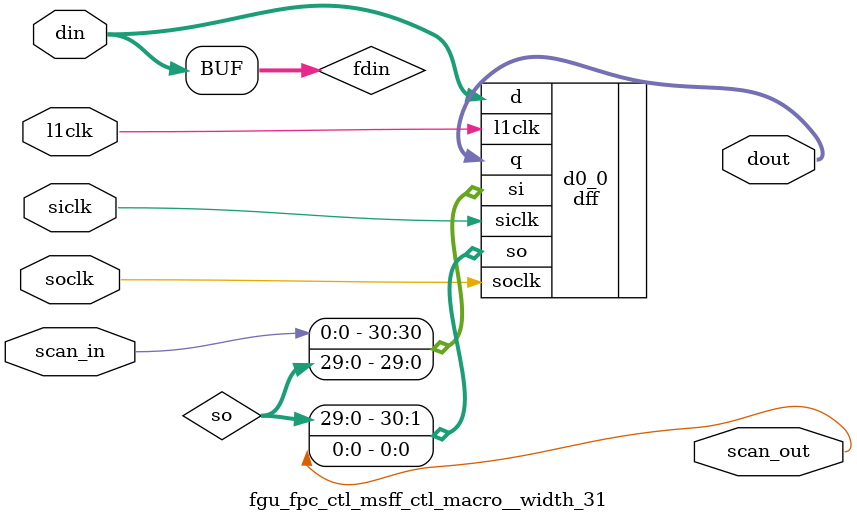
<source format=v>
module fgu_fpc_ctl (
  fpc_fpd_ieee_trap_fb, 
  fpc_fpx_unfin_fb, 
  fpc_fpd_unfin_fb, 
  fgu_fpx_ieee_trap_fw, 
  fgu_fpd_ieee_trap_fw, 
  fgu_fpx_unfin_fw, 
  fgu_fpd_unfin_fw, 
  fgu_fpd_idiv0_trap_fw, 
  fgu_predict_fx2, 
  lsu_fgu_exception_w, 
  lsu_block_store_m, 
  exu_fgu_flush_m, 
  exu_fgu_gsr_m, 
  fgu_exu_icc_fx5, 
  fgu_exu_xcc_fx5, 
  fad_rs1_fx1, 
  fad_rs2_fx1, 
  fad_fsr_rd_fx1, 
  fad_fsr_tem_fx1, 
  fad_fsr_ns_fx1, 
  fad_rs1_fmt_fx1_b62, 
  fad_rs2_fmt_fx1_b62, 
  fad_gsr_imirnd_fx1, 
  fpc_w1_vld_fb, 
  fpc_w1_ul_vld_fb, 
  fpc_fsr_w1_vld_fx5, 
  fpc_fsr_w1_result_fw, 
  fpc_fsr_w2_result_fw, 
  fpc_fpd_exp_res, 
  fpc_fpd_sign_res, 
  fpc_fpd_const_sel, 
  fpc_fcc_fw, 
  fpf_b_gteq_a_fx2, 
  fpf_b_eq_a_fx2, 
  fgu_cmp_fcc_fx3, 
  fgu_cmp_fcc_vld_fx3, 
  fpf_hi_aof_fx1, 
  fpf_lo_aof_fx1, 
  fpf_azf_fx1, 
  fpf_bzf_fx1, 
  fpf_aoe_fx1, 
  fpf_boe_fx1, 
  fpf_aze_fx1, 
  fpf_bze_fx1, 
  fpf_ma_sum_fx4, 
  fpf_ma_cout_fx4, 
  fpf_cmp_swap_blta_fx2, 
  fpf_align_sticky_fx4_l, 
  fpf_byte_unsure_x_sp_fx3, 
  fpf_byte_unsure_x_dp_fx3, 
  fpf_rcout_fb, 
  fpf_implied_bit_fx5, 
  fpc_result_sel_fx5, 
  fpc_ovf_if_rcout_fx5, 
  fpc_vis_cmp_result_fx5, 
  fpc_int_res_sel_fx4, 
  fpc_ma_fmt_sel_fx4, 
  fpc_int_sel_fx5, 
  fpc_fconst_sel_fx5, 
  fpc_fp_cin00_fx2, 
  fpc_cin00_fx2, 
  fpc_cin16_48_fx2, 
  fpc_cin32_fx2, 
  fpc_prop16_48_fx2, 
  fpc_prop32_fx2, 
  fpc_mle_sel_fx2, 
  fpc_mse_sel_fx2, 
  fpc_sign_fx5, 
  fpc_sign_fb, 
  fpc_rd_mode_fx3, 
  fpc_emin_fx3, 
  fpc_sp_dest_fx4, 
  fpc_fadd_eac_enable_fx2, 
  fpc_i2f_sel_fx1, 
  fpc_rinc_sel_fx5, 
  fpc_qthenan_fx4, 
  fpc_den2nor_sp_fb, 
  fpc_den2nor_dp_fb, 
  fpe_aux_rs2_fmt_fx1_b0, 
  fpe_aux_eint_fx1, 
  fpe_align_sel_fx2, 
  fpe_rs1_fmt_fx1, 
  fpe_rs2_fmt_fx1, 
  fpe_einty_adj_cout_fx5, 
  fpe_einty_eq_eadj_fx5, 
  fpc_exp_sel_mul_fx5, 
  fpc_eintx_sel_fx2, 
  fpc_eadjx_sel_fx2, 
  fpc_q_rinc_sel_fx5, 
  fac_tlu_flush_fx3, 
  fac_tid_e, 
  fac_dec_valid_fx1, 
  fac_fpx_itype_fx1, 
  fac_fpx_dtype_fx1, 
  fac_fpx_stype_fx1, 
  fac_fpx_sign_instr_fx1, 
  fac_fpx_rnd_trunc_fx1, 
  fac_fcmpe_fx1, 
  fac_fpx_mulscc_fx1, 
  fac_fpx_saverestore_fx1, 
  fac_fgx_pdist_fx1, 
  fac_fgx_popc_fx2, 
  fac_fgx_mvcond_fx2, 
  fac_fgx_mvucond_fx2, 
  fac_fgx_abs_fx2, 
  fac_fgx_neg_fx2, 
  fac_fpx_nv_vld_fx1, 
  fac_fpx_of_vld_fx1, 
  fac_fpx_uf_vld_fx1, 
  fac_fpx_dz_vld_fx1, 
  fac_fpx_nx_vld_fx1, 
  fac_fpx_unfin_vld_fx1, 
  fac_fgx_instr_fx4, 
  fac_w1_vld_fx1, 
  fac_w1_odd32b_fx1, 
  fac_opf_fx2, 
  fac_fgx_siam_fx2, 
  fac_div_valid_fx1, 
  fac_divq_valid_fx1, 
  fac_fsr_store_fx2, 
  fac_gsr_asr_tid_fx2, 
  fac_rng_wr_gsr_3f, 
  fac_gsr_w_vld_fx2, 
  fac_dec_valid_noflush_fx5, 
  fac_exu_src_e, 
  main_clken, 
  coreon_clken, 
  fpc_fcc_vld_fx5, 
  fpc_stfsr_en_fx3to5, 
  fic_norm_eadj_fx5, 
  fic_mulscc_iccz_fx4, 
  fic_mulscc_xccz_fx4, 
  fic_convert_sticky_fx4, 
  fic_fxtod_sticky_fx4, 
  fic_ftoi_nx_fx4, 
  fic_ftox_nx_fx4, 
  fic_bzf31msb_fx2, 
  fic_bzf32lsb_fx2, 
  fic_bof22msb_fx2, 
  fpc_lzd_override_fx4, 
  fpc_sp_source_fx3, 
  fdc_finish_fltd_early, 
  fdc_finish_flts_early, 
  fdc_finish_int_early, 
  fdc_flt_inexact, 
  fdc_xicc_z_early, 
  fdc_icc_v_early, 
  fdc_dec_exp_early, 
  fpc_pre_div_flush_fx2, 
  fpc_div_default_res_fx2, 
  fdd_result, 
  fdd_pte_cla_early_b63, 
  fgu_mul_result_fx5, 
  fpy_sticky_dp_fx5, 
  fpy_sticky_sp_fx5, 
  fpy_xicc_z_fx5, 
  dec_frf_r1_odd32b_d, 
  dec_frf_r2_odd32b_d, 
  dec_flush_f1, 
  dec_flush_f2, 
  dec_fgu_fmov_vld_m, 
  dec_valid_e, 
  dec_frf_store_d, 
  fec_cecc_fx2, 
  fec_uecc_fx2, 
  fpc_frf_store_vld_fx1, 
  fpc_gsr0_mask_sel_fx3, 
  fpc_gsr1_mask_sel_fx3, 
  fpc_gsr2_mask_sel_fx3, 
  fpc_gsr3_mask_sel_fx3, 
  fpc_gsr4_mask_sel_fx3, 
  fpc_gsr5_mask_sel_fx3, 
  fpc_gsr6_mask_sel_fx3, 
  fpc_gsr7_mask_sel_fx3, 
  fpc_gsr_scale_fx4, 
  fpc_gsr_align_fx4, 
  fpc_gsr_asr_11bits_fx4, 
  l2clk, 
  scan_in, 
  spc_aclk_wmr, 
  wmr_scan_in, 
  tcu_pce_ov, 
  spc_aclk, 
  spc_bclk, 
  tcu_scan_en, 
  mbi_run, 
  in_rngl_cdbus, 
  scan_out, 
  wmr_scan_out);
wire pce_ov;
wire stop;
wire siclk;
wire soclk;
wire se;
wire l1clk_pm2;
wire l1clk_pm1;
wire spares_scanin;
wire spares_scanout;
wire e_00_scanin;
wire e_00_scanout;
wire r1_odd32b_e;
wire r2_odd32b_e;
wire frf_store_e;
wire fx1_00_scanin;
wire fx1_00_scanout;
wire [1:0] i_fst_valid_fx1;
wire fx1_01_scanin;
wire fx1_01_scanout;
wire r1_odd32b_fx1;
wire r2_odd32b_fx1;
wire [2:0] tid_fx1;
wire frf_store_fx1;
wire exu_src_fx1;
wire mbist_run_1f;
wire fst_valid_fx1;
wire int_rs2_zero_fx1;
wire idiv0_trap_fx1;
wire [3:0] eintx_sel_fx1;
wire fp_dual_source_fx1;
wire fp_source_fx1;
wire [2:0] eadjx_sel_fx1;
wire [1:0] rd_mode_fx1;
wire gsr_im_fx3;
wire [1:0] gsr_irnd_fx3;
wire ns_mode_fx1;
wire rs1_sign_fx1;
wire rs2_sign_fx1;
wire fadd_logical_sub_fx1;
wire logical_sub_fx1;
wire fadd_logical_add_fx1;
wire aux_enable_ovf_fx1;
wire fmul_enable_ovf_predict_fx1;
wire aux_eint_ovf_fx1;
wire aux_eint_emax_fx1;
wire aux_eint_emaxp1_fx1;
wire fadd_ovf_predict_fx1;
wire fdtos_ovf_predict_fx1;
wire fdtos_ovf_detect_fx1;
wire fmul_ovf_predict_fx1;
wire fmul_ovf_detect_fx1;
wire fdiv_ovf_predict_fx1;
wire fdiv_ovf_detect_fx1;
wire aux_enable_unf_fx1;
wire fdiv_enable_unf_predict_fx1;
wire aux_eint_unf_fx1;
wire aux_eint_emin_fx1;
wire aux_eint_eminm1_fx1;
wire aux_eint_eminm2_fx1;
wire fdtos_guf_detect_fx1;
wire fmul_guf_detect_fx1;
wire fdiv_guf_detect_fx1;
wire fdtos_unf_predict_fx1;
wire fdtos_unf_detect_fx1;
wire fmul_unf_predict_fx1;
wire fmul_unf_detect_fx1;
wire fdiv_unf_predict_fx1;
wire fdiv_unf_detect_fx1;
wire snan_or_inf_fx1;
wire nan_or_inf_fx1;
wire large_maxint_predict_fx1;
wire fadd_unf_predict_fx1;
wire fadd_fcvt_denorm_detect_fx1;
wire fmul_denorm_detect_fx1;
wire q_fmul_unf_predict_fx1;
wire i_predict_fx1;
wire fx2_00_scanin;
wire fx2_00_scanout;
wire [2:0] itype_fx2;
wire [2:0] dtype_fx2;
wire [1:0] stype_fx2;
wire sign_instr_fx2;
wire i_idiv0_trap_fx2;
wire dec_flush_fx2;
wire dec_valid_fx2;
wire fmov_vld_fx2;
wire div_valid_fx2;
wire divq_valid_fx2;
wire [0:0] aux_rs2_fmt_fx2;
wire fpx_nv_vld_fx2;
wire fpx_of_vld_fx2;
wire fpx_uf_vld_fx2;
wire fpx_dz_vld_fx2;
wire fpx_nx_vld_fx2;
wire fpx_unfin_vld_fx2;
wire fcmpe_fx2;
wire fp_source_fx2;
wire fp_dual_source_fx2;
wire rs1_sign_fx2;
wire rs2_sign_fx2;
wire fadd_logical_sub_fx2;
wire logical_sub_fx2;
wire fadd_logical_add_fx2;
wire hi_aof_fx2;
wire lo_aof_fx2;
wire aux_eint_eminm1_fx2;
wire aux_eint_eminm2_fx2;
wire aux_enable_unf_fx2;
wire [1:0] rd_mode_fx2;
wire ns_mode_fx2;
wire fst_valid_fx2;
wire [2:0] gsr_imirnd_fx2;
wire fgx_pdist_fx2;
wire exu_src_fx2;
wire fx2_01_scanin;
wire fx2_01_scanout;
wire mulscc_fx2;
wire mulscc_y_src_fx2_b0;
wire [10:0] rs2_exp_fx2;
wire saverestore_fx2;
wire fx2_02_scanin;
wire fx2_02_scanout;
wire [1:0] i_w1_vld_fx2;
wire w1_odd32b_fx2;
wire [10:0] aux_eint_fx2;
wire [2:0] tid_fx2;
wire fx2_03_scanin;
wire fx2_03_scanout;
wire rs1_fx2_b63;
wire rs1_fx2_b47;
wire rs1_fx2_b31;
wire rs1_fx2_b15;
wire fx2_04_scanin;
wire fx2_04_scanout;
wire rs2_fx2_b63;
wire rs2_fx2_b47;
wire rs2_fx2_b31;
wire rs2_fx2_b15;
wire fx2_05_scanin;
wire fx2_05_scanout;
wire azf_fx2;
wire bzf_fx2;
wire aoe_fx2;
wire boe_fx2;
wire aze_fx2;
wire bze_fx2;
wire fx2_06_scanin;
wire fx2_06_scanout;
wire [4:0] fsr_tem_fx2;
wire [62:62] rs1_fmt_fx2;
wire [62:62] rs2_fmt_fx2;
wire fx2_07_scanin;
wire fx2_07_scanout;
wire fadd_ovf_predict_fx2;
wire fdtos_ovf_predict_fx2;
wire fdtos_ovf_detect_fx2;
wire fmul_ovf_predict_fx2;
wire fmul_ovf_detect_fx2;
wire fdiv_ovf_predict_fx2;
wire fdiv_ovf_detect_fx2;
wire fdtos_unf_predict_fx2;
wire fdtos_unf_detect_fx2;
wire fmul_unf_predict_fx2;
wire fmul_unf_detect_fx2;
wire fdiv_unf_predict_fx2;
wire fdiv_unf_detect_fx2;
wire fdtos_guf_detect_fx2;
wire fmul_guf_detect_fx2;
wire fdiv_guf_detect_fx2;
wire i_predict_fx2;
wire fmul_denorm_detect_fx2;
wire q_fmul_unf_predict_fx2;
wire fadd_fcvt_denorm_detect_fx2;
wire fx2_08_scanin;
wire fx2_08_scanout;
wire [27:0] in_rngl_cdbus_1f;
wire exu_flush_fx2;
wire [2:0] gsr_align_fx2;
wire [1:0] w1_vld_fx2;
wire [1:0] fsr_w1_vld_fx2;
wire [1:0] gsr_w_vld_fx2;
wire fgx_siam_fx2;
wire sign_nan_fx2;
wire nan_rs2prop_fx2;
wire nan_rs1prop_fx2;
wire [4:0] sign_inter_sel_fx2;
wire a_nan_fx2;
wire b_nan_fx2;
wire sign_inter_fx2;
wire sp_odd_exp_fx2;
wire sp_even_exp_fx2;
wire dp_odd_exp_fx2;
wire dp_even_exp_fx2;
wire [10:0] fpd_eint_fx2;
wire [3:0] fcmpgt16_fx2;
wire [1:0] gt32_fx2;
wire [1:0] fcmpgt32_fx2;
wire [3:0] fcmple16_fx2;
wire [1:0] le32_fx2;
wire [1:0] fcmple32_fx2;
wire [3:0] fcmpeq16_fx2;
wire [1:0] fcmpeq32_fx2;
wire [3:0] fcmpne16_fx2;
wire [1:0] fcmpne32_fx2;
wire fcmpgt16_sel_fx2;
wire fcmpgt32_sel_fx2;
wire fcmple16_sel_fx2;
wire fcmple32_sel_fx2;
wire fcmpne16_sel_fx2;
wire fcmpne32_sel_fx2;
wire fcmpeq16_sel_fx2;
wire fcmpeq32_sel_fx2;
wire [3:0] vis_cmp_result_fx2;
wire a_zero_fx2;
wire a_denorm_fx2;
wire a_inf_fx2;
wire a_snan_fx2;
wire b_zero_fx2;
wire b_denorm_fx2;
wire b_inf_fx2;
wire b_snan_fx2;
wire b_qnan_fx2;
wire unfin_src_fx2;
wire inf_src_result_fx2;
wire zero_src_result_fx2;
wire inf_maxint_result_fx2;
wire nan_maxint_result_fx2;
wire nan_default_result_fx2;
wire fpx_dzc_fx2;
wire i_fxp_nvc_fx2;
wire fcmp_nvc_fx2;
wire local_predict_fx2;
wire qthenan_fx2;
wire rm_near_dp_fx2;
wire rm_directed_dp_fx2;
wire rm_near_sp_fx2;
wire rm_directed_sp_fx2;
wire fdiv_aof_bzf_fx2;
wire fmul_den2nor_m2_predict_fx2;
wire fdiv_den2nor_m1_predict_fx2;
wire fdiv_den2nor_sp_fx2;
wire fdiv_den2nor_dp_fx2;
wire mse_zeros_fx2;
wire mse_ones_fx2;
wire mle_zeros_fx2;
wire mass_align_fx2;
wire mass_align_sticky_fx2;
wire [5:1] int_res_sel_fx2;
wire i_pre_div_flush_fx2;
wire idiv0_trap_fx2;
wire aboe_fx2;
wire abze_fx2;
wire [1:0] gsr0_mask_sel_fx2;
wire [1:0] gsr1_mask_sel_fx2;
wire [1:0] gsr2_mask_sel_fx2;
wire [1:0] gsr3_mask_sel_fx2;
wire [1:0] gsr4_mask_sel_fx2;
wire [1:0] gsr5_mask_sel_fx2;
wire [1:0] gsr6_mask_sel_fx2;
wire [1:0] gsr7_mask_sel_fx2;
wire sp_source_fx2;
wire ecc_trap_fx2;
wire fx3_00_scanin;
wire fx3_00_scanout;
wire [1:0] i_w1_vld_fx3;
wire [2:0] itype_fx3;
wire [2:0] dtype_fx3;
wire [1:0] stype_fx3;
wire [2:0] tid_fx3;
wire fx3_01_scanin;
wire fx3_01_scanout;
wire [3:0] vis_cmp_result_fx3;
wire [5:1] int_res_sel_fx3;
wire [10:0] fpd_eint_fx3;
wire fx3_02_scanin;
wire fx3_02_scanout;
wire rs1_fx3_b31;
wire rs2_fx3_b31;
wire [10:0] rs2_exp_fx3;
wire fx3_03_scanin;
wire fx3_03_scanout;
wire bzf_fx3;
wire bze_fx3;
wire a_nan_fx3;
wire b_nan_fx3;
wire fx3_04_scanin;
wire fx3_04_scanout;
wire [4:0] fsr_tem_fx3;
wire fx3_05_scanin;
wire fx3_05_scanout;
wire inf_src_result_fx3;
wire zero_src_result_fx3;
wire inf_maxint_result_fx3;
wire nan_maxint_result_fx3;
wire nan_default_result_fx3;
wire qthenan_fx3;
wire bzf31msb_fx3;
wire fmul_den2nor_m2_predict_fx3;
wire fdiv_den2nor_sp_fx3;
wire fdiv_den2nor_dp_fx3;
wire fx3_06_scanin;
wire fx3_06_scanout;
wire i_idiv0_trap_fx3;
wire dec_flush_fx3;
wire sign_inter_fx3;
wire div_valid_fx3;
wire divq_valid_fx3;
wire logical_sub_fx3;
wire [1:0] i_fsr_w1_vld_fx3;
wire w1_odd32b_fx3;
wire mass_align_sticky_fx3;
wire fadd_logical_sub_fx3;
wire fsr_store_fx3;
wire i_fgx_siam_fx3;
wire [1:1] i_gsr_w_vld_fx3;
wire [2:0] gsr_asr_tid_fx3;
wire rm_near_sp_fx3;
wire rm_near_dp_fx3;
wire rm_directed_sp_fx3;
wire rm_directed_dp_fx3;
wire aboe_fx3;
wire abze_fx3;
wire div_default_res_fx3;
wire fgx_pdist_fx3;
wire fx3_07_scanin;
wire fx3_07_scanout;
wire fadd_ovf_predict_fx3;
wire fdtos_ovf_predict_fx3;
wire fdtos_ovf_detect_fx3;
wire fmul_ovf_predict_fx3;
wire fmul_ovf_detect_fx3;
wire fdiv_ovf_predict_fx3;
wire fdiv_ovf_detect_fx3;
wire fdtos_unf_predict_fx3;
wire fdtos_unf_detect_fx3;
wire fmul_unf_predict_fx3;
wire fmul_unf_detect_fx3;
wire fdiv_unf_predict_fx3;
wire fdiv_unf_detect_fx3;
wire bof22msb_fx3;
wire fdtos_guf_detect_fx3;
wire fmul_guf_detect_fx3;
wire fdiv_guf_detect_fx3;
wire unfin_src_fx3;
wire fx3_08_scanin;
wire fx3_08_scanout;
wire [1:0] gsr0_mask_sel_fx3;
wire [1:0] gsr1_mask_sel_fx3;
wire [1:0] gsr2_mask_sel_fx3;
wire [1:0] gsr3_mask_sel_fx3;
wire [1:0] gsr4_mask_sel_fx3;
wire [1:0] gsr5_mask_sel_fx3;
wire [1:0] gsr6_mask_sel_fx3;
wire [1:0] gsr7_mask_sel_fx3;
wire fx3_09_scanin;
wire fx3_09_scanout;
wire [2:0] in_rngl_cdbus_2f_b27_25;
wire [7:0] in_rngl_cdbus_2f;
wire [2:0] gsr_align_fx3;
wire [2:0] gsr_imirnd_fx3;
wire fx3_10_scanin;
wire fx3_10_scanout;
wire fpx_unfin_vld_fx3;
wire ns_mode_fx3;
wire fpx_of_vld_fx3;
wire fpx_uf_vld_fx3;
wire fpx_nx_vld_fx3;
wire ecc_trap_fx3;
wire fpx_dzc_fx3;
wire i_fxp_nvc_fx3;
wire rng_wr_gsr_4f;
wire [1:1] gsr_w_vld_fx3;
wire fgx_siam_fx3;
wire idiv0_trap_fx3;
wire [1:0] w1_vld_fx3;
wire [1:0] fsr_w1_vld_fx3;
wire lzd_override_fx3;
wire div_dec_issue_fx3;
wire div_divq_issue_fx3;
wire div_divq_load_fx3;
wire div_hold_fx3;
wire fdiv_ovf_predict_inf_fx3;
wire fdiv_ovf_predict_max_fx3;
wire [18:0] div_eint_in_fx3;
wire [18:0] divq_eint_fx4;
wire [18:0] div_eint_fx4;
wire [18:0] divq_eint_in_fx3;
wire dpint_zero_fx3;
wire spint_zero_fx3;
wire fpint_zero_fx3;
wire dp_large_maxint_result_fx3;
wire sp_large_maxint_result_fx3;
wire maxint_result_fx3;
wire fpx_nvc_fx3;
wire [10:0] gsr0_11bits_fx3;
wire [2:0] in_rngl_cdbus_3f_b27_25;
wire [7:0] in_rngl_cdbus_3f;
wire [10:0] gsr0_11bits_fx4;
wire [10:0] gsr1_11bits_fx3;
wire [10:0] gsr1_11bits_fx4;
wire [10:0] gsr2_11bits_fx3;
wire [10:0] gsr2_11bits_fx4;
wire [10:0] gsr3_11bits_fx3;
wire [10:0] gsr3_11bits_fx4;
wire [10:0] gsr4_11bits_fx3;
wire [10:0] gsr4_11bits_fx4;
wire [10:0] gsr5_11bits_fx3;
wire [10:0] gsr5_11bits_fx4;
wire [10:0] gsr6_11bits_fx3;
wire [10:0] gsr6_11bits_fx4;
wire [10:0] gsr7_11bits_fx3;
wire [10:0] gsr7_11bits_fx4;
wire [7:0] gsr_11bits_fx3;
wire [10:0] gsr_asr_11bits_fx3;
wire [2:0] gsr_imirnd_held_fx3;
wire siam_1ahead_sel_fx3;
wire siam_2ahead_sel_fx3;
wire siam_none_sel_fx3;
wire fx4_00_scanin;
wire fx4_00_scanout;
wire rs1_fx4_b31;
wire rs2_fx4_b31;
wire [1:0] rd_mode_fx4;
wire fx4_01_scanin;
wire fx4_01_scanout;
wire [1:0] i_w1_vld_fx4;
wire [1:0] fcc_fx4;
wire [3:0] fcc_vld_fx4;
wire idiv0_trap_fx4;
wire sign_inter_fx4;
wire logical_sub_fx4;
wire fpint_zero_fx4;
wire [1:0] i_fsr_w1_vld_fx4;
wire a_nan_fx4;
wire b_nan_fx4;
wire [1:0] byte_unsure_x_dp_fx4;
wire [1:0] byte_unsure_x_sp_fx4;
wire w1_odd32b_fx4;
wire mass_align_sticky_fx4;
wire fadd_logical_sub_fx4;
wire fsr_store_fx4;
wire fmul_den2nor_m2_predict_fx4;
wire fdiv_den2nor_sp_fx4;
wire fdiv_den2nor_dp_fx4;
wire rm_near_sp_fx4;
wire rm_near_dp_fx4;
wire rm_directed_sp_fx4;
wire rm_directed_dp_fx4;
wire aboe_fx4;
wire abze_fx4;
wire div_default_res_fx4;
wire dec_flush_fx4;
wire tlu_flush_fgu_fx4;
wire fx4_02_scanin;
wire fx4_02_scanout;
wire [3:0] vis_cmp_result_fx4;
wire [2:0] itype_fx4;
wire [2:0] dtype_fx4;
wire fx4_03_scanin;
wire fx4_03_scanout;
wire fx4_04_scanin;
wire fx4_04_scanout;
wire [4:0] fsr_tem_fx4;
wire fx4_05_scanin;
wire fx4_05_scanout;
wire inf_src_result_fx4;
wire zero_src_result_fx4;
wire nan_default_result_fx4;
wire maxint_result_fx4;
wire fx4_06_scanin;
wire fx4_06_scanout;
wire fadd_ovf_predict_fx4;
wire fdtos_ovf_predict_fx4;
wire fdtos_ovf_detect_fx4;
wire fmul_ovf_predict_fx4;
wire fmul_ovf_detect_fx4;
wire fdiv_ovf_detect_fx4;
wire fdtos_unf_predict_fx4;
wire fdtos_unf_detect_fx4;
wire fmul_unf_predict_fx4;
wire fmul_unf_detect_fx4;
wire fdiv_unf_detect_fx4;
wire bof22msb_fx4;
wire fdtos_guf_detect_fx4;
wire fmul_guf_detect_fx4;
wire fdiv_guf_detect_fx4;
wire unfin_src_fx4;
wire fx4_07_wmr_scanin;
wire fx4_07_wmr_scanout;
wire fx4_08_scanin;
wire fx4_08_scanout;
wire fpx_unfin_vld_fx4;
wire ns_mode_fx4;
wire fpx_of_vld_fx4;
wire fpx_uf_vld_fx4;
wire fpx_nx_vld_fx4;
wire ecc_trap_fx4;
wire fpx_dzc_fx4;
wire fpx_nvc_fx4;
wire fx4_09_scanin;
wire fx4_09_scanout;
wire fx4_10_scanin;
wire fx4_10_scanout;
wire stfsr_exception_fx4;
wire fx4_11_scanin;
wire fx4_11_scanout;
wire maxpos_result_fx4;
wire maxneg_result_fx4;
wire [3:0] int_sel_fx4;
wire mulscc_iccn_fx4;
wire mulscc_iccc_fx4;
wire mulscc_iccv_fx4;
wire exp_sel_mul_fx4;
wire [1:0] fpd_const_sel;
wire [10:0] fpd_exp_res;
wire sign_retain_zero_fx4;
wire sign_zero_fx4;
wire add_ma_cout_fx4;
wire convert_fmt_1xx_fx4;
wire convert_fmt_01x_fx4;
wire fxtod_fmt_1xx_fx4;
wire fxtod_fmt_01x_fx4;
wire add_fmt_1xx_fx4;
wire add_fmt_01x_fx4;
wire add_fmt_001_fx4;
wire aln_fmt_1xx_fx4;
wire aln_fmt_01x_fx4;
wire add_lsb_bit_dp_fx4;
wire add_g_bit_dp_fx4;
wire add_lsb_bit_sp_fx4;
wire add_g_bit_sp_fx4;
wire align_x_bit_dp_fx4;
wire align_x_bit_sp_fx4;
wire convert_x_bit_sp_fx4;
wire fxtod_x_bit_dp_fx4;
wire add_x_bit_dp_fx4;
wire add_x_bit_sp_fx4;
wire fpint_nxc_i_fx4;
wire fpint_nxc_x_fx4;
wire fpint_nxc_fx4;
wire fdtos_den2nor_fx4;
wire fdiv_fdtos_den2nor_sp_fx4;
wire [1:0] w1_vld_fx4;
wire [1:0] fsr_w1_vld_fx4;
wire fx5_00_scanin;
wire fx5_00_scanout;
wire [1:0] w1_vld_fx5;
wire [1:0] fcc_fx5;
wire fx5_01_scanin;
wire fx5_01_scanout;
wire [2:0] itype_fx5;
wire [2:0] dtype_fx5;
wire [1:0] rd_mode_fx5;
wire fx5_02_scanin;
wire fx5_02_scanout;
wire int_res_sel_fx5_b2;
wire ma_fmt_sel_fx5_b0;
wire idiv0_trap_fx5;
wire mulscc_iccn_fx5;
wire mulscc_iccz_fx5;
wire mulscc_iccv_fx5;
wire mulscc_iccc_fx5;
wire mulscc_xccz_fx5;
wire idiv_xccz_fx5;
wire idiv_iccz_fx5;
wire idiv_iccv_fx5;
wire sign_inter_fx5;
wire sign_zero_fx5;
wire ma_sum_fx5_b10;
wire fgx_instr_fx5;
wire w1_odd32b_fx5;
wire ma_cout_fx5;
wire fadd_logical_sub_fx5;
wire fsr_store_fx5;
wire fmul_den2nor_m2_predict_fx5;
wire fdiv_fdtos_den2nor_sp_fx5;
wire fdiv_den2nor_dp_fx5;
wire aboe_fx5;
wire fpint_nxc_fx5;
wire fx5_04_scanin;
wire fx5_04_scanout;
wire [4:0] fsr_tem_fx5;
wire fx5_05_scanin;
wire fx5_05_scanout;
wire rm_near_dp_fx5;
wire rm_near_sp_fx5;
wire rm_directed_dp_fx5;
wire rm_directed_sp_fx5;
wire fx5_06_scanin;
wire fx5_06_scanout;
wire add_g_bit_sp_fx5;
wire add_g_bit_dp_fx5;
wire add_lsb_bit_sp_fx5;
wire add_lsb_bit_dp_fx5;
wire add_x_bit_sp_fx5;
wire add_x_bit_dp_fx5;
wire fx5_07_scanin;
wire fx5_07_scanout;
wire inf_src_result_fx5;
wire zero_src_result_fx5;
wire nan_default_result_fx5;
wire maxint_result_fx5;
wire fx5_08_scanin;
wire fx5_08_scanout;
wire fadd_ovf_predict_fx5;
wire fdtos_ovf_predict_fx5;
wire fdtos_ovf_detect_fx5;
wire fmul_ovf_predict_fx5;
wire fmul_ovf_detect_fx5;
wire fdiv_ovf_detect_fx5;
wire fdtos_unf_predict_fx5;
wire fdtos_unf_detect_fx5;
wire fmul_unf_predict_fx5;
wire fmul_unf_detect_fx5;
wire fdiv_unf_detect_fx5;
wire fdtos_guf_detect_fx5;
wire fmul_guf_detect_fx5;
wire fdiv_guf_detect_fx5;
wire unfin_src_fx5;
wire fx5_09_scanin;
wire fx5_09_scanout;
wire fpx_unfin_vld_fx5;
wire ns_mode_fx5;
wire fpx_of_vld_fx5;
wire fpx_uf_vld_fx5;
wire fpx_nx_vld_fx5;
wire ecc_trap_fx5;
wire fpx_dzc_fx5;
wire fpx_nvc_fx5;
wire dp_zero_mant_fx5;
wire sp_zero_mant_fx5;
wire zero_mant_fx5;
wire ovf_detect_inf_fx5;
wire ovf_predict_inf_fx5;
wire ovf_detect_max_fx5;
wire ovf_predict_max_fx5;
wire unf_detect_fx5;
wire unf_predict_fx5;
wire unfin_early_fx5;
wire fpd_unfin_fx5;
wire fdiv_den2nor_m0_fx5;
wire i_fpx_ofc_fx5;
wire i_fpx_ufc_fx5;
wire eadj_unf_if_norcout_fx5;
wire mul_fmt_1xx_fx5;
wire mul_fmt_01x_fx5;
wire mul_fmt_m2_fx5;
wire mul_lsb_bit_dp_fx5;
wire mul_g_bit_dp_fx5;
wire mul_x_bit_dp_fx5;
wire mul_lsb_bit_sp_fx5;
wire mul_g_bit_sp_fx5;
wire mul_x_bit_sp_fx5;
wire mul_rinc_dp_fx5;
wire mul_rinc_sp_fx5;
wire mul_rinc_sel_fx5;
wire add_rinc_dp_fx5;
wire add_rinc_sp_fx5;
wire add_rinc_sel_fx5;
wire ovf_if_rcout_fx5;
wire fmul_unf_if_nocorl_fx5;
wire fmul_unf_if_nocorl_sp_fx5;
wire fmul_unf_if_nocorl_dp_fx5;
wire i_fpx_nxc_fx5;
wire div_finish_int_fb;
wire fb_00_scanin;
wire fb_00_scanout;
wire [1:0] fcc_fb;
wire idiv0_trap_fb;
wire ovf_if_rcout_fb;
wire fmul_unf_if_nocorl_sp_fb;
wire fmul_unf_if_nocorl_dp_fb;
wire fmul_unf_if_nocorl_fb;
wire eadj_unf_if_norcout_fb;
wire implied_bit_fb;
wire fsr_store_fb;
wire dec_valid_noflush_fb;
wire sp_zero_mant_fb;
wire dp_zero_mant_fb;
wire div_finish_fltd_fb;
wire div_finish_flts_fb;
wire fb_01_scanin;
wire fb_01_scanout;
wire [1:0] i_w1_vld_fb;
wire fb_03_scanin;
wire fb_03_scanout;
wire fpx_unfin_vld_fb;
wire ns_mode_fb;
wire unfin_early_fb;
wire fpx_of_vld_fb;
wire fpx_uf_vld_fb;
wire ecc_trap_fb;
wire fpx_dzc_fb;
wire fpx_nvc_fb;
wire i_fpx_ofc_fb;
wire i_fpx_ufc_fb;
wire i_fpx_nxc_fb;
wire fdiv_fdtos_den2nor_sp_fb;
wire fdiv_den2nor_dp_fb;
wire fdiv_den2nor_m0_fb;
wire div_dec_exp_fb;
wire fb_04_scanin;
wire fb_04_scanout;
wire [4:0] fsr_tem_fb;
wire fb_05_scanin;
wire fb_05_scanout;
wire i_fpc_fpd_exp_res_b0;
wire fpd_fsr_ofm_fb;
wire fpd_fsr_ufm_fb;
wire fpd_fsr_nxm_fb;
wire fpx_ofc_fb;
wire fpx_ufc_fb;
wire fpx_nxc_fb;
wire fpd_ofc_fb;
wire fpd_ufc_fb;
wire fpd_nxc_fb;
wire fpx_ieee_trap_fb;
wire [1:0] fpx_ftt_fb;
wire [1:0] fpd_ftt_fb;
wire [4:0] fpx_aexc_fb;
wire [4:0] fpd_aexc_fb;
wire [11:0] fsr_w1_result_fb;
wire [11:0] fsr_w2_result_fb;
wire fw_00_scanin;
wire fw_00_scanout;



// ----------------------------------------------------------------------------
// Interface with TLU
// ----------------------------------------------------------------------------

output         fpc_fpd_ieee_trap_fb;
output         fpc_fpx_unfin_fb;
output         fpc_fpd_unfin_fb;

output         fgu_fpx_ieee_trap_fw;
output         fgu_fpd_ieee_trap_fw;
output         fgu_fpx_unfin_fw;
output         fgu_fpd_unfin_fw;
output         fgu_fpd_idiv0_trap_fw;
output         fgu_predict_fx2;        // exception trap predicted

// ----------------------------------------------------------------------------
// Interface with LSU
// ----------------------------------------------------------------------------

input          lsu_fgu_exception_w;    // store exception detected
input          lsu_block_store_m;      // block store in progress

// ----------------------------------------------------------------------------
// Interface with EXU
// ----------------------------------------------------------------------------

input          exu_fgu_flush_m;        // EXU{1,0} src has bad ECC or exception, FGU must flush instr
input    [2:0] exu_fgu_gsr_m;          // GSR.align data:
                                       //   [31:3] = don't care
                                       //   [2:0]  = GSR.align
                                       //   GSR.mask data:
                                       //   [31:0] = GSR.mask

output   [3:0] fgu_exu_icc_fx5;
output   [1:0] fgu_exu_xcc_fx5;

// ----------------------------------------------------------------------------
// Interface with FAD
// ----------------------------------------------------------------------------

input  [63:15] fad_rs1_fx1;            // rs1 unformatted
input  [63:15] fad_rs2_fx1;            // rs2 unformatted
input    [1:0] fad_fsr_rd_fx1;
input    [4:0] fad_fsr_tem_fx1;
input          fad_fsr_ns_fx1;
input          fad_rs1_fmt_fx1_b62;
input          fad_rs2_fmt_fx1_b62;
input    [2:0] fad_gsr_imirnd_fx1;     // {GSR.im,GSR.irnd[1:0]}

output   [1:0] fpc_w1_vld_fb;          // FRF w1 write valid (qualified), [63:32],[31:0]
output         fpc_w1_ul_vld_fb;       // FRF w1 write valid (qualified), upper or lower
output   [1:0] fpc_fsr_w1_vld_fx5;     // FSR w1 write valid
output  [11:0] fpc_fsr_w1_result_fw;   // FSR w1 write data  {ftt,aexc,cexc}
output  [11:0] fpc_fsr_w2_result_fw;   // FSR w2 write data  {ftt,aexc,cexc}
output  [10:0] fpc_fpd_exp_res;        // FPD exponent result
output         fpc_fpd_sign_res;       // FPD sign result
output   [1:0] fpc_fpd_const_sel;      // 10=ones frac, 01=fdd frac, 00=zero frac
output   [1:0] fpc_fcc_fw;

// ----------------------------------------------------------------------------
// Interface with FPF
// ----------------------------------------------------------------------------

input    [3:0] fpf_b_gteq_a_fx2;       // FCMP (B-A) cout, doesn't account for MSB
input    [3:0] fpf_b_eq_a_fx2;         // FCMP (B=A), doesn't account for MSB
input    [1:0] fgu_cmp_fcc_fx3;        // fcmp  fcc data {fccX[1:0]}
input    [3:0] fgu_cmp_fcc_vld_fx3;    // fcmp  fcc data valid {fcc3, fcc2, fcc1, fcc0}
input          fpf_hi_aof_fx1;
input          fpf_lo_aof_fx1;
input          fpf_azf_fx1;            // rs1[62:0]==63'b0, must acct for rs1[63]
input          fpf_bzf_fx1;            // rs2[62:0]==63'b0, must acct for rs2[63]
input          fpf_aoe_fx1;
input          fpf_boe_fx1;
input          fpf_aze_fx1;
input          fpf_bze_fx1;
input   [63:9] fpf_ma_sum_fx4;         // main adder sum
input          fpf_ma_cout_fx4;        // main adder cout
input          fpf_cmp_swap_blta_fx2;
input          fpf_align_sticky_fx4_l;
input    [1:0] fpf_byte_unsure_x_sp_fx3;
input    [1:0] fpf_byte_unsure_x_dp_fx3;
input          fpf_rcout_fb;
input          fpf_implied_bit_fx5;

output   [5:0] fpc_result_sel_fx5;     // result select
output   [1:0] fpc_ovf_if_rcout_fx5;   // result select qualification for rcout
output   [3:0] fpc_vis_cmp_result_fx5; // vis cmp result data
output   [5:1] fpc_int_res_sel_fx4;    // select result for EXU{1,0}
output   [4:0] fpc_ma_fmt_sel_fx4;
output   [3:0] fpc_int_sel_fx5;        // 10=vis paritioned add or F(s,d)TO(i,x), 01=F(s,d)TO(i,x) zero result
output   [4:0] fpc_fconst_sel_fx5;
output         fpc_fp_cin00_fx2;       // main adder control
output         fpc_cin00_fx2;          // main adder control
output         fpc_cin16_48_fx2;       // main adder control
output         fpc_cin32_fx2;          // main adder control
output         fpc_prop16_48_fx2;      // main adder control
output         fpc_prop32_fx2;         // main adder control
output         fpc_mle_sel_fx2;
output   [2:0] fpc_mse_sel_fx2;
output         fpc_sign_fx5;           // result sign
output         fpc_sign_fb;            // result sign
output   [1:0] fpc_rd_mode_fx3;        // merged GSR.irnd, FSR.rd
output         fpc_emin_fx3;           // FDIV Eint=Emin
output         fpc_sp_dest_fx4;        // SP result dest
output         fpc_fadd_eac_enable_fx2;
output   [3:2] fpc_i2f_sel_fx1;        // 10=F(i,x)TO(s,d) 2's comp, 01=F(i,x)TO(s,d) not 2's comp
output         fpc_rinc_sel_fx5;
output         fpc_qthenan_fx4;        // quiet the propagating NaN, set frac MSB=1
output         fpc_den2nor_sp_fb;      // denorm intermediate result rounded to norm
output         fpc_den2nor_dp_fb;      // denorm intermediate result rounded to norm

// ----------------------------------------------------------------------------
// Interface with FPE
// ----------------------------------------------------------------------------

input          fpe_aux_rs2_fmt_fx1_b0;
input   [11:0] fpe_aux_eint_fx1;
input   [10:0] fpe_align_sel_fx2;
input   [10:0] fpe_rs1_fmt_fx1;
input   [10:0] fpe_rs2_fmt_fx1;
input          fpe_einty_adj_cout_fx5;
input          fpe_einty_eq_eadj_fx5;
output         fpc_exp_sel_mul_fx5;
output   [3:0] fpc_eintx_sel_fx2;      // FxTOs|FiTOs=001, FxTOd|FiTOd=010, F(s)MUL(s,d)=100
output   [2:0] fpc_eadjx_sel_fx2;      // F(i,x)TO(s,d)=001, FsTOd=010, FdTOs=100
output         fpc_q_rinc_sel_fx5;     // rinc_sel and ~logical_sub 00.1X

// ----------------------------------------------------------------------------
// Interface with FAC
// ----------------------------------------------------------------------------

input          fac_tlu_flush_fx3;
input    [2:0] fac_tid_e;
input          fac_dec_valid_fx1;
input    [2:0] fac_fpx_itype_fx1;      // instr type:
                                       // add=000, fpfp=001, fpint=010, intfp=011, cmp=100, mul=101, div=110, sqrt=111
input    [2:0] fac_fpx_dtype_fx1;      // destination type:
                                       // sp=000, dp=001, 16bit=010, 32bit=011, 64bit=100
input    [1:0] fac_fpx_stype_fx1;      // source type (for conversions & FsMULd/FMULd):
                                       // sp=00, dp=01, 32bit=10, 64bit=11
input          fac_fpx_sign_instr_fx1; // sign of the instr (1 if: FSUB(s,d),
                                       // FPSUB{16,32}{s})
input          fac_fpx_rnd_trunc_fx1;  // force rnd mode to truncate
                                       // (1 if: F(s,d)TOi, F(s,d)TOx,
                                       // FPADD{16,32}{s}, FPSUB{16,32}{s},
                                       // IMUL, IDIV, MULScc, 8x16 mul, SAVE, RESTORE
input          fac_fcmpe_fx1;          // FCMPE, not FCMP
input          fac_fpx_mulscc_fx1;     // MULScc
input          fac_fpx_saverestore_fx1;// SAVE or RESTORE
input          fac_fgx_pdist_fx1;      // PDIST
input          fac_fgx_popc_fx2;       // POPC
input          fac_fgx_mvcond_fx2;     // FMOV (conditional upon cc or r)
input          fac_fgx_mvucond_fx2;    // FMOV (unconditional)
input          fac_fgx_abs_fx2;        // FABS
input          fac_fgx_neg_fx2;        // FNEG
input          fac_fpx_nv_vld_fx1;     // set if instr updates invalid exception flag
input          fac_fpx_of_vld_fx1;     // set if instr updates overflow exception flag
input          fac_fpx_uf_vld_fx1;     // set if instr updates underflow exception flag
input          fac_fpx_dz_vld_fx1;     // set if instr updates divide by zero exception flag
input          fac_fpx_nx_vld_fx1;     // set if instr updates inexact exception flag
input          fac_fpx_unfin_vld_fx1;  // set if instr can generate unfinished_FPop

input          fac_fgx_instr_fx4;      // FGX instr decoded
input    [1:0] fac_w1_vld_fx1;
input          fac_w1_odd32b_fx1;

input    [3:1] fac_opf_fx2;            // instr opf field
input          fac_fgx_siam_fx2;       // SIAM
input          fac_div_valid_fx1;
input          fac_divq_valid_fx1;
input          fac_fsr_store_fx2;

input    [2:0] fac_gsr_asr_tid_fx2;
input          fac_rng_wr_gsr_3f;      // ASR GSR  write valid
input    [1:0] fac_gsr_w_vld_fx2;
input          fac_dec_valid_noflush_fx5;
input          fac_exu_src_e;

input          main_clken;             // main clken
input          coreon_clken;           // controls all "free running" flops

output   [3:0] fpc_fcc_vld_fx5;
output         fpc_stfsr_en_fx3to5;    // store FSR clears ftt

// ----------------------------------------------------------------------------
// Interface with FIC
// ----------------------------------------------------------------------------

input    [5:0] fic_norm_eadj_fx5;
input          fic_mulscc_iccz_fx4;
input          fic_mulscc_xccz_fx4;
input          fic_convert_sticky_fx4; // sticky for FxTOs, FiTOs, FdTOs
input          fic_fxtod_sticky_fx4;   // sticky for FxTOd
input          fic_ftoi_nx_fx4;        // inexact for FsTOi, FdTOi
input          fic_ftox_nx_fx4;        // inexact for FsTOx, FdTOx
input          fic_bzf31msb_fx2;       // rs2 frac 31 MSBs all zeros
input          fic_bzf32lsb_fx2;       // rs2 frac 32 LSBs all zeros
input          fic_bof22msb_fx2;       // rs2 frac 22 MSBs all ones
output         fpc_lzd_override_fx4;
output         fpc_sp_source_fx3;

// ----------------------------------------------------------------------------
// Interface with FDC
// ----------------------------------------------------------------------------

input 	       fdc_finish_fltd_early;
input          fdc_finish_flts_early;
input          fdc_finish_int_early;
input          fdc_flt_inexact;
input    [1:0] fdc_xicc_z_early;       // {xcc.z, icc.z} (one cyc before result data)
input          fdc_icc_v_early;        // icc.v          (one cyc before result data)
input          fdc_dec_exp_early;      // decrement Eint (one cyc before result data)
output         fpc_pre_div_flush_fx2;
output         fpc_div_default_res_fx2; // fdiv/fsqrt default result

// ----------------------------------------------------------------------------
// Interface with FDD
// ----------------------------------------------------------------------------

input  [63:31] fdd_result;
input          fdd_pte_cla_early_b63;

// ----------------------------------------------------------------------------
// Interface with FPY
// ----------------------------------------------------------------------------

input   [63:9] fgu_mul_result_fx5;
input          fpy_sticky_dp_fx5;
input          fpy_sticky_sp_fx5;
input    [1:0] fpy_xicc_z_fx5;         // {xcc.z, icc.z}

// ----------------------------------------------------------------------------
// Interface with DEC
// ----------------------------------------------------------------------------

input          dec_frf_r1_odd32b_d;
input          dec_frf_r2_odd32b_d;
input          dec_flush_f1;           // flush fx2 (xmit in fx1/m)
input          dec_flush_f2;           // flush fx3 (xmit in fx2/b)
input          dec_fgu_fmov_vld_m;     // FMOV condition is true
input    [1:0] dec_valid_e;            // used by FGU to qual store FSR update of FSR.ftt
input          dec_frf_store_d;

// ----------------------------------------------------------------------------
// Interface with FEC
// ----------------------------------------------------------------------------

input          fec_cecc_fx2;
input          fec_uecc_fx2;
output         fpc_frf_store_vld_fx1;

// ----------------------------------------------------------------------------
// Interface with FGD
// ----------------------------------------------------------------------------

output   [1:0] fpc_gsr0_mask_sel_fx3;
output   [1:0] fpc_gsr1_mask_sel_fx3;
output   [1:0] fpc_gsr2_mask_sel_fx3;
output   [1:0] fpc_gsr3_mask_sel_fx3;
output   [1:0] fpc_gsr4_mask_sel_fx3;
output   [1:0] fpc_gsr5_mask_sel_fx3;
output   [1:0] fpc_gsr6_mask_sel_fx3;
output   [1:0] fpc_gsr7_mask_sel_fx3;
output   [4:0] fpc_gsr_scale_fx4;
output   [2:0] fpc_gsr_align_fx4;
output  [10:0] fpc_gsr_asr_11bits_fx4;

// ----------------------------------------------------------------------------
// Global Signals
// ----------------------------------------------------------------------------

input          l2clk;                  // clock input
input  	       scan_in;
input          spc_aclk_wmr;
input          wmr_scan_in;
input  	       tcu_pce_ov;	       // scan signals
input  	       spc_aclk;
input  	       spc_bclk;
input	       tcu_scan_en;
input          mbi_run;                // MBIST
input   [27:0] in_rngl_cdbus;          // ASI local ring

output 	       scan_out;
output         wmr_scan_out;


// scan renames
assign pce_ov = tcu_pce_ov;
assign stop   = 1'b0;
assign siclk  = spc_aclk;
assign soclk  = spc_bclk;
assign se     = tcu_scan_en;
// end scan


fgu_fpc_ctl_l1clkhdr_ctl_macro clkgen_coreon (
  .l2clk(l2clk),
  .l1en (coreon_clken),
  .l1clk(l1clk_pm2),
  .pce_ov(pce_ov),
  .stop(stop),
  .se(se)
  );

fgu_fpc_ctl_l1clkhdr_ctl_macro clkgen_main (
  .l2clk(l2clk),
  .l1en (main_clken),
  .l1clk(l1clk_pm1),
  .pce_ov(pce_ov),
  .stop(stop),
  .se(se)
  );

fgu_fpc_ctl_spare_ctl_macro__num_9 spares  (  // spares: 13 gates + 1 flop for each "num"
  .scan_in(spares_scanin),
  .scan_out(spares_scanout),
  .l1clk(l1clk_pm2),
  .siclk(siclk),
  .soclk(soclk)
  );


// ----------------------------------------------------------------------------
//                               E stage
// ----------------------------------------------------------------------------

fgu_fpc_ctl_msff_ctl_macro__width_3 e_00  (
  .scan_in(e_00_scanin),
  .scan_out(e_00_scanout),
  .l1clk(l1clk_pm2),
  .din ({dec_frf_r1_odd32b_d,  // requires free running clk or dec_fgu_decode_d en
         dec_frf_r2_odd32b_d,  // requires free running clk or dec_fgu_decode_d en
         dec_frf_store_d}),    // requires free running clk or dec_fgu_decode_d en
  .dout({        r1_odd32b_e,
                 r2_odd32b_e,
             frf_store_e}),
  .siclk(siclk),
  .soclk(soclk)
  );


// ----------------------------------------------------------------------------
//                               FX1 stage
// ----------------------------------------------------------------------------

fgu_fpc_ctl_msff_ctl_macro__width_2 fx1_00  (
  .scan_in(fx1_00_scanin),
  .scan_out(fx1_00_scanout),
  .l1clk(l1clk_pm1),
  .din (dec_valid_e[1:0]    ),
  .dout(i_fst_valid_fx1[1:0]),
  .siclk(siclk),
  .soclk(soclk)
  );

fgu_fpc_ctl_msff_ctl_macro__width_8 fx1_01  (
  .scan_in(fx1_01_scanin),
  .scan_out(fx1_01_scanout),
  .l1clk(l1clk_pm1),
  .din ({r1_odd32b_e,
         r2_odd32b_e,
         fac_tid_e[2:0],
         frf_store_e,
         fac_exu_src_e,
         mbi_run}),
  .dout({r1_odd32b_fx1,
         r2_odd32b_fx1,
         tid_fx1[2:0],
         frf_store_fx1,
             exu_src_fx1,
         mbist_run_1f}),
  .siclk(siclk),
  .soclk(soclk)
  );

assign  fst_valid_fx1 =
  (i_fst_valid_fx1[0] & (tid_fx1[2:0] <= 3'd3)) |
  (i_fst_valid_fx1[1] & (tid_fx1[2:0] >= 3'd4)) ;

assign  fpc_frf_store_vld_fx1 =  (fst_valid_fx1 | lsu_block_store_m) & frf_store_fx1;

assign  int_rs2_zero_fx1 = fpf_bzf_fx1 & ~fad_rs2_fx1[63];

assign  idiv0_trap_fx1 =
  fac_dec_valid_fx1 &
  int_rs2_zero_fx1  &
  (fac_fpx_itype_fx1[2:1] == 2'b11) &      // div/sqrt
  ((fac_fpx_dtype_fx1[2:0] == 3'b011) |
   (fac_fpx_dtype_fx1[2:0] == 3'b100)  );  // (32/64b dest)

assign  eintx_sel_fx1[3] =  // F(s)MUL(s,d)
  (fac_fpx_itype_fx1[2:0] == 3'b101);

assign  eintx_sel_fx1[2] =  // F(i,x)TOd
  (fac_fpx_itype_fx1[2:0] == 3'b011) &
  (fac_fpx_dtype_fx1[0]   == 1'b1  ) ;

assign  eintx_sel_fx1[1] =  // F(i,x)TOs
  (fac_fpx_itype_fx1[2:0] == 3'b011) &
  (fac_fpx_dtype_fx1[0]   == 1'b0  ) ;

assign  eintx_sel_fx1[0] =  // NaN (or inf)
  (fp_dual_source_fx1 & fpf_aoe_fx1) |
  (fp_source_fx1      & fpf_boe_fx1) ;

assign  eadjx_sel_fx1[2] =  // FdTOs
  (fac_fpx_itype_fx1[2:0] == 3'b001) &
  (fac_fpx_dtype_fx1[0]   == 1'b0  ) &
  (~fpf_boe_fx1                    ) ;  // don't adj exp if NaN (or inf)

assign  eadjx_sel_fx1[1] =  // FsTOd
  (fac_fpx_itype_fx1[2:0] == 3'b001) &
  (fac_fpx_dtype_fx1[0]   == 1'b1  ) &
  (~fpf_boe_fx1                    ) ;  // don't adj exp if NaN (or inf)

assign  eadjx_sel_fx1[0] =  // F(i,x)TO(s,d)
  (fac_fpx_itype_fx1[2:0] == 3'b011) ;

assign  fpc_i2f_sel_fx1[2] =  // F(i,x)TO(s,d) not 2's comp
  ~((~r2_odd32b_fx1 & fad_rs2_fx1[63]) |
    ( r2_odd32b_fx1 & fad_rs2_fx1[31])  ) &
  (fac_fpx_itype_fx1[2:0] == 3'b011);

assign  fpc_i2f_sel_fx1[3] =  // F(i,x)TO(s,d) 2's comp
   ((~r2_odd32b_fx1 & fad_rs2_fx1[63]) |
    ( r2_odd32b_fx1 & fad_rs2_fx1[31])  ) &
  (fac_fpx_itype_fx1[2:0] == 3'b011);

assign  fp_source_fx1 =
  ((fac_fpx_itype_fx1[2:0] == 3'b000) & (fac_fpx_dtype_fx1[2:1] == 2'b00)) | // add/sub
  ((fac_fpx_itype_fx1[2:0] == 3'b100) & (fac_fpx_dtype_fx1[2:1] == 2'b00)) | // cmp
  ((fac_fpx_itype_fx1[2:0] == 3'b110) & (fac_fpx_dtype_fx1[2:1] == 2'b00)) | // div
  ((fac_fpx_itype_fx1[2:0] == 3'b111) & (fac_fpx_dtype_fx1[2:1] == 2'b00)) | // sqrt
  ((fac_fpx_itype_fx1[2:0] == 3'b101) & (fac_fpx_dtype_fx1[2:1] == 2'b00)) | // mul
  ((fac_fpx_itype_fx1[2:0] == 3'b001)                                    ) | // fpfp
  ((fac_fpx_itype_fx1[2:0] == 3'b010)                                    ) ; // fpint

assign  fp_dual_source_fx1 =
  ((fac_fpx_itype_fx1[2:0] == 3'b000) & (fac_fpx_dtype_fx1[2:1] == 2'b00)) | // add/sub
  ((fac_fpx_itype_fx1[2:0] == 3'b100) & (fac_fpx_dtype_fx1[2:1] == 2'b00)) | // cmp
  ((fac_fpx_itype_fx1[2:0] == 3'b110) & (fac_fpx_dtype_fx1[2:1] == 2'b00)) | // div
  ((fac_fpx_itype_fx1[2:0] == 3'b101) & (fac_fpx_dtype_fx1[2:1] == 2'b00)) ; // mul

// ------------------------------------
// Merge GSR.irnd, FSR.rd
//   - force round mode to truncate (2'b01) if rnd_trunc
// ------------------------------------

assign  rd_mode_fx1[1:0] =
  ({2{ fac_fpx_rnd_trunc_fx1              }} & (2'b01              )) |
  ({2{~fac_fpx_rnd_trunc_fx1 &  gsr_im_fx3}} & (gsr_irnd_fx3[1:0]  )) |
  ({2{~fac_fpx_rnd_trunc_fx1 & ~gsr_im_fx3}} & (fad_fsr_rd_fx1[1:0])) ;

assign  ns_mode_fx1 =  // mask FSR.ns if GSR.im=1
  ~gsr_im_fx3 & fad_fsr_ns_fx1;

// ------------------------------------
// logical subtract (effective subtract)
// = ((Sa xor Sb) xor Si) and SP add/sub or DP add/sub
// OR fpint and negative source
// OR intfp and negative source
// OR partitioned subtract
// ------------------------------------

assign  rs1_sign_fx1 =
  (~r1_odd32b_fx1 & fad_rs1_fx1[63]) |
  ( r1_odd32b_fx1 & fad_rs1_fx1[31]) ;

assign  rs2_sign_fx1 =
  (~r2_odd32b_fx1 & fad_rs2_fx1[63]) |
  ( r2_odd32b_fx1 & fad_rs2_fx1[31]) ;

assign  fadd_logical_sub_fx1 =
  ((fac_fpx_itype_fx1[2:0] == 3'b000) &
   (fac_fpx_dtype_fx1[2:1] == 2'b00 ) &  // SP/DP add/sub
   ((rs1_sign_fx1 ^ rs2_sign_fx1) ^ fac_fpx_sign_instr_fx1));

assign  logical_sub_fx1 =
  fadd_logical_sub_fx1 |
  ((fac_fpx_itype_fx1[2:1] == 2'b01 ) &  // fpint/intfp
    rs2_sign_fx1                                 ) |
  ((fac_fpx_itype_fx1[2:0] == 3'b000) &
   (fac_fpx_dtype_fx1[2:1] == 2'b01 ) &  // 16/32b add/sub
                                    fac_fpx_sign_instr_fx1 );

assign  fadd_logical_add_fx1 =
  ((fac_fpx_itype_fx1[2:0] == 3'b000) &
   (fac_fpx_dtype_fx1[2:1] == 2'b00 ) &  // SP/DP add/sub
  ~((rs1_sign_fx1 ^ rs2_sign_fx1) ^ fac_fpx_sign_instr_fx1));

// ------------------------------------
// Exponent overflow prediction FADD/FSUB, FdTOs
// Exponent overflow detection  FdTOs
// Exponent overflow prediction FMUL
// Exponent overflow detection  FMUL
// Note: FDIV is not required to participate in exception trap prediction
// Exponent overflow prediction FDIV
// Exponent overflow detection  FDIV
// ------------------------------------

assign  aux_enable_ovf_fx1 =           // ensure overflow, not underflow
  (fad_rs1_fx1[62] & ~r1_odd32b_fx1) |
  (fad_rs1_fx1[30] &  r1_odd32b_fx1) ;

assign  fmul_enable_ovf_predict_fx1 =  // ensure overflow, not underflow
  ((fad_rs1_fx1[62:52] == 11'b01111111111) &  fac_fpx_dtype_fx1[0]                 ) |
  ((fad_rs1_fx1[62:55] ==  8'b01111111   ) & ~fac_fpx_dtype_fx1[0] & ~r1_odd32b_fx1) |
  ((fad_rs1_fx1[30:23] ==  8'b01111111   ) & ~fac_fpx_dtype_fx1[0] &  r1_odd32b_fx1) ;

assign  aux_eint_ovf_fx1 =  // FDIV/FMUL overflow detection
  aux_enable_ovf_fx1 &
  (( fpe_aux_eint_fx1[8] & ~fac_fpx_dtype_fx1[0]) |     // sp eint cout
   ( fpe_aux_eint_fx1[11] &  fac_fpx_dtype_fx1[0])  ) &  // dp eint cout
  ((~fpe_aux_eint_fx1[7] & ~fac_fpx_dtype_fx1[0]) |     // sp
   (~fpe_aux_eint_fx1[10] &  fac_fpx_dtype_fx1[0])  ) ;  // dp

assign  aux_eint_emax_fx1 =
  ((fpe_aux_eint_fx1[7:0] ==  8'b11111110   ) & ~fac_fpx_dtype_fx1[0]) |  // sp eint Emax
  ((fpe_aux_eint_fx1[10:0] == 11'b11111111110) &  fac_fpx_dtype_fx1[0]) ;  // dp eint Emax

assign  aux_eint_emaxp1_fx1 =
  ((fpe_aux_eint_fx1[7:0] ==  8'b11111111   ) & ~fac_fpx_dtype_fx1[0]) |  // sp eint Emax+1
  ((fpe_aux_eint_fx1[10:0] == 11'b11111111111) &  fac_fpx_dtype_fx1[0]) ;  // dp eint Emax+1

assign  fadd_ovf_predict_fx1 =
  fadd_logical_add_fx1                                &  // req. for correct dpmax-dpmax=0 result
  ~(fpf_aoe_fx1                                     ) &  // Ea != (nan | inf), req. for correct ofc result
  ~(fpf_boe_fx1                                     ) &  // Eb != (nan | inf), req. for correct ofc result
  ~(fpf_aze_fx1                                     ) &  // Ea != (zero| den)
  ~(fpf_bze_fx1                                     ) &  // Eb != (zero| den)
  (((~fac_fpx_dtype_fx1[0] | (&fpe_rs1_fmt_fx1[10:8])) &
    (fpe_rs1_fmt_fx1[7:0] == 8'b11111110)               ) |    // FADD/FSUB Ea=Emax
   ((~fac_fpx_dtype_fx1[0] | (&fpe_rs2_fmt_fx1[10:8])) &
    (fpe_rs2_fmt_fx1[7:0] == 8'b11111110)               )  );  // FADD/FSUB Eb=Emax

// 0in bits_on -max 1 -var {fadd_ovf_predict_fx1, fdtos_ovf_predict_fx1, fdtos_ovf_detect_fx1, fmul_ovf_predict_fx1, fmul_ovf_detect_fx1, fdiv_ovf_predict_fx1, fdiv_ovf_detect_fx1, fdtos_unf_detect_fx1, fmul_unf_predict_fx1, fmul_unf_detect_fx1, fdiv_unf_predict_fx1, fdiv_unf_detect_fx1} -active (fac_dec_valid_fx1 & fp_source_fx1)

assign  fdtos_ovf_predict_fx1 =
   (fpe_rs2_fmt_fx1[10:0]  == 11'b10001111110) &  // 2^(Emax_sp+896=1150)
   (fac_fpx_itype_fx1[2:0] ==  3'b001        ) ;  // fpfp

assign  fdtos_ovf_detect_fx1 =
   (fpe_rs2_fmt_fx1[10:0]  >  11'b10001111110) &  // 2^(Emax_sp+896>1150)
  ~(fpf_boe_fx1                              ) &  // Eb != (nan | inf)
   (fac_fpx_itype_fx1[2:0] ==  3'b001        ) ;  // fpfp

assign  fmul_ovf_predict_fx1 =
   (aux_eint_emax_fx1                               ) &  // FMUL Eint=Emax
   (aux_enable_ovf_fx1 | fmul_enable_ovf_predict_fx1) &  // ensure overflow, not underflow
  ~(fpf_aoe_fx1                                     ) &  // Ea != (nan | inf)
  ~(fpf_boe_fx1                                     ) &  // Eb != (nan | inf)
  ~(fpf_aze_fx1                                     ) &  // Ea != (zero| den)
  ~(fpf_bze_fx1                                     ) &  // Eb != (zero| den)
   (fac_fpx_itype_fx1[2:0]  ==  3'b101              ) ;  // mul

assign  fmul_ovf_detect_fx1 =
   (aux_eint_emaxp1_fx1 |                                // FMUL Eint=Emax+1
    aux_eint_ovf_fx1                                ) &  // FMUL Eint>Emax+1
   (aux_enable_ovf_fx1                              ) &  // ensure overflow, not underflow
  ~(fpf_aoe_fx1                                     ) &  // Ea != (nan | inf)
  ~(fpf_boe_fx1                                     ) &  // Eb != (nan | inf)
  ~(fpf_aze_fx1                                     ) &  // Ea != (zero| den)
  ~(fpf_bze_fx1                                     ) &  // Eb != (zero| den)
   (fac_fpx_itype_fx1[2:0]  ==  3'b101              ) ;  // mul

assign  fdiv_ovf_predict_fx1 =
    (aux_eint_emaxp1_fx1                      ) &     // FDIV Eint=Emax+1
    (aux_enable_ovf_fx1                       ) &     // ensure overflow, not underflow
   ~(fpf_aoe_fx1                              ) &     // Ea != (nan | inf)
   ~(fpf_boe_fx1                              ) &     // Eb != (nan | inf)
   ~(fpf_aze_fx1                              ) &     // Ea != (zero| den)
   ~(fpf_bze_fx1                              ) &     // Eb != (zero| den)
    (fac_fpx_itype_fx1[2:0] ==  3'b110        ) ;     // div

assign  fdiv_ovf_detect_fx1 =
  ( (aux_eint_ovf_fx1                         ) &     // FDIV Eint>Emax+1
   ~(fpf_aoe_fx1                              ) &     // Ea != (nan | inf)
   ~(fpf_boe_fx1                              ) &     // Eb != (nan | inf)
   ~(fpf_aze_fx1                              ) &     // Ea != (zero| den)
   ~(fpf_bze_fx1                              ) &     // Eb != (zero| den)
    (fac_fpx_itype_fx1[2:0] ==  3'b110        )  ) |  // div
// Note: norm divided by denorm will never produce 0.XX frac, thus Eint=Emax+1
//       prediction based on 0.XX frac is not required
  ( (fpf_bze_fx1 & ~fpf_bzf_fx1 & ~ns_mode_fx1) &     // FDIV Eb=den
    (fpe_rs1_fmt_fx1[10:0]  >= 11'b10000000001) &     // Ea = 11'h401
   ~(fpf_aoe_fx1                              ) &     // Ea != (nan | inf)
    (fac_fpx_dtype_fx1[0]   ==  1'b1          ) &     // dp
    (fac_fpx_itype_fx1[2:0] ==  3'b110        )  ) |  // div
  ( (fpf_bze_fx1 & ~fpf_bzf_fx1 & ~ns_mode_fx1) &     // FDIV Eb=den
    (fpe_rs1_fmt_fx1[7:0]  >=  8'b10000001   ) &     // Ea =  8'h81
   ~(fpf_aoe_fx1                              ) &     // Ea != (nan | inf)
    (fac_fpx_dtype_fx1[0]   ==  1'b0          ) &     // sp
    (fac_fpx_itype_fx1[2:0] ==  3'b110        )  ) ;  // div

// ------------------------------------
// Exponent       underflow prediction FdTOs
// Exponent       underflow detection  FdTOs
// Exponent gross underflow detection  FdTOs
// Exponent       underflow prediction FMUL
// Exponent       underflow detection  FMUL
// Note: FDIV is not required to participate in exception trap prediction
// Exponent       underflow prediction FDIV
// Exponent       underflow detection  FDIV
// ------------------------------------

assign  aux_enable_unf_fx1 =           // ensure underflow, not overflow
  (~fad_rs1_fx1[62] & ~r1_odd32b_fx1) |
  (~fad_rs1_fx1[30] &  r1_odd32b_fx1) ;

assign  fdiv_enable_unf_predict_fx1 =  // ensure underflow, not overflow
  ((fad_rs1_fx1[62:52] == 11'b10000000000) &  fac_fpx_dtype_fx1[0]                 ) |
  ((fad_rs1_fx1[62:55] ==  8'b10000000   ) & ~fac_fpx_dtype_fx1[0] & ~r1_odd32b_fx1) |
  ((fad_rs1_fx1[30:23] ==  8'b10000000   ) & ~fac_fpx_dtype_fx1[0] &  r1_odd32b_fx1) ;

assign  aux_eint_unf_fx1 =  // FDIV/FMUL underflow detection
  aux_enable_unf_fx1 &
  ((~fpe_aux_eint_fx1[8] & ~fac_fpx_dtype_fx1[0]) |     // sp eint ~cout
   (~fpe_aux_eint_fx1[11] &  fac_fpx_dtype_fx1[0])  ) &  // dp eint ~cout
  (( fpe_aux_eint_fx1[7] & ~fac_fpx_dtype_fx1[0]) |     // sp
   ( fpe_aux_eint_fx1[10] &  fac_fpx_dtype_fx1[0])  ) ;  // dp

assign  aux_eint_emin_fx1 =
  ((fpe_aux_eint_fx1[7:0] ==  8'b00000001   ) & ~fac_fpx_dtype_fx1[0]) |     // sp eint Emin
  ((fpe_aux_eint_fx1[10:0] == 11'b00000000001) &  fac_fpx_dtype_fx1[0]) ;     // dp eint Emin

assign  aux_eint_eminm1_fx1 =
  ((fpe_aux_eint_fx1[7:0] ==  8'b00000000   ) & ~fac_fpx_dtype_fx1[0]) |     // sp eint Emin-1
  ((fpe_aux_eint_fx1[10:0] == 11'b00000000000) &  fac_fpx_dtype_fx1[0]) ;     // dp eint Emin-1

assign  aux_eint_eminm2_fx1 =
  aux_eint_unf_fx1 &
  (((fpe_aux_eint_fx1[7:0] ==  8'b11111111   ) & ~fac_fpx_dtype_fx1[0]) |    // sp eint Emin-2
   ((fpe_aux_eint_fx1[10:0] == 11'b11111111111) &  fac_fpx_dtype_fx1[0])  );  // dp eint Emin-2

// Gross underflow detection:
// - Unnorm Eint is used for guf detection
// - For guf calculation, denorm Ea/Eb is treated as zero, not Emin
// - For fmul guf calculation, 1X.XX intermediate format has no effect
// - fdiv:  Eint=Ea-Eb+bias-1
// - fmul:  Eint=Ea+Eb-bias
// - fdtos: Eint=Eb-896
// - gross unf (sp exp <= -25, dp exp <= -54)

assign  fdtos_guf_detect_fx1 =
  (fpe_rs2_fmt_fx1[10:0]  <  11'b01101101000               ) &  // 2^(872), 871-896=-25
 ~((fpe_rs2_fmt_fx1[10:0] == 11'b00000000000) & fpf_bzf_fx1) &  // ~zero src
 ~((rd_mode_fx1[1:0]      ==  2'b10) & ~fad_rs2_fx1[63]    ) &  // ~(pos. & rnd=+inf)
 ~((rd_mode_fx1[1:0]      ==  2'b11) &  fad_rs2_fx1[63]    ) &  // ~(neg. & rnd=-inf)
 ~(ns_mode_fx1                                             ) &
  (fac_fpx_itype_fx1[2:0] ==  3'b001                       ) &  // fpfp
  (fac_fpx_dtype_fx1[0]   ==  1'b0                         ) ;  // sp

assign  fmul_guf_detect_fx1 =
  aux_eint_unf_fx1 &                                          // Eint<Emin-1
  (fac_fpx_itype_fx1[2:0]   ==  3'b101) &                     // mul
  (fac_fpx_dtype_fx1[2:1]   ==  2'b00 ) &                     // sp/dp
 ~(fpf_aoe_fx1                        ) &                     // Ea != (nan | inf)
 ~(fpf_boe_fx1                        ) &                     // Eb != (nan | inf)
 ~(fpf_aze_fx1 & fpf_azf_fx1          ) &                     //  a !=  zero
 ~(fpf_bze_fx1 & fpf_bzf_fx1          ) &                     //  b !=  zero
 ~((rd_mode_fx1[1:0] == 2'b10) & ~(rs1_sign_fx1 ^ rs2_sign_fx1)) &  // ~(pos. & rnd=+inf)
 ~((rd_mode_fx1[1:0] == 2'b11) &  (rs1_sign_fx1 ^ rs2_sign_fx1)) &  // ~(neg. & rnd=-inf)
 ~(ns_mode_fx1                                             ) &
  (((fpe_aux_eint_fx1[7:0] <=  8'b11100111   ) & ~fac_fpx_dtype_fx1[0]) |    // sp Eint<=-25 (Eint=Ea+Eb-bias)
   ((fpe_aux_eint_fx1[10:0] <= 11'b11111001010) &  fac_fpx_dtype_fx1[0])  );  // dp Eint<=-54 (Eint=Ea+Eb-bias)

assign  fdiv_guf_detect_fx1 =
  aux_eint_unf_fx1 &                                          // Eint<Emin-1
  (fac_fpx_itype_fx1[2:0]   ==  3'b110) &                     // div
  (fac_fpx_dtype_fx1[2:1]   ==  2'b00 ) &                     // sp/dp
 ~(fpf_aoe_fx1                        ) &                     // Ea != (nan | inf)
 ~(fpf_boe_fx1                        ) &                     // Eb != (nan | inf)
 ~(fpf_aze_fx1 & fpf_azf_fx1          ) &                     //  a !=  zero
 ~(fpf_bze_fx1 & fpf_bzf_fx1          ) &                     //  b !=  zero
 ~((rd_mode_fx1[1:0] == 2'b10) & ~(rs1_sign_fx1 ^ rs2_sign_fx1)) &  // ~(pos. & rnd=+inf)
 ~((rd_mode_fx1[1:0] == 2'b11) &  (rs1_sign_fx1 ^ rs2_sign_fx1)) &  // ~(neg. & rnd=-inf)
 ~(ns_mode_fx1                                             ) &
  (((fpe_aux_eint_fx1[7:0] <=  8'b11101000   ) & ~fac_fpx_dtype_fx1[0]) |    // sp Eint<=-24 (Eint=Ea-Eb+bias-1)
   ((fpe_aux_eint_fx1[10:0] <= 11'b11111001011) &  fac_fpx_dtype_fx1[0])  );  // dp Eint<=-53 (Eint=Ea-Eb+bias-1)

assign  fdtos_unf_predict_fx1 =
  (fpe_rs2_fmt_fx1[10:0]  == 11'b01110000000) &  // 2^(896)
  (fac_fpx_itype_fx1[2:0] ==  3'b001        ) ;  // fpfp

assign  fdtos_unf_detect_fx1 =
  (fpe_rs2_fmt_fx1[10:0]  <  11'b01110000000) &  // 2^(896)
 ~(fpe_rs2_fmt_fx1[10:0]  == 11'b00000000000) &  // ~(zero|denorm)
  (fac_fpx_itype_fx1[2:0] ==  3'b001        ) &  // fpfp
  (fac_fpx_dtype_fx1[0]   ==  1'b0          ) ;  // sp

assign  fmul_unf_predict_fx1 =
   (aux_eint_eminm1_fx1               ) &  // FMUL Eint=Emin-1
   (aux_enable_unf_fx1                ) &  // ensure underflow, not overflow
  ~(fpf_aoe_fx1                       ) &  // Ea != (nan | inf)
  ~(fpf_boe_fx1                       ) &  // Eb != (nan | inf)
  ~(fpf_aze_fx1                       ) &  // Ea != (zero| den)
  ~(fpf_bze_fx1                       ) &  // Eb != (zero| den)
   (fac_fpx_itype_fx1[2:0]  ==  3'b101) &  // mul
   (fac_fpx_dtype_fx1[2:1]  ==  2'b00 ) ;  // sp/dp

assign  fmul_unf_detect_fx1 =	        
   (aux_eint_unf_fx1                  ) &  // FMUL Eint<Emin-1
  ~(fpf_aoe_fx1                       ) &  // Ea != (nan | inf)
  ~(fpf_boe_fx1                       ) &  // Eb != (nan | inf)
  ~(fpf_aze_fx1                       ) &  // Ea != (zero| den)
  ~(fpf_bze_fx1                       ) &  // Eb != (zero| den)
   (fac_fpx_itype_fx1[2:0]  ==  3'b101) &  // mul
   (fac_fpx_dtype_fx1[2:1]  ==  2'b00 ) ;  // sp/dp

assign  fdiv_unf_predict_fx1 =			  
   (aux_eint_emin_fx1                               ) &  // FDIV Eint=Emin
   (aux_enable_unf_fx1 | fdiv_enable_unf_predict_fx1) &  // ensure underflow, not overflow
  ~(fpf_aoe_fx1                                     ) &  // Ea != (nan | inf)
  ~(fpf_boe_fx1                                     ) &  // Eb != (nan | inf)
  ~(fpf_aze_fx1                                     ) &  // Ea != (zero| den)
  ~(fpf_bze_fx1                                     ) &  // Eb != (zero| den)
   (fac_fpx_itype_fx1[2:0]  ==  3'b110              ) ;  // div
						  
assign  fdiv_unf_detect_fx1 =
   (aux_eint_eminm1_fx1 |                                // FDIV Eint=Emin-1
    aux_eint_unf_fx1                                ) &  // FDIV Eint<Emin-1
   (aux_enable_unf_fx1                              ) &  // ensure underflow, not overflow
  ~(fpf_aoe_fx1                                     ) &  // Ea != (nan | inf)
  ~(fpf_boe_fx1                                     ) &  // Eb != (nan | inf)
  ~(fpf_aze_fx1                                     ) &  // Ea != (zero| den)
  ~(fpf_bze_fx1                                     ) &  // Eb != (zero| den)
   (fac_fpx_itype_fx1[2:0]  ==  3'b110              ) ;  // div

// ------------------------------------
// Exception trap prediction
// - IDIV, FDIV, FSQRT do not participate in exception trap prediction.
//   Once an FPD instr has been issued, no other instr from that thread
//   can be issued until the older FPD instr has completed or has been flushed.
// ------------------------------------

assign  snan_or_inf_fx1 =
  (fpf_aoe_fx1 & fp_dual_source_fx1 & ~fad_rs1_fmt_fx1_b62) |
  (fpf_boe_fx1 &                      ~fad_rs2_fmt_fx1_b62) ;

assign  nan_or_inf_fx1 =
  (fac_fcmpe_fx1 &
   (fac_fpx_itype_fx1[2:0] == 3'b100) & (fac_fpx_dtype_fx1[2:1] == 2'b00) &     // FCMPE(s,d)
                                        (fpf_aoe_fx1 | fpf_boe_fx1)        ) |
  ((fac_fpx_itype_fx1[2:0] == 3'b010) &                fpf_boe_fx1         ) ;  // F(s,d)TO(i,x)

assign  large_maxint_predict_fx1 =

  ((fpe_rs2_fmt_fx1[10:0] >= 11'b10000111110) &     // 2^(63+1023)
   (fac_fpx_itype_fx1[2:0] == 3'b010) &
   (fac_fpx_stype_fx1[1:0] == 2'b01 ) &
   (fac_fpx_dtype_fx1[2:0] == 3'b100)          ) |  // FdTOx

  ((fpe_rs2_fmt_fx1[7:0]  >=     8'b10111110) &     // 2^(63+ 127)
   (fac_fpx_itype_fx1[2:0] == 3'b010) &
   (fac_fpx_stype_fx1[1:0] == 2'b00 ) &
   (fac_fpx_dtype_fx1[2:0] == 3'b100)          ) |  // FsTOx

  ((fpe_rs2_fmt_fx1[10:0] >= 11'b10000011110) &     // 2^(31+1023)
   (fac_fpx_itype_fx1[2:0] == 3'b010) &
   (fac_fpx_stype_fx1[1:0] == 2'b01 ) &
   (fac_fpx_dtype_fx1[2:0] == 3'b011)          ) |  // FdTOi

  ((fpe_rs2_fmt_fx1[7:0]  >=     8'b10011110) &     // 2^(31+ 127)
   (fac_fpx_itype_fx1[2:0] == 3'b010) &
   (fac_fpx_stype_fx1[1:0] == 2'b00 ) &
   (fac_fpx_dtype_fx1[2:0] == 3'b011)          ) ;  // FsTOi

assign  fadd_unf_predict_fx1 =

  fadd_logical_sub_fx1 &
  ~fpf_aze_fx1         &                        // Ea != (zero| den)
  ~fpf_bze_fx1         &                        // Eb != (zero| den)

  (( fpe_rs1_fmt_fx1[10:1]          ==
     fpe_rs2_fmt_fx1[10:1]              ) |     // shift count (SC) = 0 (or possibly 1)
   ((fpe_rs1_fmt_fx1[10:0] + 11'd1) ==
     fpe_rs2_fmt_fx1[10:0]              ) |     // Ea+1=Eb     (SC) = 1
   ((fpe_rs2_fmt_fx1[10:0] + 11'd1) ==
     fpe_rs1_fmt_fx1[10:0]              )  ) &  // Eb+1=Ea     (SC) = 1

  ((~fac_fpx_dtype_fx1[0]              &        // SP
    ~(fpe_rs1_fmt_fx1[7:0]  >=  8'd25) &        // Ea !>=25
    ~(fpe_rs2_fmt_fx1[7:0]  >=  8'd25)  ) |     // Eb !>=25

   ( fac_fpx_dtype_fx1[0]              &        // DP
    ~(fpe_rs1_fmt_fx1[10:0] >= 11'd54) &        // Ea !>=54
    ~(fpe_rs2_fmt_fx1[10:0] >= 11'd54)  )  ) ;  // Eb !>=54

assign  fadd_fcvt_denorm_detect_fx1 =
  ~ns_mode_fx1 &

  ((((fpf_aze_fx1 & ~fpf_azf_fx1) | (fpf_bze_fx1 & ~fpf_bzf_fx1)) &     // denorm a or b
    (fac_fpx_itype_fx1[2:0] == 3'b000) &
    (fac_fpx_dtype_fx1[2:1] == 2'b00 ) &                                // FADD/FSUB
    fac_fpx_unfin_vld_fx1                                          ) |  // must not include FMOV/FABS/FNEG
   
   (                                (fpf_bze_fx1 & ~fpf_bzf_fx1)  &     // denorm      b
    (fac_fpx_itype_fx1[2:0] == 3'b010)                             ) |  // F(s,d)TO(i,x)

   (                                (fpf_bze_fx1 & ~fpf_bzf_fx1)  &     // denorm      b
    ~(~fad_fsr_tem_fx1[2] & fdtos_guf_detect_fx1) &                     // ~(gross_unf and UFM=0)
    (fac_fpx_itype_fx1[2:0] == 3'b001)                             ));  // F(s,d)TO(d,s)

assign  fmul_denorm_detect_fx1 =
  ~ns_mode_fx1 &
   ( ((fpf_aze_fx1 & ~fpf_azf_fx1) | (fpf_bze_fx1 & ~fpf_bzf_fx1)) &    //   denorm a or b
    ~(~fad_fsr_tem_fx1[2] & fmul_guf_detect_fx1 ) &                     // ~(gross_unf & UFM=0)
    ~((fpf_aze_fx1 &  fpf_azf_fx1) | (fpf_bze_fx1 &  fpf_bzf_fx1)) &    // ~(zero   a or b)
    (fac_fpx_itype_fx1[2:0] == 3'b101) &                                // note: FsMULd never underflows
    (fac_fpx_dtype_fx1[2:1] == 2'b00 )                             );   // FsMULd, FMUL(s,d)

assign  q_fmul_unf_predict_fx1 =
   (                          ( fad_fsr_tem_fx1[2] | ~ns_mode_fx1)
                           &  (fmul_unf_predict_fx1 | fmul_unf_detect_fx1)
                           & ~(~fad_fsr_tem_fx1[2] & fmul_guf_detect_fx1 )    ) ;

assign  i_predict_fx1 =

  ( fac_fpx_nv_vld_fx1 & ~(fac_fpx_itype_fx1[2:1] == 2'b11)        // not div/sqrt
                          &    fad_fsr_tem_fx1[4] & snan_or_inf_fx1          ) |
  (                            fad_fsr_tem_fx1[4] &  nan_or_inf_fx1          ) |
  (                            fad_fsr_tem_fx1[4] & large_maxint_predict_fx1 ) |

  ( fac_fpx_of_vld_fx1    &    fad_fsr_tem_fx1[3] & fadd_ovf_predict_fx1     ) |
  ( fac_fpx_of_vld_fx1    &    fad_fsr_tem_fx1[3] & fmul_ovf_predict_fx1     ) |
  ( fac_fpx_of_vld_fx1    &    fad_fsr_tem_fx1[3] & fmul_ovf_detect_fx1      ) |
  ( fac_fpx_of_vld_fx1    &    fad_fsr_tem_fx1[3] & fdtos_ovf_predict_fx1    ) |
  ( fac_fpx_of_vld_fx1    &    fad_fsr_tem_fx1[3] & fdtos_ovf_detect_fx1     ) |
   
  ( fac_fpx_uf_vld_fx1    &  ( fad_fsr_tem_fx1[2] | ~ns_mode_fx1)
                                                  & fadd_unf_predict_fx1     ) |
  (                          ( fad_fsr_tem_fx1[2] | ~ns_mode_fx1)
                                                  & fdtos_unf_predict_fx1    ) |
  ((                         ( fad_fsr_tem_fx1[2] | ~ns_mode_fx1)
                                                  & fdtos_unf_detect_fx1    )
                          & ~(~fad_fsr_tem_fx1[2] & fdtos_guf_detect_fx1)    ) |

//( fac_fpx_dz_vld_fx1    &    fad_fsr_tem_fx1[1]                            ) |

  ( fac_fpx_nx_vld_fx1 & ~( fac_fpx_itype_fx1[2:1] == 2'b11  )     // not div/sqrt
                       & ~((fac_fpx_itype_fx1[2:0] == 3'b001)  &
                           (fac_fpx_dtype_fx1[0]   == 1'b1  ))     // not FsTOd
                       & ~((fac_fpx_itype_fx1[2:0] == 3'b101)  &
                           (fac_fpx_stype_fx1[1:0] == 2'b00 )  &
                           (fac_fpx_dtype_fx1[2:0] == 3'b001))     // not FsMULd
                          &    fad_fsr_tem_fx1[0]                            ) |
  ( fac_fpx_nx_vld_fx1 & (( fpf_bze_fx1                        &
                           (fac_fpx_itype_fx1[2:0] == 3'b001)  &
                           (fac_fpx_dtype_fx1[0]   == 1'b1  )) |   //     FsTOd
                          ((fpf_aze_fx1 | fpf_bze_fx1       )  &
                           (fac_fpx_itype_fx1[2:0] == 3'b101)  &
                           (fac_fpx_stype_fx1[1:0] == 2'b00 )  &
                           (fac_fpx_dtype_fx1[2:0] == 3'b001))  )  //     FsMULd
                          &    fad_fsr_tem_fx1[0] &  ns_mode_fx1             );


// ----------------------------------------------------------------------------
//                               FX2 stage
// ----------------------------------------------------------------------------

fgu_fpc_ctl_msff_ctl_macro__width_51 fx2_00  (
  .scan_in(fx2_00_scanin),
  .scan_out(fx2_00_scanout),
  .l1clk(l1clk_pm1),
  .din ({fac_fpx_itype_fx1[2:0],
         fac_fpx_dtype_fx1[2:0],
         fac_fpx_stype_fx1[1:0],
         fac_fpx_sign_instr_fx1,
         idiv0_trap_fx1,
         dec_flush_f1,
         fac_dec_valid_fx1,
         dec_fgu_fmov_vld_m,
         fac_div_valid_fx1,
         fac_divq_valid_fx1,
         fpe_aux_rs2_fmt_fx1_b0,
             eintx_sel_fx1[3:0],
             eadjx_sel_fx1[2:0],
         fac_fpx_nv_vld_fx1,
         fac_fpx_of_vld_fx1,
         fac_fpx_uf_vld_fx1,
         fac_fpx_dz_vld_fx1,
         fac_fpx_nx_vld_fx1,
         fac_fpx_unfin_vld_fx1,
         fac_fcmpe_fx1,
         fp_source_fx1,
         fp_dual_source_fx1,
         rs1_sign_fx1,
         rs2_sign_fx1,
         fadd_logical_sub_fx1,
         logical_sub_fx1,
         fadd_logical_add_fx1,
         fpf_hi_aof_fx1,
         fpf_lo_aof_fx1,
         aux_eint_eminm1_fx1,
         aux_eint_eminm2_fx1,
         aux_enable_unf_fx1,
         rd_mode_fx1[1:0],
         ns_mode_fx1,
         fst_valid_fx1,
         fad_gsr_imirnd_fx1[2:0],
         fac_fgx_pdist_fx1,
         exu_src_fx1}),
  .dout({        itype_fx2[2:0],
                 dtype_fx2[2:0],
                 stype_fx2[1:0],
                 sign_instr_fx2,
         i_idiv0_trap_fx2,
         dec_flush_fx2,
         dec_valid_fx2,
         fmov_vld_fx2,
             div_valid_fx2,
             divq_valid_fx2,
             aux_rs2_fmt_fx2[0],
         fpc_eintx_sel_fx2[3:0],
         fpc_eadjx_sel_fx2[2:0],
             fpx_nv_vld_fx2,
             fpx_of_vld_fx2,
             fpx_uf_vld_fx2,
             fpx_dz_vld_fx2,
             fpx_nx_vld_fx2,
             fpx_unfin_vld_fx2,
             fcmpe_fx2,
         fp_source_fx2,
         fp_dual_source_fx2,
         rs1_sign_fx2,
         rs2_sign_fx2,
         fadd_logical_sub_fx2,
         logical_sub_fx2,
         fadd_logical_add_fx2,
             hi_aof_fx2,
             lo_aof_fx2,
         aux_eint_eminm1_fx2,
         aux_eint_eminm2_fx2,
         aux_enable_unf_fx2,
         rd_mode_fx2[1:0],
         ns_mode_fx2,
         fst_valid_fx2,
         gsr_imirnd_fx2[2:0],
             fgx_pdist_fx2,
         exu_src_fx2}),
  .siclk(siclk),
  .soclk(soclk)
  );

fgu_fpc_ctl_msff_ctl_macro__width_14 fx2_01  (
  .scan_in(fx2_01_scanin),
  .scan_out(fx2_01_scanout),
  .l1clk(l1clk_pm1),
  .din ({fac_fpx_mulscc_fx1,
         fad_rs1_fx1[33],
         fpe_rs2_fmt_fx1[10:0],
         fac_fpx_saverestore_fx1}),
  .dout({        mulscc_fx2,
          mulscc_y_src_fx2_b0,
             rs2_exp_fx2[10:0],
                 saverestore_fx2}),
  .siclk(siclk),
  .soclk(soclk)
  );

fgu_fpc_ctl_msff_ctl_macro__width_17 fx2_02  (
  .scan_in(fx2_02_scanin),
  .scan_out(fx2_02_scanout),
  .l1clk(l1clk_pm1),
  .din ({fac_w1_vld_fx1[1:0], fac_w1_odd32b_fx1, fpe_aux_eint_fx1[10:0], tid_fx1[2:0]}),
  .dout({  i_w1_vld_fx2[1:0],     w1_odd32b_fx2,     aux_eint_fx2[10:0], tid_fx2[2:0]}),
  .siclk(siclk),
  .soclk(soclk)
  );

fgu_fpc_ctl_msff_ctl_macro__width_4 fx2_03  (
  .scan_in(fx2_03_scanin),
  .scan_out(fx2_03_scanout),
  .l1clk(l1clk_pm1),
  .din ({fad_rs1_fx1[63], fad_rs1_fx1[47], fad_rs1_fx1[31], fad_rs1_fx1[15]}),
  .dout({    rs1_fx2_b63,     rs1_fx2_b47,     rs1_fx2_b31,     rs1_fx2_b15}),
  .siclk(siclk),
  .soclk(soclk)
  );

fgu_fpc_ctl_msff_ctl_macro__width_4 fx2_04  (
  .scan_in(fx2_04_scanin),
  .scan_out(fx2_04_scanout),
  .l1clk(l1clk_pm1),
  .din ({fad_rs2_fx1[63], fad_rs2_fx1[47], fad_rs2_fx1[31], fad_rs2_fx1[15]}),
  .dout({    rs2_fx2_b63,     rs2_fx2_b47,     rs2_fx2_b31,     rs2_fx2_b15}),
  .siclk(siclk),
  .soclk(soclk)
  );

fgu_fpc_ctl_msff_ctl_macro__width_6 fx2_05  (
  .scan_in(fx2_05_scanin),
  .scan_out(fx2_05_scanout),
  .l1clk(l1clk_pm1),
  .din ({fpf_azf_fx1, fpf_bzf_fx1, fpf_aoe_fx1, fpf_boe_fx1, fpf_aze_fx1, fpf_bze_fx1}),
  .dout({    azf_fx2,     bzf_fx2,     aoe_fx2,     boe_fx2,     aze_fx2,     bze_fx2}),
  .siclk(siclk),
  .soclk(soclk)
  );

fgu_fpc_ctl_msff_ctl_macro__width_7 fx2_06  (
  .scan_in(fx2_06_scanin),
  .scan_out(fx2_06_scanout),
  .l1clk(l1clk_pm1),
  .din ({fad_fsr_tem_fx1[4:0],
         fad_rs1_fmt_fx1_b62,
         fad_rs2_fmt_fx1_b62}),
  .dout({    fsr_tem_fx2[4:0],
             rs1_fmt_fx2[62],
             rs2_fmt_fx2[62]}),
  .siclk(siclk),
  .soclk(soclk)
  );

fgu_fpc_ctl_msff_ctl_macro__width_20 fx2_07  (
  .scan_in(fx2_07_scanin),
  .scan_out(fx2_07_scanout),
  .l1clk(l1clk_pm1),
  .din ({fadd_ovf_predict_fx1,
         fdtos_ovf_predict_fx1,
         fdtos_ovf_detect_fx1,
         fmul_ovf_predict_fx1,
         fmul_ovf_detect_fx1,
         fdiv_ovf_predict_fx1,
         fdiv_ovf_detect_fx1,
         fdtos_unf_predict_fx1,
         fdtos_unf_detect_fx1,
         fmul_unf_predict_fx1,
         fmul_unf_detect_fx1,
         fdiv_unf_predict_fx1,
         fdiv_unf_detect_fx1,
         fdtos_guf_detect_fx1,
         fmul_guf_detect_fx1,
         fdiv_guf_detect_fx1,
         i_predict_fx1,
         fmul_denorm_detect_fx1,
         q_fmul_unf_predict_fx1,
         fadd_fcvt_denorm_detect_fx1}),
  .dout({fadd_ovf_predict_fx2,
         fdtos_ovf_predict_fx2,
         fdtos_ovf_detect_fx2,
         fmul_ovf_predict_fx2,
         fmul_ovf_detect_fx2,
         fdiv_ovf_predict_fx2,
         fdiv_ovf_detect_fx2,
         fdtos_unf_predict_fx2,
         fdtos_unf_detect_fx2,
         fmul_unf_predict_fx2,
         fmul_unf_detect_fx2,
         fdiv_unf_predict_fx2,
         fdiv_unf_detect_fx2,
         fdtos_guf_detect_fx2,
         fmul_guf_detect_fx2,
         fdiv_guf_detect_fx2,
         i_predict_fx2,
         fmul_denorm_detect_fx2,
         q_fmul_unf_predict_fx2,
         fadd_fcvt_denorm_detect_fx2}),
  .siclk(siclk),
  .soclk(soclk)
  );

fgu_fpc_ctl_msff_ctl_macro__width_15 fx2_08  (
  .scan_in(fx2_08_scanin),
  .scan_out(fx2_08_scanout),
  .l1clk(l1clk_pm2),
  .din ({in_rngl_cdbus[27:25],  // requires free running clk or rng_data_1f[63] en
         in_rngl_cdbus[7:0],    // requires free running clk or rng_data_1f[63] en
         exu_fgu_flush_m,       // requires free running clk
         exu_fgu_gsr_m[2:0]}),  // requires free running clk
  .dout({in_rngl_cdbus_1f[27:25],
         in_rngl_cdbus_1f[7:0],
         exu_flush_fx2,
         gsr_align_fx2[2:0]}),
  .siclk(siclk),
  .soclk(soclk)
  );

assign  w1_vld_fx2[1:0] =
  i_w1_vld_fx2[1:0] &
  {2{~(fac_fgx_mvcond_fx2 & ~fmov_vld_fx2)}} &
  {2{~dec_flush_fx2}} &
  {2{~exu_flush_fx2}} &        // required for conditional FMOV
  {2{~(fec_uecc_fx2 | fec_cecc_fx2)}};

assign  fsr_w1_vld_fx2[0] =    // fsr write valid, not cleared for mvcond with cond=false
  dec_valid_fx2             &
 ~(itype_fx2 == 3'b100)     &  // ~FCMP(E)
  (fpx_nv_vld_fx2        |
   fpx_of_vld_fx2        |
   fpx_uf_vld_fx2        |
   fpx_dz_vld_fx2        |
   fpx_nx_vld_fx2        |
   fpx_unfin_vld_fx2     |
   fac_fgx_mvcond_fx2    |
   fac_fgx_mvucond_fx2   |
   (itype_fx2 == 3'b011) |     // ensure FiTOd is included
   fac_fgx_abs_fx2       |
   fac_fgx_neg_fx2        ) &
  ~dec_flush_fx2            &
  ~exu_flush_fx2            &  // required for conditional FMOV
  ~(fec_uecc_fx2 | fec_cecc_fx2);

assign  fsr_w1_vld_fx2[1] =
  fst_valid_fx2     &         // store FSR 32/64b clears ftt in fw stage via w1      
  fac_fsr_store_fx2 &
  ~dec_flush_fx2    &
  ~exu_flush_fx2    &          // required for conditional FMOV
  ~(fec_uecc_fx2 | fec_cecc_fx2);

// 0in custom -fire (((fac_fsr_store_fx2 & fst_valid_fx2) & ($0in_delay(dec_valid_fx2,1)) & (tid_fx2[2:0]==tid_fx3[2:0])) | ((fac_fsr_store_fx2 & fst_valid_fx2) & ($0in_delay(dec_valid_fx2,2)) & (tid_fx2[2:0]==($0in_delay(tid_fx3[2:0],1)))) | ((fac_fsr_store_fx2 & fst_valid_fx2) & ($0in_delay(dec_valid_fx2,3)) & (tid_fx2[2:0]==($0in_delay(tid_fx3[2:0],2)))) | ((fac_fsr_store_fx2 & fst_valid_fx2) & ($0in_delay(dec_valid_fx2,4)) & (tid_fx2[2:0]==($0in_delay(tid_fx3[2:0],3))))) -message "STFSR collision with FPop"

assign gsr_w_vld_fx2[1:0] =  // gsr write valids
  fac_gsr_w_vld_fx2[1:0] &
  {2{~dec_flush_fx2}}    &
//{2{~dec_flush_f2}}     &
//{2{~tlu_flush_fgu_b}}  &
  {2{~exu_flush_fx2}}    ;

assign fgx_siam_fx2 =        // gsr write valids
  fac_fgx_siam_fx2       &
     ~dec_flush_fx2      &
//   ~dec_flush_f2       &
//   ~tlu_flush_fgu_b    &
     ~exu_flush_fx2      ;

// ------------------------------------
// floating point intermediate sign
// Note:
// (1) intermediate sign for sqrt is always 1'b0, unless rs2 is
//     -0 or -denorm
// (2) rs1 - rs2 = +norm - +nan = -nan is incorrect, must pass rs2[63,31]
//     if rs1 or rs2 is a nan
// (3) pass rs2[63,31] if fpfp instr (needed for rs2=0 case)
// ------------------------------------

assign  sign_nan_fx2 =
  (nan_rs2prop_fx2 & rs2_sign_fx2) |
  (nan_rs1prop_fx2 & rs1_sign_fx2) ;

assign  sign_inter_sel_fx2[0] =
  ~(itype_fx2[2:0] == 3'b101) &  // mul
  ~(itype_fx2[2:0] == 3'b110) &  // div
  ~(itype_fx2[2:0] == 3'b111) &  // sqrt
  ~(a_nan_fx2 | b_nan_fx2)    &
   (~fpf_cmp_swap_blta_fx2 |  (itype_fx2[2:0] == 3'b001)    // fpfp
                           |  (itype_fx2[2:0] == 3'b010)    // fpint
                           |  (itype_fx2[2:0] == 3'b011));  // intfp

assign  sign_inter_sel_fx2[1] =
  ~(itype_fx2[2:0] == 3'b101) &  // mul
  ~(itype_fx2[2:0] == 3'b110) &  // div
  ~(itype_fx2[2:0] == 3'b111) &  // sqrt
  ~(a_nan_fx2 | b_nan_fx2)    &
   ( fpf_cmp_swap_blta_fx2 & ~(itype_fx2[2:0] == 3'b001)    // fpfp
                           & ~(itype_fx2[2:0] == 3'b010)    // fpint
                           & ~(itype_fx2[2:0] == 3'b011));  // intfp

assign  sign_inter_sel_fx2[2] =
   ((itype_fx2[2:0] == 3'b101) |     // mul
    (itype_fx2[2:0] == 3'b110)  ) &  // div
  ~(a_nan_fx2 | b_nan_fx2);

assign  sign_inter_sel_fx2[3] =
   (itype_fx2[2:0] == 3'b111) &      // sqrt
  ~(a_nan_fx2 | b_nan_fx2);

assign  sign_inter_sel_fx2[4] =
   (a_nan_fx2 | b_nan_fx2);

assign  sign_inter_fx2 =
  (sign_inter_sel_fx2[0] & (rs2_sign_fx2 ^ sign_instr_fx2)) |
  (sign_inter_sel_fx2[1] & (rs1_sign_fx2                 )) |
  (sign_inter_sel_fx2[2] & (rs1_sign_fx2 ^ rs2_sign_fx2  )) |
  (sign_inter_sel_fx2[3] & (rs2_sign_fx2 & bze_fx2       )) |
  (sign_inter_sel_fx2[4] & (sign_nan_fx2                 )) ;  // 0in bits_on -max 1 -var sign_inter_sel_fx2[4:0] -active dec_valid_fx2

// ------------------------------------
// Final FSQRT intermediate exponent (Eint) calculation, and mux with FDIV Eint
// ------------------------------------

assign  sp_odd_exp_fx2  = itype_fx2[0] & ~dtype_fx2[0] & ~aux_rs2_fmt_fx2[0];  // fsqrts odd  exp
assign  sp_even_exp_fx2 = itype_fx2[0] & ~dtype_fx2[0] &  aux_rs2_fmt_fx2[0];  // fsqrts even exp
assign  dp_odd_exp_fx2  = itype_fx2[0] &  dtype_fx2[0] & ~aux_rs2_fmt_fx2[0];  // fsqrtd odd  exp
assign  dp_even_exp_fx2 = itype_fx2[0] &  dtype_fx2[0] &  aux_rs2_fmt_fx2[0];  // fsqrtd even exp

assign  fpd_eint_fx2[10:0] =
  ({11{dp_even_exp_fx2}} & ({        aux_eint_fx2[10], aux_eint_fx2[10:1]} + 11'b01111111111)) |  // fsqrt +bias
  ({11{dp_odd_exp_fx2 }} & ({        aux_eint_fx2[10], aux_eint_fx2[10:1]} + 11'b10000000000)) |  // fsqrt +bias+1
  ({11{sp_even_exp_fx2}} & ({3'b000, aux_eint_fx2[7], aux_eint_fx2[7:1]} + 11'b00001111111)) |  // fsqrt +bias
  ({11{sp_odd_exp_fx2 }} & ({3'b000, aux_eint_fx2[7], aux_eint_fx2[7:1]} + 11'b00010000000)) |  // fsqrt +bias+1
  ({11{~itype_fx2[0]  }} & (                           aux_eint_fx2[10:0]                   )) ;  // fdiv

// ------------------------------------
// VIS partitioned compares:
// FCMPEQ(16,32), FCMPGT(16,32), FCMPLE(16,32), FCMPNE(16,32)
//
// gt if rs1 >  rs2
// le if rs1 <= rs2
// ne if rs1 != rs2
// eq if rs1  = rs2
//
// Where rs1 and rs2 are signed values.
//
// Note: fpf_b_gteq_a_fx2[3] and fpf_b_eq_a_fx2[3] don't yet
//       account for rs1[63] and rs2[63]
// ------------------------------------

// ------------------------------------
// gt16, gt32
// ------------------------------------

assign  fcmpgt16_fx2[3] =
  (~rs1_fx2_b63 &  rs2_fx2_b63                       ) |
  ( rs1_fx2_b63 &  rs2_fx2_b63 & ~fpf_b_gteq_a_fx2[3]) |
  (~rs1_fx2_b63 & ~rs2_fx2_b63 & ~fpf_b_gteq_a_fx2[3]) ;

assign  fcmpgt16_fx2[2] =
  (~rs1_fx2_b47 &  rs2_fx2_b47                       ) |
  ( rs1_fx2_b47 &  rs2_fx2_b47 & ~fpf_b_gteq_a_fx2[2]) |
  (~rs1_fx2_b47 & ~rs2_fx2_b47 & ~fpf_b_gteq_a_fx2[2]) ;

assign  fcmpgt16_fx2[1] =
  (~rs1_fx2_b31 &  rs2_fx2_b31                       ) |
  ( rs1_fx2_b31 &  rs2_fx2_b31 & ~fpf_b_gteq_a_fx2[1]) |
  (~rs1_fx2_b31 & ~rs2_fx2_b31 & ~fpf_b_gteq_a_fx2[1]) ;

assign  fcmpgt16_fx2[0] =
  (~rs1_fx2_b15 &  rs2_fx2_b15                       ) |
  ( rs1_fx2_b15 &  rs2_fx2_b15 & ~fpf_b_gteq_a_fx2[0]) |
  (~rs1_fx2_b15 & ~rs2_fx2_b15 & ~fpf_b_gteq_a_fx2[0]) ;

assign  gt32_fx2[1] =
  ~fpf_b_gteq_a_fx2[3] | (fpf_b_eq_a_fx2[3] & ~fpf_b_gteq_a_fx2[2]);

assign  gt32_fx2[0] =
  ~fpf_b_gteq_a_fx2[1] | (fpf_b_eq_a_fx2[1] & ~fpf_b_gteq_a_fx2[0]);

assign  fcmpgt32_fx2[1] =
  (~rs1_fx2_b63 &  rs2_fx2_b63                       ) |
  ( rs1_fx2_b63 &  rs2_fx2_b63 &          gt32_fx2[1]) |
  (~rs1_fx2_b63 & ~rs2_fx2_b63 &          gt32_fx2[1]) ;

assign  fcmpgt32_fx2[0] =
  (~rs1_fx2_b31 &  rs2_fx2_b31                       ) |
  ( rs1_fx2_b31 &  rs2_fx2_b31 &          gt32_fx2[0]) |
  (~rs1_fx2_b31 & ~rs2_fx2_b31 &          gt32_fx2[0]) ;

// ------------------------------------
// le16, le32
// ------------------------------------

assign  fcmple16_fx2[3] =
  ( rs1_fx2_b63 & ~rs2_fx2_b63                       ) |
  ( rs1_fx2_b63 &  rs2_fx2_b63 &  fpf_b_gteq_a_fx2[3]) |
  (~rs1_fx2_b63 & ~rs2_fx2_b63 &  fpf_b_gteq_a_fx2[3]) ;

assign  fcmple16_fx2[2] =
  ( rs1_fx2_b47 & ~rs2_fx2_b47                       ) |
  ( rs1_fx2_b47 &  rs2_fx2_b47 &  fpf_b_gteq_a_fx2[2]) |
  (~rs1_fx2_b47 & ~rs2_fx2_b47 &  fpf_b_gteq_a_fx2[2]) ;

assign  fcmple16_fx2[1] =
  ( rs1_fx2_b31 & ~rs2_fx2_b31                       ) |
  ( rs1_fx2_b31 &  rs2_fx2_b31 &  fpf_b_gteq_a_fx2[1]) |
  (~rs1_fx2_b31 & ~rs2_fx2_b31 &  fpf_b_gteq_a_fx2[1]) ;

assign  fcmple16_fx2[0] =
  ( rs1_fx2_b15 & ~rs2_fx2_b15                       ) |
  ( rs1_fx2_b15 &  rs2_fx2_b15 &  fpf_b_gteq_a_fx2[0]) |
  (~rs1_fx2_b15 & ~rs2_fx2_b15 &  fpf_b_gteq_a_fx2[0]) ;

assign  le32_fx2[1] =
   fpf_b_gteq_a_fx2[3] & (~fpf_b_eq_a_fx2[3] |
                          (fpf_b_eq_a_fx2[3] & fpf_b_gteq_a_fx2[2]));

assign  le32_fx2[0] =
   fpf_b_gteq_a_fx2[1] & (~fpf_b_eq_a_fx2[1] |
                          (fpf_b_eq_a_fx2[1] & fpf_b_gteq_a_fx2[0]));

assign  fcmple32_fx2[1] =
  ( rs1_fx2_b63 & ~rs2_fx2_b63                       ) |
  ( rs1_fx2_b63 &  rs2_fx2_b63 &          le32_fx2[1]) |
  (~rs1_fx2_b63 & ~rs2_fx2_b63 &          le32_fx2[1]) ;

assign  fcmple32_fx2[0] =
  ( rs1_fx2_b31 & ~rs2_fx2_b31                       ) |
  ( rs1_fx2_b31 &  rs2_fx2_b31 &          le32_fx2[0]) |
  (~rs1_fx2_b31 & ~rs2_fx2_b31 &          le32_fx2[0]) ;

// ------------------------------------
// eq16, eq32
// ------------------------------------

assign  fcmpeq16_fx2[3] = fpf_b_eq_a_fx2[3] &
                          (rs1_fx2_b63 == rs2_fx2_b63);
assign  fcmpeq16_fx2[2] = fpf_b_eq_a_fx2[2];
assign  fcmpeq16_fx2[1] = fpf_b_eq_a_fx2[1];
assign  fcmpeq16_fx2[0] = fpf_b_eq_a_fx2[0];

assign  fcmpeq32_fx2[1] = fpf_b_eq_a_fx2[3] & fpf_b_eq_a_fx2[2] &
                          (rs1_fx2_b63 == rs2_fx2_b63);
assign  fcmpeq32_fx2[0] = fpf_b_eq_a_fx2[1] & fpf_b_eq_a_fx2[0];

// ------------------------------------
// ne16, ne32
// ------------------------------------

assign  fcmpne16_fx2[3] = ~fcmpeq16_fx2[3];
assign  fcmpne16_fx2[2] = ~fcmpeq16_fx2[2];
assign  fcmpne16_fx2[1] = ~fcmpeq16_fx2[1];
assign  fcmpne16_fx2[0] = ~fcmpeq16_fx2[0];
			  
assign  fcmpne32_fx2[1] = ~fcmpeq32_fx2[1];
assign  fcmpne32_fx2[0] = ~fcmpeq32_fx2[0];

// ------------------------------------
// mux vis compre results
// ------------------------------------

assign  fcmpgt16_sel_fx2 = (fac_opf_fx2[3:1] == 3'b100);
assign  fcmpgt32_sel_fx2 = (fac_opf_fx2[3:1] == 3'b110);
assign  fcmple16_sel_fx2 = (fac_opf_fx2[3:1] == 3'b000);
assign  fcmple32_sel_fx2 = (fac_opf_fx2[3:1] == 3'b010);
assign  fcmpne16_sel_fx2 = (fac_opf_fx2[3:1] == 3'b001);
assign  fcmpne32_sel_fx2 = (fac_opf_fx2[3:1] == 3'b011);
assign  fcmpeq16_sel_fx2 = (fac_opf_fx2[3:1] == 3'b101);
assign  fcmpeq32_sel_fx2 = (fac_opf_fx2[3:1] == 3'b111);

assign  vis_cmp_result_fx2[3:0] =
  ({4{fcmpgt16_sel_fx2}} &        fcmpgt16_fx2[3:0] ) |
  ({4{fcmpgt32_sel_fx2}} & {2'b0, fcmpgt32_fx2[1:0]}) |
  ({4{fcmple16_sel_fx2}} &        fcmple16_fx2[3:0] ) |
  ({4{fcmple32_sel_fx2}} & {2'b0, fcmple32_fx2[1:0]}) |
  ({4{fcmpne16_sel_fx2}} &        fcmpne16_fx2[3:0] ) |
  ({4{fcmpne32_sel_fx2}} & {2'b0, fcmpne32_fx2[1:0]}) |
  ({4{fcmpeq16_sel_fx2}} &        fcmpeq16_fx2[3:0] ) |
  ({4{fcmpeq32_sel_fx2}} & {2'b0, fcmpeq32_fx2[1:0]}) ;

// ------------------------------------
// Detect infinity result, NaN result,
//        zero source, denorm source,
//        unfinished_FPop due to denorm source
// - given from exp:  AZE, BZE, AOE, BOE
// - given from mant: AZF, BZF
// ------------------------------------

assign  a_zero_fx2   = (aze_fx2 &  azf_fx2 & fp_dual_source_fx2                   ) |
                       (aze_fx2            & fp_dual_source_fx2 &  ns_mode_fx2    ) ;
assign  a_denorm_fx2 = (aze_fx2 & ~azf_fx2 & fp_dual_source_fx2 & ~ns_mode_fx2    ) ;
assign  a_inf_fx2    = (aoe_fx2 &  azf_fx2 & fp_dual_source_fx2                   ) ;
assign  a_nan_fx2    = (aoe_fx2 & ~azf_fx2 & fp_dual_source_fx2                   ) ;
assign  a_snan_fx2   = (aoe_fx2 & ~azf_fx2 & fp_dual_source_fx2 & ~rs1_fmt_fx2[62]) ;
			       		  	           
assign  b_zero_fx2   = (bze_fx2 &  bzf_fx2 & fp_source_fx2                        ) |
                       (bze_fx2            & fp_source_fx2      &  ns_mode_fx2    ) ;
assign  b_denorm_fx2 = (bze_fx2 & ~bzf_fx2 & fp_source_fx2      & ~ns_mode_fx2    ) ;
assign  b_inf_fx2    = (boe_fx2 &  bzf_fx2 & fp_source_fx2                        ) ;
assign  b_nan_fx2    = (boe_fx2 & ~bzf_fx2 & fp_source_fx2                        ) ;
assign  b_snan_fx2   = (boe_fx2 & ~bzf_fx2 & fp_source_fx2      & ~rs2_fmt_fx2[62]) ;
assign  b_qnan_fx2   = (boe_fx2            & fp_source_fx2      &  rs2_fmt_fx2[62]) ;

// ------------------------------------
// Detect "unfinished source"
// - unfin_src will set unfinished_FPop if ~ns_mode and ~guf
// - unfin_src will set inexact flag if ~unfinished_FPop, independent of ns_mode
// ------------------------------------

assign  unfin_src_fx2 =

  ( (itype_fx2[2:0] == 3'b000) &           // FSUB(s,d),FADD(s,d)
    (dtype_fx2[2:1] == 2'b00 ) &
    ( (a_denorm_fx2 | b_denorm_fx2) &
     ~(a_inf_fx2  | b_inf_fx2 |            // not unifn if denrom +/- nan or inf
       a_nan_fx2  | b_nan_fx2  )     )) |

  ( (itype_fx2[2:0] == 3'b000) &           // FSUB(s,d),FADD(s,d)
    (dtype_fx2[2:1] == 2'b00 ) &
     ~(a_inf_fx2  | b_inf_fx2 |            // not inexact if rs1/rs2 is nan or inf
       a_nan_fx2  | b_nan_fx2  ) &
    ((aze_fx2 & ~azf_fx2 & ns_mode_fx2) |
     (bze_fx2 & ~bzf_fx2 & ns_mode_fx2)  )) |  // denorm rs1/rs2 in ns_mode may set inexact

  ( ((itype_fx2[2:0] == 3'b010) |          // fpint
     (itype_fx2[2:0] == 3'b001)  ) &       // fpfp
    ~fdtos_guf_detect_fx2          &
    b_denorm_fx2                      ) |

  ( ((itype_fx2[2:0] == 3'b010) |           // fpint
     (itype_fx2[2:0] == 3'b001)  ) &        // fpfp
    ( bze_fx2 & ~bzf_fx2 & ns_mode_fx2)   ) |  // denorm rs2 in ns_mode sets inexact

  ( (itype_fx2[2:0] == 3'b101) &           // f(s)mul
    (dtype_fx2[2:1] == 2'b00 ) &
    ~fmul_guf_detect_fx2       &
    ( (a_denorm_fx2 | b_denorm_fx2) &
     ~(a_inf_fx2  | b_inf_fx2 |            // not unifn if denrom * nan or inf or zero
       a_nan_fx2  | b_nan_fx2 |
       a_zero_fx2 | b_zero_fx2 )     )) |

  ( (itype_fx2[2:0] == 3'b101) &           // f(s)mul
    (dtype_fx2[2:1] == 2'b00 ) &
     ~(a_inf_fx2  | b_inf_fx2 |            // not inexact if rs1/rs2 is zero, nan, or inf
       a_nan_fx2  | b_nan_fx2 |
       (aze_fx2 & azf_fx2) |
       (bze_fx2 & bzf_fx2)     ) &
    ((aze_fx2 & ~azf_fx2 & ns_mode_fx2) |
     (bze_fx2 & ~bzf_fx2 & ns_mode_fx2)  )) |  // denorm rs1/rs2 in ns_mode may set inexact

  ( (itype_fx2[2:0] == 3'b110) &           // fdiv
    (dtype_fx2[2:1] == 2'b00 ) &
    ~fdiv_guf_detect_fx2       &
    ~(fdiv_ovf_detect_fx2 |
      fdiv_ovf_predict_fx2   ) &           // not fdiv overflow
    ( (a_denorm_fx2 | b_denorm_fx2) &
     ~(a_inf_fx2  | b_inf_fx2 |            // not unifn if nan, inf or zero src
       a_nan_fx2  | b_nan_fx2 |
       a_zero_fx2 | b_zero_fx2 )     )) |

  ( (itype_fx2[2:0] == 3'b110) &           // fdiv
    (dtype_fx2[2:1] == 2'b00 ) &
    ~(b_zero_fx2 | b_nan_fx2 | b_inf_fx2)  &  // not inexact if rs2 is zero, denorm, nan, or inf
    (aze_fx2 & ~azf_fx2 & ns_mode_fx2)) |  // denorm rs1 in ns_mode may set inexact

  ( (itype_fx2[2:0] == 3'b111)     &       // fsqrt
    ((b_denorm_fx2 & ~rs2_sign_fx2) |      // +denorm may signal unfin
     (bze_fx2 & ~bzf_fx2 & ns_mode_fx2))); // +/-denorm in ns_mode must set inexact

// 0in bits_on -max 1 -var {(unfin_src_fx2 | zero_src_result_fx2), inf_src_result_fx2, inf_maxint_result_fx2, nan_maxint_result_fx2, nan_default_result_fx2, fmul_den2nor_m2_predict_fx2, fdiv_den2nor_m1_predict_fx2} -active dec_valid_fx2

assign  inf_src_result_fx2 =

  ( ((itype_fx2[2:0] == 3'b000) |                    // add/sub
     (itype_fx2[2:0] == 3'b001)              ) &     // fpfp
    (a_inf_fx2  | b_inf_fx2                  ) &
   ~(a_inf_fx2  & b_inf_fx2 & logical_sub_fx2) &     // inf   - inf = nan (default)
   ~(a_nan_fx2  | b_nan_fx2                  )  ) |  // inf +/- nan = nan

  ( (itype_fx2[2:0] == 3'b101)                 &     // mul
    (a_inf_fx2  | b_inf_fx2                  ) &
   ~(a_zero_fx2 | b_zero_fx2                 ) &     // inf   * 0   = nan (default)
   ~(a_nan_fx2  | b_nan_fx2                  )  ) |  // inf   * nan = nan

  ( (itype_fx2[2:0] == 3'b110)                 &     // div
    (a_inf_fx2                               ) &     // inf   / b   = inf
   ~(             b_inf_fx2                  ) &     // inf   / inf = nan (default)
   ~(             b_nan_fx2                  )  ) |  // inf   / nan = nan

  ( (itype_fx2[2:0] == 3'b110)                 &     // div
    (             b_zero_fx2                 ) &     // a     / 0   = inf
   ~(a_zero_fx2                              ) &     // 0     / 0   = nan (default)
   ~(a_nan_fx2                               )  ) |  // nan   / 0   = nan

  ( (itype_fx2[2:0] == 3'b111)                 &     // sqrt
    (             b_inf_fx2                  ) &
   ~(                         rs2_sign_fx2   )  ) ;  // sqrt   -inf = nan (default)

assign  zero_src_result_fx2 =

  ( (itype_fx2[2:0] == 3'b011)                 &     // FxTO(s,d)
    (stype_fx2[1:0] == 2'b11 )                 &
    (bze_fx2 & bzf_fx2 & ~rs2_fx2_b63        )  ) |  //

  ( (itype_fx2[2:0] == 3'b011)                 &     // FiTO(s,d)
    (stype_fx2[1:0] == 2'b10 )                 &
    (fic_bzf32lsb_fx2                        )  ) |  //

  ( (itype_fx2[2:0] == 3'b110)                 &     // div
    (             b_inf_fx2                  ) &     // a     / inf = 0
   ~(a_inf_fx2                               ) &     // inf   / inf = nan (default)
   ~(a_nan_fx2                               )  ) |  // nan   / inf = nan

  ( (itype_fx2[2:0] == 3'b110)                 &     // div
    (a_zero_fx2                              ) &     // 0     / b   = 0
   ~(             b_zero_fx2                 ) &     // 0     / 0   = nan (default)
   ~(             b_nan_fx2                  )  ) |  // 0     / nan = nan

  ( (itype_fx2[2:0] == 3'b110)                 &     // div
    (a_denorm_fx2 | b_denorm_fx2             ) &     //
   ~(a_nan_fx2  | b_nan_fx2                  ) &     // den   / nan = nan
   ~(a_inf_fx2                               ) &     // inf   / den = inf
   ~(             b_zero_fx2                 ) &     // den   / 0   = inf
   ~(fdiv_ovf_detect_fx2 |
     fdiv_ovf_predict_fx2                    )  ) |  // not fdiv overflow

  ( (itype_fx2[2:0] == 3'b101)                 &     // mul
    (a_zero_fx2 | b_zero_fx2                 ) &     //
   ~(a_nan_fx2  | b_nan_fx2                  ) &     // 0     * nan = nan
   ~(a_inf_fx2  | b_inf_fx2                  )  ) |  // 0     * inf = nan (default)

  ( (itype_fx2[2:0] == 3'b101)                 &     // mul
    (a_denorm_fx2 | b_denorm_fx2             ) &     //
   ~(a_nan_fx2  | b_nan_fx2                  ) &     // den   * nan = nan
   ~(a_inf_fx2  | b_inf_fx2                  )  ) |  // den   * inf = inf

  ( (itype_fx2[2:0] == 3'b111)                 &     // sqrt
    (             b_zero_fx2                 )  ) |

  ( (itype_fx2[2:0] == 3'b111)                 &     // sqrt
    (             b_denorm_fx2 & ~rs2_sign_fx2) ) ;

assign  inf_maxint_result_fx2 =
  (itype_fx2[2:0] == 3'b011) &  // fpint
  (b_inf_fx2               ) ;  // rs2  =  inf

assign  nan_maxint_result_fx2 =
  (itype_fx2[2:0] == 3'b011) &  // fpint
  (b_nan_fx2               ) ;  // rs2  =  nan

assign  nan_default_result_fx2 =

  ( (itype_fx2[2:0] == 3'b000)                 &     // add/sub
    (a_inf_fx2  & b_inf_fx2 & logical_sub_fx2)  ) |  // inf   - inf = nan (default)

  ( (itype_fx2[2:0] == 3'b101)                 &     // mul
    (a_inf_fx2  | b_inf_fx2                  ) &
    (a_zero_fx2 | b_zero_fx2                 )  ) |  // inf   * 0   = nan (default)

  ( (itype_fx2[2:0] == 3'b110)                 &     // div
    ((a_inf_fx2  & b_inf_fx2 ) |                     // inf   / inf = nan (default)
     (a_zero_fx2 & b_zero_fx2)  )               ) |  // 0     / 0   = nan (default)

  ( (itype_fx2[2:0] == 3'b111)                 &     // sqrt
    (~b_nan_fx2 & ~b_zero_fx2 & rs2_sign_fx2 )  ) ;  // sqrt   -src = nan (default)

assign  nan_rs1prop_fx2 =
   (a_nan_fx2  & ~b_nan_fx2 ) |  // rs1 =  nan, rs2 != nan
   (a_snan_fx2 & ~b_snan_fx2) ;  // rs1 = snan, rs2 != snan

assign  nan_rs2prop_fx2 =
   (b_snan_fx2              ) |  // rs2 = snan
   (b_qnan_fx2 & ~a_snan_fx2) ;  // rs2 = qnan, rs1 != snan

// ------------------------------------
// floating point exception fields {cexc}
// ------------------------------------

assign  fpx_dzc_fx2 =
   fpx_dz_vld_fx2 &
   b_zero_fx2     &
  ~a_zero_fx2     &
  ~a_nan_fx2      &
  ~a_inf_fx2      ;

assign  i_fxp_nvc_fx2 =
  fcmp_nvc_fx2 |
  (fpx_nv_vld_fx2 &
   (a_snan_fx2 |
    b_snan_fx2 |
    nan_default_result_fx2));

// ------------------------------------
// Exception trap prediction
// ------------------------------------

assign  local_predict_fx2 =
  dec_valid_fx2 &
  (i_predict_fx2 | fmul_denorm_detect_fx2 | q_fmul_unf_predict_fx2 | fadd_fcvt_denorm_detect_fx2) &
  ~dec_flush_fx2 ;

assign  fgu_predict_fx2 = local_predict_fx2;

// Note: needs 0-In fix again? V2.1c fails vector FAIL_0in.tvo.
// zeroin assert_leader -leader local_predict_fx2 -follower ((fgu_fpx_ieee_trap_fw | fgu_fpx_unfin_fw) & $0in_delay((~(itype_fx5[2:1]==2'b11)),2)) -min 4 -max 4 -message "FP exception trap (non-FPD) w/out prediction"

// 0in assert -var $0in_delay(local_predict_fx2,5) -active ($0in_delay((~(itype_fx5[2:1]==2'b11)),2) & (fgu_fpx_ieee_trap_fw | fgu_fpx_unfin_fw)) -message "FP exception trap (non-FPD) w/out prediction"

// 0in assert -var $0in_delay((~local_predict_fx2),5) -active ($0in_delay((itype_fx5[2:1]==2'b11),2) & (fgu_fpx_ieee_trap_fw | fgu_fpx_unfin_fw | fgu_fpd_ieee_trap_fw | fgu_fpd_unfin_fw | fgu_fpd_idiv0_trap_fw)) -message "IDIV/FDIV/FSQRT exception trap w/ prediction"

// ------------------------------------
// Determine if the mantissa must quiet the
// propagating NaN (set frac MSB=1)
// ------------------------------------

assign  qthenan_fx2 = a_nan_fx2 | b_nan_fx2;

// ------------------------------------
// Round mode calculation
// - must force round mode to truncate if nan, otherwise
//   a propagating nan may attempt to round
// ------------------------------------

assign  rm_near_dp_fx2 =
   (dtype_fx2[2:0] == 3'b001   ) &  // dp
  ~(a_nan_fx2    | b_nan_fx2   ) &  // ~nan
  ~(a_zero_fx2   | b_zero_fx2  ) &  // ~zero
  ~(a_denorm_fx2 | b_denorm_fx2) &  // ~denorm
   (rd_mode_fx2[1:0] == 2'b00  ) ;  // nearest

assign  rm_directed_dp_fx2 =
   (dtype_fx2[2:0] == 3'b001   ) &  // dp
  ~(a_nan_fx2    | b_nan_fx2   ) &  // ~nan
  ~(a_zero_fx2   | b_zero_fx2  ) &  // ~zero
  ~(a_denorm_fx2 | b_denorm_fx2) &  // ~denorm
   (((rd_mode_fx2[1:0] == 2'b10) & ~sign_inter_fx2) |    // +inf
    ((rd_mode_fx2[1:0] == 2'b11) &  sign_inter_fx2)  );  // -inf

assign  rm_near_sp_fx2 =
   (dtype_fx2[2:0] == 3'b000   ) &  // sp
  ~(a_nan_fx2    | b_nan_fx2   ) &  // ~nan
  ~(a_zero_fx2   | b_zero_fx2  ) &  // ~zero
  ~(a_denorm_fx2 | b_denorm_fx2) &  // ~denorm
   (rd_mode_fx2[1:0] == 2'b00  ) ;  // nearest

assign  rm_directed_sp_fx2 =
   (dtype_fx2[2:0] == 3'b000   ) &  // sp
  ~(a_nan_fx2    | b_nan_fx2   ) &  // ~nan
  ~(a_zero_fx2   | b_zero_fx2  ) &  // ~zero
  ~(a_denorm_fx2 | b_denorm_fx2) &  // ~denorm
   (((rd_mode_fx2[1:0] == 2'b10) & ~sign_inter_fx2) |    // +inf
    ((rd_mode_fx2[1:0] == 2'b11) &  sign_inter_fx2)  );  // -inf

// ------------------------------------
// Detect if denorm fmul/fdiv intermediate
// result may round to norm
// ------------------------------------

assign  fdiv_aof_bzf_fx2 =
  ((dtype_fx2[2:0] == 3'b000) &
   (hi_aof_fx2 & bzf_fx2    )         ) |  // sp
  ((dtype_fx2[2:0] == 3'b001) &
   (hi_aof_fx2 & lo_aof_fx2 & bzf_fx2)) ;  // dp

assign  fmul_den2nor_m2_predict_fx2 =
   (aux_eint_eminm2_fx2     ) &  // FMUL Eint=Emin-2
  ~(aoe_fx2                 ) &  // Ea != (nan | inf)
  ~(boe_fx2                 ) &  // Eb != (nan | inf)
  ~(aze_fx2                 ) &  // Ea != (zero| den)
  ~(bze_fx2                 ) &  // Eb != (zero| den)
   (itype_fx2[2:0] == 3'b101) &  // fmul
   (dtype_fx2[2:1] == 2'b00 ) ;

assign  fdiv_den2nor_m1_predict_fx2 =
   (aux_eint_eminm1_fx2     ) &  // FDIV Eint=Emin-1
   (fdiv_aof_bzf_fx2        ) &  // FDIV ones frac / zero frac
   (aux_enable_unf_fx2      ) &  // ensure underflow, not overflow
  ~(aoe_fx2                 ) &  // Ea != (nan | inf)
  ~(boe_fx2                 ) &  // Eb != (nan | inf)
  ~(aze_fx2                 ) &  // Ea != (zero| den)
  ~(bze_fx2                 ) &  // Eb != (zero| den)
   (itype_fx2[2:0] == 3'b110) ;  // div

assign  fdiv_den2nor_sp_fx2 =
  (fdiv_den2nor_m1_predict_fx2 & rm_near_sp_fx2    ) |
  (fdiv_den2nor_m1_predict_fx2 & rm_directed_sp_fx2) ;

assign  fdiv_den2nor_dp_fx2 =
  (fdiv_den2nor_m1_predict_fx2 & rm_near_dp_fx2    ) |
  (fdiv_den2nor_m1_predict_fx2 & rm_directed_dp_fx2) ;

// ------------------------------------
// Force zero into Mle/Mse for zero/denorm source, or nan propagation
// set m{l,s}e_{zeros,ones}
// Note: (1) a non-fp source will always have a non-zero (1'b1) exponent
//       (2) a propagating NaN will enter the aligner (as Mse) only if
//           Ea=Eb=b'111...111', in which case SC=0.
//       (3) if rs1=rs2=NaN, the only case in which rs1 is chosen for the
//           propagating NaN (and not rs2) is if rs1=SNaN and rs2=QNaN.
//           See SPARC V9 manual section B.2.
// ------------------------------------

assign  mse_zeros_fx2 =
  (bze_fx2         & fp_source_fx2      & ~logical_sub_fx2 &  fpf_cmp_swap_blta_fx2) |
  (aze_fx2         & fp_dual_source_fx2 & ~logical_sub_fx2 & ~fpf_cmp_swap_blta_fx2) |
  (nan_rs2prop_fx2 &                      ~logical_sub_fx2 & ~fpf_cmp_swap_blta_fx2) |
  (nan_rs1prop_fx2 &                      ~logical_sub_fx2 &  fpf_cmp_swap_blta_fx2) ;

assign  mse_ones_fx2  =	       
  (bze_fx2         & fp_source_fx2      &  logical_sub_fx2 &  fpf_cmp_swap_blta_fx2) |
  (aze_fx2         & fp_dual_source_fx2 &  logical_sub_fx2 & ~fpf_cmp_swap_blta_fx2) |
  (nan_rs2prop_fx2 &                       logical_sub_fx2 & ~fpf_cmp_swap_blta_fx2) |
  (nan_rs1prop_fx2 &                       logical_sub_fx2 &  fpf_cmp_swap_blta_fx2) ;
				       
assign  mle_zeros_fx2 =
  (bze_fx2         & fp_source_fx2      &                    ~fpf_cmp_swap_blta_fx2) |
  (aze_fx2         & fp_dual_source_fx2 &                     fpf_cmp_swap_blta_fx2) |
  (nan_rs2prop_fx2 &                                          fpf_cmp_swap_blta_fx2) |
  (nan_rs1prop_fx2 &                                         ~fpf_cmp_swap_blta_fx2) ;

// ------------------------------------
// Mle/Mse format mux selects
// - logical subtract (fp,vis)
// - massive alignment shift
//   (entire mantissa shifted past G bit, actually we use past R bit due to 0.1X case)
// - NaN,zero handling
// - MULScc and Y[0]=0
// - SP/DP pad LSBs to prop. main adder cin
//
// Massive alignment shift detection is also used by align sticky calculation
// to force align sticky to one. However, if exp is zero then align sticky will
// not be one. If either exp is zero we know a zero mantissa proceeds thru aligner,
// and align sticky will not be one.
//
// Detect when the alignment sticky bit will be zero due to zero/denorm or nan
// source (even though a massive alignment shift may occur). Inf source is
// a don't care.
// ------------------------------------

assign  mass_align_fx2 =
  (~(itype_fx2[2:0] == 3'b011) &                                        // ~intfp
    (dtype_fx2[2:0] == 3'b000) & (fpe_align_sel_fx2[10:0] > 11'd25)) |  // sp
  (~(itype_fx2[2:0] == 3'b011) &                                        // ~intfp
    (dtype_fx2[2:0] == 3'b001) & (fpe_align_sel_fx2[10:0] > 11'd54)) ;  // dp

assign  mass_align_sticky_fx2 =
  mass_align_fx2               &
  ~(itype_fx2[2:0] == 3'b001)  &  // ~fpfp
  ~(aze_fx2 | bze_fx2 |
    aoe_fx2 | boe_fx2  );

assign  fpc_fadd_eac_enable_fx2 =
  fadd_logical_add_fx2  |  // required for proper sticky bit calculation
  (fadd_logical_sub_fx2 &
   ~(mass_align_fx2 & mass_align_sticky_fx2));  // 0in custom -fire (fadd_logical_sub_fx4 & ~fpf_ma_cout_fx4 & ~(a_nan_fx4 | b_nan_fx4) & ~fac_fgx_instr_fx4 & (|w1_vld_fx4[1:0]))

assign  fpc_mse_sel_fx2[0] =             // force Mse to zero
  mse_zeros_fx2 |                        // zero/denorm source or nan propagation
  (mulscc_fx2 & ~mulscc_y_src_fx2_b0) |  // MULScc and Y[0]=0
  (~logical_sub_fx2 & mass_align_fx2) ;  // add massive align shift

assign  fpc_mse_sel_fx2[1] =             // force Mse to one
  mse_ones_fx2 |                         // zero/denorm source or nan propagation
  ( logical_sub_fx2 & mass_align_fx2) ;  // sub massive align shift

assign  fpc_mse_sel_fx2[2] =             // pass inv aligner data thru
  logical_sub_fx2 &                      // logical subtract
  ~(itype_fx2[2:0] == 3'b011) &          // ~intfp
  ~(a_nan_fx2 | b_nan_fx2);              // ~NaN

assign  fpc_mle_sel_fx2 =                // force Mle to zero
  mle_zeros_fx2;                         // zero/denorm source or nan propagation

// ------------------------------------
// Main adder control
//
// For FADD/FSUB:
// EAC = logical_subtract & cout & ~align_sticky
// because a full exp and frac compare is performed, cout=1 if logical_subtract
// ------------------------------------

assign  fpc_fp_cin00_fx2 =
  (fadd_logical_sub_fx2 & (a_nan_fx2 | b_nan_fx2)) |                       //  FADD/FSUB logical_sub with nan propagation
  (fadd_logical_sub_fx2 & (aze_fx2   | bze_fx2  )) |                       //  FADD/FSUB logical_sub with zero source
  (logical_sub_fx2 &
   ~((itype_fx2[2:0] == 3'b000) & (dtype_fx2[2:1] == 2'b00 )));            // ~FADD/FSUB

assign  fpc_cin00_fx2    =
   logical_sub_fx2 &
   ~((itype_fx2[2:0] == 3'b010) & (dtype_fx2[2:0] == 3'b011));             // ~F(s,d)TOi

assign  fpc_cin16_48_fx2 =  logical_sub_fx2 & (dtype_fx2[2:0] == 3'b010);  // 16b sub
assign  fpc_cin32_fx2    =  logical_sub_fx2 & (dtype_fx2[2:1] == 2'b01 );  // 16/32b dest, incl. F(s,d)TOi

assign  fpc_prop16_48_fx2 = ~(dtype_fx2[2:0] == 3'b010);                   // ~16b    operation
assign  fpc_prop32_fx2 =    ~(dtype_fx2[2:1] == 2'b01 );                   // ~16/32b operation

// ------------------------------------
// FCMP(E) invalid detection
// ------------------------------------

assign  fcmp_nvc_fx2 =
  ((a_snan_fx2 | b_snan_fx2)  &
   (itype_fx2[2:0] == 3'b100) & (dtype_fx2[2:1] == 2'b00 ) & ~fcmpe_fx2) |  // FCMP(s,d)
  ((a_nan_fx2  | b_nan_fx2 )  &
   (itype_fx2[2:0] == 3'b100) & (dtype_fx2[2:1] == 2'b00 ) &  fcmpe_fx2) ;  // FCMPE(s,d)

assign  int_res_sel_fx2[1] = saverestore_fx2  & dec_valid_fx2;  // pwr mgmt: aomux free zeros
assign  int_res_sel_fx2[2] = mulscc_fx2       & dec_valid_fx2;  // pwr mgmt: aomux free zeros
assign  int_res_sel_fx2[3] = fac_fgx_popc_fx2 & dec_valid_fx2;  // pwr mgmt: aomux free zeros

                                   // pwr mgmt: aomux free zeros
assign  int_res_sel_fx2[4] =       // vis cmp
  (itype_fx2[2:0] == 3'b100) &     // cmp
  (dtype_fx2[2:1] == 2'b01 ) &     // 16bit or 32bit
  dec_valid_fx2              ;

                                   // pwr mgmt: aomux free zeros
assign  int_res_sel_fx2[5] =       // imul
  (itype_fx2[2:0] == 3'b101) &     // mul
  dec_valid_fx2              &
  exu_src_fx2                ;

assign  i_pre_div_flush_fx2 =
  dec_flush_fx2  |
  (fec_uecc_fx2 | fec_cecc_fx2) |
  exu_flush_fx2  ;

assign  idiv0_trap_fx2 =
  i_idiv0_trap_fx2 &
  ~dec_flush_fx2   &
  ~exu_flush_fx2   ;

assign  fpc_pre_div_flush_fx2 =
  idiv0_trap_fx2                |
  ((itype_fx2[2:1] == 2'b11) &
   dec_valid_fx2             &
   i_pre_div_flush_fx2        ) |
  ((itype_fx2[2:1] == 2'b11) &     // fdiv/fsqrt qualified unfin_src
   dec_valid_fx2             &
   fpx_unfin_vld_fx2         &
   unfin_src_fx2             &
   ~ns_mode_fx2               ) |
  ((itype_fx2[2:1] == 2'b11) &     // fdiv/fsqrt qualified unfin_early
   dec_valid_fx2             &
   fpx_unfin_vld_fx2         &
   fdiv_unf_detect_fx2       &
   ~fdiv_guf_detect_fx2      &
   ~fdiv_den2nor_sp_fx2      &
   ~fdiv_den2nor_dp_fx2      &
   ~ns_mode_fx2               ) ;

assign  fpc_div_default_res_fx2 =
  (itype_fx2[2:1] == 2'b11) &
  dec_valid_fx2        &
  ~i_pre_div_flush_fx2 &
  ((fp_source_fx2 &
    (inf_src_result_fx2     |
     nan_default_result_fx2 | zero_src_result_fx2 |
     nan_rs1prop_fx2        | nan_rs2prop_fx2     |
     fdiv_ovf_detect_fx2    | fdiv_unf_detect_fx2 |
                              fdiv_guf_detect_fx2  )) | idiv0_trap_fx2);

assign  aboe_fx2 = (aoe_fx2 & fp_dual_source_fx2) | boe_fx2;
assign  abze_fx2 = (aze_fx2 & fp_dual_source_fx2) | bze_fx2;

// ------------------------------------
// GSR.mask flop selects/enables
// ------------------------------------

assign  gsr0_mask_sel_fx2[0] =
  ((            tid_fx2[2:0] == 3'd0) & gsr_w_vld_fx2[0] ) ;

assign  gsr1_mask_sel_fx2[0] =
  ((            tid_fx2[2:0] == 3'd1) & gsr_w_vld_fx2[0] ) ;

assign  gsr2_mask_sel_fx2[0] =
  ((            tid_fx2[2:0] == 3'd2) & gsr_w_vld_fx2[0] ) ;

assign  gsr3_mask_sel_fx2[0] =
  ((            tid_fx2[2:0] == 3'd3) & gsr_w_vld_fx2[0] ) ;

assign  gsr4_mask_sel_fx2[0] =
  ((            tid_fx2[2:0] == 3'd4) & gsr_w_vld_fx2[0] ) ;

assign  gsr5_mask_sel_fx2[0] =
  ((            tid_fx2[2:0] == 3'd5) & gsr_w_vld_fx2[0] ) ;

assign  gsr6_mask_sel_fx2[0] =
  ((            tid_fx2[2:0] == 3'd6) & gsr_w_vld_fx2[0] ) ;

assign  gsr7_mask_sel_fx2[0] =
  ((            tid_fx2[2:0] == 3'd7) & gsr_w_vld_fx2[0] ) ;

assign  gsr0_mask_sel_fx2[1] =
  ((fac_gsr_asr_tid_fx2[2:0] == 3'd0) & fac_rng_wr_gsr_3f) |
  ((            tid_fx2[2:0] == 3'd0) & gsr_w_vld_fx2[0] ) ;

assign  gsr1_mask_sel_fx2[1] =
  ((fac_gsr_asr_tid_fx2[2:0] == 3'd1) & fac_rng_wr_gsr_3f) |
  ((            tid_fx2[2:0] == 3'd1) & gsr_w_vld_fx2[0] ) ;

assign  gsr2_mask_sel_fx2[1] =
  ((fac_gsr_asr_tid_fx2[2:0] == 3'd2) & fac_rng_wr_gsr_3f) |
  ((            tid_fx2[2:0] == 3'd2) & gsr_w_vld_fx2[0] ) ;

assign  gsr3_mask_sel_fx2[1] =
  ((fac_gsr_asr_tid_fx2[2:0] == 3'd3) & fac_rng_wr_gsr_3f) |
  ((            tid_fx2[2:0] == 3'd3) & gsr_w_vld_fx2[0] ) ;

assign  gsr4_mask_sel_fx2[1] =
  ((fac_gsr_asr_tid_fx2[2:0] == 3'd4) & fac_rng_wr_gsr_3f) |
  ((            tid_fx2[2:0] == 3'd4) & gsr_w_vld_fx2[0] ) ;

assign  gsr5_mask_sel_fx2[1] =
  ((fac_gsr_asr_tid_fx2[2:0] == 3'd5) & fac_rng_wr_gsr_3f) |
  ((            tid_fx2[2:0] == 3'd5) & gsr_w_vld_fx2[0] ) ;

assign  gsr6_mask_sel_fx2[1] =
  ((fac_gsr_asr_tid_fx2[2:0] == 3'd6) & fac_rng_wr_gsr_3f) |
  ((            tid_fx2[2:0] == 3'd6) & gsr_w_vld_fx2[0] ) ;

assign  gsr7_mask_sel_fx2[1] =
  ((fac_gsr_asr_tid_fx2[2:0] == 3'd7) & fac_rng_wr_gsr_3f) |
  ((            tid_fx2[2:0] == 3'd7) & gsr_w_vld_fx2[0] ) ;

assign  sp_source_fx2 = (stype_fx2[1:0] == 2'b00);

assign  ecc_trap_fx2 = (fec_uecc_fx2 | fec_cecc_fx2);


// ----------------------------------------------------------------------------
//                               FX3 stage
// ----------------------------------------------------------------------------

fgu_fpc_ctl_msff_ctl_macro__width_13 fx3_00  (
  .scan_in(fx3_00_scanin),
  .scan_out(fx3_00_scanout),
  .l1clk(l1clk_pm1),
  .din ({  w1_vld_fx2[1:0], itype_fx2[2:0], dtype_fx2[2:0], stype_fx2[1:0], tid_fx2[2:0]}),
  .dout({i_w1_vld_fx3[1:0], itype_fx3[2:0], dtype_fx3[2:0], stype_fx3[1:0], tid_fx3[2:0]}),
  .siclk(siclk),
  .soclk(soclk)
  );

fgu_fpc_ctl_msff_ctl_macro__width_20 fx3_01  (
  .scan_in(fx3_01_scanin),
  .scan_out(fx3_01_scanout),
  .l1clk(l1clk_pm1),
  .din ({vis_cmp_result_fx2[3:0], int_res_sel_fx2[5:1], fpd_eint_fx2[10:0]}),
  .dout({vis_cmp_result_fx3[3:0], int_res_sel_fx3[5:1], fpd_eint_fx3[10:0]}),
  .siclk(siclk),
  .soclk(soclk)
  );

fgu_fpc_ctl_msff_ctl_macro__width_13 fx3_02  (
  .scan_in(fx3_02_scanin),
  .scan_out(fx3_02_scanout),
  .l1clk(l1clk_pm1),
  .din ({rs1_fx2_b31, rs2_fx2_b31, rs2_exp_fx2[10:0]}),
  .dout({rs1_fx3_b31, rs2_fx3_b31, rs2_exp_fx3[10:0]}),
  .siclk(siclk),
  .soclk(soclk)
  );

fgu_fpc_ctl_msff_ctl_macro__width_4 fx3_03  (
  .scan_in(fx3_03_scanin),
  .scan_out(fx3_03_scanout),
  .l1clk(l1clk_pm1),
  .din ({bzf_fx2,
         bze_fx2,
         a_nan_fx2,
         b_nan_fx2}),
  .dout({bzf_fx3,
         bze_fx3,
         a_nan_fx3,
         b_nan_fx3}),
  .siclk(siclk),
  .soclk(soclk)
  );

fgu_fpc_ctl_msff_ctl_macro__width_5 fx3_04  (
  .scan_in(fx3_04_scanin),
  .scan_out(fx3_04_scanout),
  .l1clk(l1clk_pm1),
  .din (fsr_tem_fx2[4:0]),
  .dout(fsr_tem_fx3[4:0]),
  .siclk(siclk),
  .soclk(soclk)
  );

fgu_fpc_ctl_msff_ctl_macro__width_10 fx3_05  (
  .scan_in(fx3_05_scanin),
  .scan_out(fx3_05_scanout),
  .l1clk(l1clk_pm1),
  .din ({inf_src_result_fx2,
         zero_src_result_fx2,
         inf_maxint_result_fx2,
         nan_maxint_result_fx2,
         nan_default_result_fx2,
         qthenan_fx2,
         fic_bzf31msb_fx2,
         fmul_den2nor_m2_predict_fx2,
         fdiv_den2nor_sp_fx2,
         fdiv_den2nor_dp_fx2}),
  .dout({inf_src_result_fx3,
         zero_src_result_fx3,
         inf_maxint_result_fx3,
         nan_maxint_result_fx3,
         nan_default_result_fx3,
         qthenan_fx3,
             bzf31msb_fx3,
         fmul_den2nor_m2_predict_fx3,
         fdiv_den2nor_sp_fx3,
         fdiv_den2nor_dp_fx3}),
  .siclk(siclk),
  .soclk(soclk)
  );

fgu_fpc_ctl_msff_ctl_macro__width_28 fx3_06  (
  .scan_in(fx3_06_scanin),
  .scan_out(fx3_06_scanout),
  .l1clk(l1clk_pm1),
  .din ({idiv0_trap_fx2,
         dec_flush_f2,
         sign_inter_fx2,
         div_valid_fx2,
         divq_valid_fx2,
         logical_sub_fx2,
         fsr_w1_vld_fx2[1:0],
         w1_odd32b_fx2,
         mass_align_sticky_fx2,
         fadd_logical_sub_fx2,
         fac_fsr_store_fx2,
         fgx_siam_fx2,
         gsr_w_vld_fx2[1],
         fac_gsr_asr_tid_fx2[2:0],
             rd_mode_fx2[1:0],
         rm_near_sp_fx2,
         rm_near_dp_fx2,
         rm_directed_sp_fx2,
         rm_directed_dp_fx2,
         aboe_fx2,
         abze_fx2,
             sp_source_fx2,
         fpc_div_default_res_fx2,
         fgx_pdist_fx2}),
  .dout({i_idiv0_trap_fx3,
         dec_flush_fx3,
         sign_inter_fx3,
         div_valid_fx3,
         divq_valid_fx3,
         logical_sub_fx3,
         i_fsr_w1_vld_fx3[1:0],
         w1_odd32b_fx3,
         mass_align_sticky_fx3,
         fadd_logical_sub_fx3,
         fsr_store_fx3,
         i_fgx_siam_fx3,
         i_gsr_w_vld_fx3[1],
             gsr_asr_tid_fx3[2:0],
         fpc_rd_mode_fx3[1:0],
         rm_near_sp_fx3,
         rm_near_dp_fx3,
         rm_directed_sp_fx3,
         rm_directed_dp_fx3,
         aboe_fx3,
         abze_fx3,
         fpc_sp_source_fx3,
             div_default_res_fx3,
         fgx_pdist_fx3}),
  .siclk(siclk),
  .soclk(soclk)
  );

fgu_fpc_ctl_msff_ctl_macro__width_18 fx3_07  (
  .scan_in(fx3_07_scanin),
  .scan_out(fx3_07_scanout),
  .l1clk(l1clk_pm1),
  .din ({fadd_ovf_predict_fx2,
         fdtos_ovf_predict_fx2,
         fdtos_ovf_detect_fx2,
         fmul_ovf_predict_fx2,
         fmul_ovf_detect_fx2,
         fdiv_ovf_predict_fx2,
         fdiv_ovf_detect_fx2,
         fdtos_unf_predict_fx2,
         fdtos_unf_detect_fx2,
         fmul_unf_predict_fx2,
         fmul_unf_detect_fx2,
         fdiv_unf_predict_fx2,
         fdiv_unf_detect_fx2,
         fic_bof22msb_fx2,
         fdtos_guf_detect_fx2,
         fmul_guf_detect_fx2,
         fdiv_guf_detect_fx2,
         unfin_src_fx2}),
  .dout({fadd_ovf_predict_fx3,
         fdtos_ovf_predict_fx3,
         fdtos_ovf_detect_fx3,
         fmul_ovf_predict_fx3,
         fmul_ovf_detect_fx3,
         fdiv_ovf_predict_fx3,
         fdiv_ovf_detect_fx3,
         fdtos_unf_predict_fx3,
         fdtos_unf_detect_fx3,
         fmul_unf_predict_fx3,
         fmul_unf_detect_fx3,
         fdiv_unf_predict_fx3,
         fdiv_unf_detect_fx3,
             bof22msb_fx3,
         fdtos_guf_detect_fx3,
         fmul_guf_detect_fx3,
         fdiv_guf_detect_fx3,
         unfin_src_fx3}),
  .siclk(siclk),
  .soclk(soclk)
  );

fgu_fpc_ctl_msff_ctl_macro__width_16 fx3_08  (
  .scan_in(fx3_08_scanin),
  .scan_out(fx3_08_scanout),
  .l1clk(l1clk_pm1),
  .din ({gsr0_mask_sel_fx2[1:0],
         gsr1_mask_sel_fx2[1:0],
         gsr2_mask_sel_fx2[1:0],
         gsr3_mask_sel_fx2[1:0],
         gsr4_mask_sel_fx2[1:0],
         gsr5_mask_sel_fx2[1:0],
         gsr6_mask_sel_fx2[1:0],
         gsr7_mask_sel_fx2[1:0]}),
  .dout({gsr0_mask_sel_fx3[1:0],
         gsr1_mask_sel_fx3[1:0],
         gsr2_mask_sel_fx3[1:0],
         gsr3_mask_sel_fx3[1:0],
         gsr4_mask_sel_fx3[1:0],
         gsr5_mask_sel_fx3[1:0],
         gsr6_mask_sel_fx3[1:0],
         gsr7_mask_sel_fx3[1:0]}),
  .siclk(siclk),
  .soclk(soclk)
  );

fgu_fpc_ctl_msff_ctl_macro__width_17 fx3_09  (
  .scan_in(fx3_09_scanin),
  .scan_out(fx3_09_scanout),
  .l1clk(l1clk_pm1),
  .din ({in_rngl_cdbus_1f[27:25],
         in_rngl_cdbus_1f[7:0],
         gsr_align_fx2[2:0],
         gsr_imirnd_fx2[2:0]}),
  .dout({in_rngl_cdbus_2f_b27_25[2:0],
         in_rngl_cdbus_2f[7:0],
         gsr_align_fx3[2:0],
         gsr_imirnd_fx3[2:0]}),
  .siclk(siclk),
  .soclk(soclk)
  );

fgu_fpc_ctl_msff_ctl_macro__width_8 fx3_10  (
  .scan_in(fx3_10_scanin),
  .scan_out(fx3_10_scanout),
  .l1clk(l1clk_pm1),
  .din ({fpx_unfin_vld_fx2,
         ns_mode_fx2,
         fpx_of_vld_fx2,
         fpx_uf_vld_fx2,
         fpx_nx_vld_fx2,
         ecc_trap_fx2,
         fpx_dzc_fx2,
         i_fxp_nvc_fx2}),
  .dout({fpx_unfin_vld_fx3,
         ns_mode_fx3,
         fpx_of_vld_fx3,
         fpx_uf_vld_fx3,
         fpx_nx_vld_fx3,
         ecc_trap_fx3,
         fpx_dzc_fx3,
         i_fxp_nvc_fx3}),
  .siclk(siclk),
  .soclk(soclk)
  );

assign  fpc_emin_fx3 = fdiv_unf_predict_fx3;

assign  fpc_gsr0_mask_sel_fx3[1:0] =
  gsr0_mask_sel_fx3[1:0] & 
  {2{~((fac_tlu_flush_fx3 | dec_flush_fx3) & (~rng_wr_gsr_4f | (gsr_asr_tid_fx3[2:0] != 3'd0)))}};

assign  fpc_gsr1_mask_sel_fx3[1:0] =
  gsr1_mask_sel_fx3[1:0] &
  {2{~((fac_tlu_flush_fx3 | dec_flush_fx3) & (~rng_wr_gsr_4f | (gsr_asr_tid_fx3[2:0] != 3'd1)))}};

assign  fpc_gsr2_mask_sel_fx3[1:0] =
  gsr2_mask_sel_fx3[1:0] &
  {2{~((fac_tlu_flush_fx3 | dec_flush_fx3) & (~rng_wr_gsr_4f | (gsr_asr_tid_fx3[2:0] != 3'd2)))}};

assign  fpc_gsr3_mask_sel_fx3[1:0] =
  gsr3_mask_sel_fx3[1:0] &
  {2{~((fac_tlu_flush_fx3 | dec_flush_fx3) & (~rng_wr_gsr_4f | (gsr_asr_tid_fx3[2:0] != 3'd3)))}};

assign  fpc_gsr4_mask_sel_fx3[1:0] =
  gsr4_mask_sel_fx3[1:0] &
  {2{~((fac_tlu_flush_fx3 | dec_flush_fx3) & (~rng_wr_gsr_4f | (gsr_asr_tid_fx3[2:0] != 3'd4)))}};

assign  fpc_gsr5_mask_sel_fx3[1:0] =
  gsr5_mask_sel_fx3[1:0] &
  {2{~((fac_tlu_flush_fx3 | dec_flush_fx3) & (~rng_wr_gsr_4f | (gsr_asr_tid_fx3[2:0] != 3'd5)))}};

assign  fpc_gsr6_mask_sel_fx3[1:0] =
  gsr6_mask_sel_fx3[1:0] &
  {2{~((fac_tlu_flush_fx3 | dec_flush_fx3) & (~rng_wr_gsr_4f | (gsr_asr_tid_fx3[2:0] != 3'd6)))}};

assign  fpc_gsr7_mask_sel_fx3[1:0] =
  gsr7_mask_sel_fx3[1:0] &
  {2{~((fac_tlu_flush_fx3 | dec_flush_fx3) & (~rng_wr_gsr_4f | (gsr_asr_tid_fx3[2:0] != 3'd7)))}};

assign  gsr_w_vld_fx3[1] = i_gsr_w_vld_fx3[1] & ~fac_tlu_flush_fx3 & ~dec_flush_fx3;
assign  fgx_siam_fx3     = i_fgx_siam_fx3     & ~fac_tlu_flush_fx3 & ~dec_flush_fx3;

assign  idiv0_trap_fx3 =
  i_idiv0_trap_fx3   &
  ~dec_flush_fx3     &
  ~fac_tlu_flush_fx3 ;

assign  w1_vld_fx3[1:0] =
  i_w1_vld_fx3[1:0]       &
  {2{~dec_flush_fx3}}     &
  {2{~fac_tlu_flush_fx3}} &
  {2{~((fec_uecc_fx2 | fec_cecc_fx2) & fgx_pdist_fx3)}};  // pdist 2nd beat ecc error

assign  fsr_w1_vld_fx3[0] =
  i_fsr_w1_vld_fx3[0] &
  ~dec_flush_fx3      &
  ~fac_tlu_flush_fx3  ;

assign  fsr_w1_vld_fx3[1] =
  i_fsr_w1_vld_fx3[1] &
  ~dec_flush_fx3      &
  ~fac_tlu_flush_fx3  ;

assign  lzd_override_fx3 =
  (~logical_sub_fx3 &              // covers mul and logical_add with 1X.XX
   ~(itype_fx3[2:0] == 3'b001)) |  // never override if fpfp
  (itype_fx3[2:0] == 3'b011);      // intfp (prevent zero_mant detection due to 10.00 case.
                                   //        intfp 10.00 may result from 2's comp)

// ------------------------------------
// FDIV/FSQRT intermediate exponent (Eint) capture
//            result sign capture
// ------------------------------------

assign  div_dec_issue_fx3  =  div_valid_fx3 & ~divq_valid_fx3;
assign  div_divq_issue_fx3 =  div_valid_fx3 &  divq_valid_fx3;
assign  div_divq_load_fx3  = ~div_valid_fx3 &  divq_valid_fx3;
assign  div_hold_fx3       = ~div_dec_issue_fx3 & ~div_divq_issue_fx3;

assign  fdiv_ovf_predict_inf_fx3 =
  fdiv_ovf_predict_fx3 &
  ( (fpc_rd_mode_fx3[1:0] == 2'b00)                    |    // nearest
   ((fpc_rd_mode_fx3[1:0] == 2'b10) & ~sign_inter_fx3) |    // +inf
   ((fpc_rd_mode_fx3[1:0] == 2'b11) &  sign_inter_fx3)  );  // -inf

assign  fdiv_ovf_predict_max_fx3 =
  fdiv_ovf_predict_fx3 &
  ( (fpc_rd_mode_fx3[1:0] == 2'b01)                    |    // trunc
   ((fpc_rd_mode_fx3[1:0] == 2'b10) &  sign_inter_fx3) |    // +inf
   ((fpc_rd_mode_fx3[1:0] == 2'b11) & ~sign_inter_fx3)  );  // -inf

// ------------
// capture data for instr that is entering the div engine
// ------------

assign  div_eint_in_fx3[18:0] =
  ({19{div_dec_issue_fx3 }} & {fsr_tem_fx3[3], fsr_tem_fx3[2], fsr_tem_fx3[0],
                               ns_mode_fx3,
                               fdiv_ovf_predict_inf_fx3,
                               fdiv_ovf_predict_max_fx3,
                               fdiv_unf_predict_fx3,
                               sign_inter_fx3,
                                  fpd_eint_fx3[10:0]}) |  // load from DEC  issue
  ({19{div_divq_issue_fx3}} &    divq_eint_fx4[18:0] ) |  // load from divq issue
  ({19{div_hold_fx3      }} &     div_eint_fx4[18:0] ) ;  // hold

// ------------
// capture data for instr that is entering the div queue
// ------------

assign  divq_eint_in_fx3[18:0] =
  ({19{ div_divq_load_fx3}} & {fsr_tem_fx3[3], fsr_tem_fx3[2], fsr_tem_fx3[0],
                               ns_mode_fx3,
                               fdiv_ovf_predict_inf_fx3,
                               fdiv_ovf_predict_max_fx3,
                               fdiv_unf_predict_fx3,
                               sign_inter_fx3,
                                  fpd_eint_fx3[10:0]}) |  // load from DEC  issue
  ({19{~div_divq_load_fx3}} &    divq_eint_fx4[18:0] ) ;  // hold

// ------------------------------------
// Exponent fpint detection
// - fpint "small source" detection
//   If DP exp is < 11'h3ff, or SP exp is < 8'h7f
//   then fpint result must be forced to zero
// - fpint "large source" detection
//   max +DP source =  (2^63)-1
//   max +SP source =  (2^31)-1
//   max -DP source = -(2^63)
//   max -SP source = -(2^31)
// ------------------------------------

assign  dpint_zero_fx3 =
  ~rs2_exp_fx3[10]                        &
  ~(rs2_exp_fx3[10:0] == 11'b01111111111) &
  ~(bze_fx3 & bzf_fx3                   ) &  // ~zero src (simplifies inexact eq. later)
   (itype_fx3[2:0]    == 3'b010         ) &
					     // FdTO(i,x)
   (stype_fx3[0]      == 1'b1           ) ;  // 0in bits_on -max 1 -var {dpint_zero_fx3, spint_zero_fx3, dp_large_maxint_result_fx3, sp_large_maxint_result_fx3} -active (|w1_vld_fx3[1:0])

assign  spint_zero_fx3 =
  ~rs2_exp_fx3[7]                         &
  ~(rs2_exp_fx3[7:0] == 8'b01111111     ) &
  ~(bze_fx3 & bzf_fx3                   ) &  // ~zero src (simplifies inexact eq. later)
   (itype_fx3[2:0]   == 3'b010          ) &
   (stype_fx3[0]     == 1'b0            ) ;  // FsTO(i,x)

assign  fpint_zero_fx3 = dpint_zero_fx3 | spint_zero_fx3;

assign  dp_large_maxint_result_fx3 =

  ((((rs2_exp_fx3[10:0] >  11'b10000111110)                  ) |       // 2^(63+1023)
    ((rs2_exp_fx3[10:0] == 11'b10000111110) & ~sign_inter_fx3) |       // 2^(63+1023)
    ((rs2_exp_fx3[10:0] == 11'b10000111110) &  sign_inter_fx3          // 2^(63+1023)
                                            & ~bzf_fx3       )  ) &
   ((itype_fx3[2:0] == 3'b010) &
    (stype_fx3[1:0] == 2'b01 ) &
    (dtype_fx3[2:0] == 3'b100)                                  )  ) | // FdTOx

  ((((rs2_exp_fx3[7:0]  >      8'b10111110)                  ) |       // 2^(63+ 127)
    ((rs2_exp_fx3[7:0]  ==     8'b10111110) & ~sign_inter_fx3) |       // 2^(63+ 127)
    ((rs2_exp_fx3[7:0]  ==     8'b10111110) &  sign_inter_fx3          // 2^(63+ 127)
                                            & ~bzf_fx3       )  ) &
   ((itype_fx3[2:0] == 3'b010) &
    (stype_fx3[1:0] == 2'b00 ) &
    (dtype_fx3[2:0] == 3'b100)                                  )  ) | // FsTOx

  ((((rs2_exp_fx3[10:0] >  11'b10000011110)                  ) |       // 2^(31+1023)
    ((rs2_exp_fx3[10:0] == 11'b10000011110) & ~sign_inter_fx3) |       // 2^(31+1023)
    ((rs2_exp_fx3[10:0] == 11'b10000011110) &  sign_inter_fx3          // 2^(31+1023)
// Note: must return inexact (not invalid) as long as most signif 31-bits of frac are zero
                                            & ~bzf31msb_fx3  )  ) &
   ((itype_fx3[2:0] == 3'b010) &
    (stype_fx3[1:0] == 2'b01 ) &
    (dtype_fx3[2:0] == 3'b011)                                  )  ) ; // FdTOi

assign  sp_large_maxint_result_fx3 =

  ((((rs2_exp_fx3[7:0]  >      8'b10011110)                  ) |       // 2^(31+ 127)
    ((rs2_exp_fx3[7:0]  ==     8'b10011110) & ~sign_inter_fx3) |       // 2^(31+ 127)
    ((rs2_exp_fx3[7:0]  ==     8'b10011110) &  sign_inter_fx3          // 2^(31+ 127)
                                            & ~bzf_fx3       )  ) &
   ((itype_fx3[2:0] == 3'b010) &
    (stype_fx3[1:0] == 2'b00 ) &
    (dtype_fx3[2:0] == 3'b011)                                  )  ) ; // FsTOi

assign  maxint_result_fx3  =
  (nan_maxint_result_fx3      | inf_maxint_result_fx3 |
   dp_large_maxint_result_fx3 | sp_large_maxint_result_fx3);

assign  fpx_nvc_fx3 = i_fxp_nvc_fx3 | maxint_result_fx3;

// ------------------------------------
// GSR{im,irnd,scale,align} ASR/SIAM/ALIGNADDRESS/hold mux
//
// - architected GSR is an fx4 flop
// - the ASR/SIAM/ALIGNADDRESS/hold mux function is done in fx3
// - the instr performing the read uses the fx4 data during fx3
// ------------------------------------

assign  gsr0_11bits_fx3[10:0] =
  ({11{rng_wr_gsr_4f    & (gsr_asr_tid_fx3[2:0] == 3'd0)}}                                      // ASR
    & {in_rngl_cdbus_3f_b27_25[2:0], in_rngl_cdbus_3f[7:3], in_rngl_cdbus_3f[2:0] }) |
  ({11{fgx_siam_fx3     & (        tid_fx3[2:0] == 3'd0)}}                                      // SIAM
    & {gsr_imirnd_fx3[2:0],          gsr0_11bits_fx4[7:3],  gsr0_11bits_fx4[2:0]  }) |
  ({11{gsr_w_vld_fx3[1] & (        tid_fx3[2:0] == 3'd0)}}                                      // ALIGNADDRESS
    & {gsr0_11bits_fx4[10:8],        gsr0_11bits_fx4[7:3],  gsr_align_fx3[2:0]    }) |
  ({11{(~rng_wr_gsr_4f | (rng_wr_gsr_4f & (gsr_asr_tid_fx3[2:0] != 3'd0))) &
       ((~fgx_siam_fx3 & ~gsr_w_vld_fx3[1]) | ((fgx_siam_fx3 | gsr_w_vld_fx3[1]) & (tid_fx3[2:0] != 3'd0)))}}  // hold
    & {gsr0_11bits_fx4[10:8],        gsr0_11bits_fx4[7:3],  gsr0_11bits_fx4[2:0]  }) ;

assign  gsr1_11bits_fx3[10:0] =
  ({11{rng_wr_gsr_4f    & (gsr_asr_tid_fx3[2:0] == 3'd1)}}                                      // ASR
    & {in_rngl_cdbus_3f_b27_25[2:0], in_rngl_cdbus_3f[7:3], in_rngl_cdbus_3f[2:0] }) |
  ({11{fgx_siam_fx3     & (        tid_fx3[2:0] == 3'd1)}}                                      // SIAM
    & {gsr_imirnd_fx3[2:0],          gsr1_11bits_fx4[7:3],  gsr1_11bits_fx4[2:0]  }) |
  ({11{gsr_w_vld_fx3[1] & (        tid_fx3[2:0] == 3'd1)}}                                      // ALIGNADDRESS
    & {gsr1_11bits_fx4[10:8],        gsr1_11bits_fx4[7:3],  gsr_align_fx3[2:0]    }) |
  ({11{(~rng_wr_gsr_4f | (rng_wr_gsr_4f & (gsr_asr_tid_fx3[2:0] != 3'd1))) &
       ((~fgx_siam_fx3 & ~gsr_w_vld_fx3[1]) | ((fgx_siam_fx3 | gsr_w_vld_fx3[1]) & (tid_fx3[2:0] != 3'd1)))}}  // hold
    & {gsr1_11bits_fx4[10:8],        gsr1_11bits_fx4[7:3],  gsr1_11bits_fx4[2:0]  }) ;

assign  gsr2_11bits_fx3[10:0] =
  ({11{rng_wr_gsr_4f    & (gsr_asr_tid_fx3[2:0] == 3'd2)}}                                      // ASR
    & {in_rngl_cdbus_3f_b27_25[2:0], in_rngl_cdbus_3f[7:3], in_rngl_cdbus_3f[2:0] }) |
  ({11{fgx_siam_fx3     & (        tid_fx3[2:0] == 3'd2)}}                                      // SIAM
    & {gsr_imirnd_fx3[2:0],          gsr2_11bits_fx4[7:3],  gsr2_11bits_fx4[2:0]  }) |
  ({11{gsr_w_vld_fx3[1] & (        tid_fx3[2:0] == 3'd2)}}                                      // ALIGNADDRESS
    & {gsr2_11bits_fx4[10:8],        gsr2_11bits_fx4[7:3],  gsr_align_fx3[2:0]    }) |
  ({11{(~rng_wr_gsr_4f | (rng_wr_gsr_4f & (gsr_asr_tid_fx3[2:0] != 3'd2))) &
       ((~fgx_siam_fx3 & ~gsr_w_vld_fx3[1]) | ((fgx_siam_fx3 | gsr_w_vld_fx3[1]) & (tid_fx3[2:0] != 3'd2)))}}  // hold
    & {gsr2_11bits_fx4[10:8],        gsr2_11bits_fx4[7:3],  gsr2_11bits_fx4[2:0]  }) ;

assign  gsr3_11bits_fx3[10:0] =
  ({11{rng_wr_gsr_4f    & (gsr_asr_tid_fx3[2:0] == 3'd3)}}                                      // ASR
    & {in_rngl_cdbus_3f_b27_25[2:0], in_rngl_cdbus_3f[7:3], in_rngl_cdbus_3f[2:0] }) |
  ({11{fgx_siam_fx3     & (        tid_fx3[2:0] == 3'd3)}}                                      // SIAM
    & {gsr_imirnd_fx3[2:0],          gsr3_11bits_fx4[7:3],  gsr3_11bits_fx4[2:0]  }) |
  ({11{gsr_w_vld_fx3[1] & (        tid_fx3[2:0] == 3'd3)}}                                      // ALIGNADDRESS
    & {gsr3_11bits_fx4[10:8],        gsr3_11bits_fx4[7:3],  gsr_align_fx3[2:0]    }) |
  ({11{(~rng_wr_gsr_4f | (rng_wr_gsr_4f & (gsr_asr_tid_fx3[2:0] != 3'd3))) &
       ((~fgx_siam_fx3 & ~gsr_w_vld_fx3[1]) | ((fgx_siam_fx3 | gsr_w_vld_fx3[1]) & (tid_fx3[2:0] != 3'd3)))}}  // hold
    & {gsr3_11bits_fx4[10:8],        gsr3_11bits_fx4[7:3],  gsr3_11bits_fx4[2:0]  }) ;

assign  gsr4_11bits_fx3[10:0] =
  ({11{rng_wr_gsr_4f    & (gsr_asr_tid_fx3[2:0] == 3'd4)}}                                      // ASR
    & {in_rngl_cdbus_3f_b27_25[2:0], in_rngl_cdbus_3f[7:3], in_rngl_cdbus_3f[2:0] }) |
  ({11{fgx_siam_fx3     & (        tid_fx3[2:0] == 3'd4)}}                                      // SIAM
    & {gsr_imirnd_fx3[2:0],          gsr4_11bits_fx4[7:3],  gsr4_11bits_fx4[2:0]  }) |
  ({11{gsr_w_vld_fx3[1] & (        tid_fx3[2:0] == 3'd4)}}                                      // ALIGNADDRESS
    & {gsr4_11bits_fx4[10:8],        gsr4_11bits_fx4[7:3],  gsr_align_fx3[2:0]    }) |
  ({11{(~rng_wr_gsr_4f | (rng_wr_gsr_4f & (gsr_asr_tid_fx3[2:0] != 3'd4))) &
       ((~fgx_siam_fx3 & ~gsr_w_vld_fx3[1]) | ((fgx_siam_fx3 | gsr_w_vld_fx3[1]) & (tid_fx3[2:0] != 3'd4)))}}  // hold
    & {gsr4_11bits_fx4[10:8],        gsr4_11bits_fx4[7:3],  gsr4_11bits_fx4[2:0]  }) ;

assign  gsr5_11bits_fx3[10:0] =
  ({11{rng_wr_gsr_4f    & (gsr_asr_tid_fx3[2:0] == 3'd5)}}                                      // ASR
    & {in_rngl_cdbus_3f_b27_25[2:0], in_rngl_cdbus_3f[7:3], in_rngl_cdbus_3f[2:0] }) |
  ({11{fgx_siam_fx3     & (        tid_fx3[2:0] == 3'd5)}}                                      // SIAM
    & {gsr_imirnd_fx3[2:0],          gsr5_11bits_fx4[7:3],  gsr5_11bits_fx4[2:0]  }) |
  ({11{gsr_w_vld_fx3[1] & (        tid_fx3[2:0] == 3'd5)}}                                      // ALIGNADDRESS
    & {gsr5_11bits_fx4[10:8],        gsr5_11bits_fx4[7:3],  gsr_align_fx3[2:0]    }) |
  ({11{(~rng_wr_gsr_4f | (rng_wr_gsr_4f & (gsr_asr_tid_fx3[2:0] != 3'd5))) &
       ((~fgx_siam_fx3 & ~gsr_w_vld_fx3[1]) | ((fgx_siam_fx3 | gsr_w_vld_fx3[1]) & (tid_fx3[2:0] != 3'd5)))}}  // hold
    & {gsr5_11bits_fx4[10:8],       gsr5_11bits_fx4[7:3],  gsr5_11bits_fx4[2:0]  }) ;

assign  gsr6_11bits_fx3[10:0] =
  ({11{rng_wr_gsr_4f    & (gsr_asr_tid_fx3[2:0] == 3'd6)}}                                      // ASR
    & {in_rngl_cdbus_3f_b27_25[2:0], in_rngl_cdbus_3f[7:3], in_rngl_cdbus_3f[2:0] }) |
  ({11{fgx_siam_fx3     & (        tid_fx3[2:0] == 3'd6)}}                                      // SIAM
    & {gsr_imirnd_fx3[2:0],          gsr6_11bits_fx4[7:3],  gsr6_11bits_fx4[2:0]  }) |
  ({11{gsr_w_vld_fx3[1] & (        tid_fx3[2:0] == 3'd6)}}                                      // ALIGNADDRESS
    & {gsr6_11bits_fx4[10:8],        gsr6_11bits_fx4[7:3],  gsr_align_fx3[2:0]    }) |
  ({11{(~rng_wr_gsr_4f | (rng_wr_gsr_4f & (gsr_asr_tid_fx3[2:0] != 3'd6))) &
       ((~fgx_siam_fx3 & ~gsr_w_vld_fx3[1]) | ((fgx_siam_fx3 | gsr_w_vld_fx3[1]) & (tid_fx3[2:0] != 3'd6)))}}  // hold
    & {gsr6_11bits_fx4[10:8],        gsr6_11bits_fx4[7:3],  gsr6_11bits_fx4[2:0]  }) ;

assign  gsr7_11bits_fx3[10:0] =
  ({11{rng_wr_gsr_4f    & (gsr_asr_tid_fx3[2:0] == 3'd7)}}                                      // ASR
    & {in_rngl_cdbus_3f_b27_25[2:0], in_rngl_cdbus_3f[7:3], in_rngl_cdbus_3f[2:0] }) |
  ({11{fgx_siam_fx3     & (        tid_fx3[2:0] == 3'd7)}}                                      // SIAM
    & {gsr_imirnd_fx3[2:0],          gsr7_11bits_fx4[7:3],  gsr7_11bits_fx4[2:0]  }) |
  ({11{gsr_w_vld_fx3[1] & (        tid_fx3[2:0] == 3'd7)}}                                      // ALIGNADDRESS
    & {gsr7_11bits_fx4[10:8],        gsr7_11bits_fx4[7:3],  gsr_align_fx3[2:0]    }) |
  ({11{(~rng_wr_gsr_4f | (rng_wr_gsr_4f & (gsr_asr_tid_fx3[2:0] != 3'd7))) &
       ((~fgx_siam_fx3 & ~gsr_w_vld_fx3[1]) | ((fgx_siam_fx3 | gsr_w_vld_fx3[1]) & (tid_fx3[2:0] != 3'd7)))}}  // hold
    & {gsr7_11bits_fx4[10:8],        gsr7_11bits_fx4[7:3],  gsr7_11bits_fx4[2:0]  }) ;

assign  gsr_11bits_fx3[7:0] =
  ({ 8{(            tid_fx2[2:0] == 3'd0)}} & gsr0_11bits_fx3[7:0] ) |
  ({ 8{(            tid_fx2[2:0] == 3'd1)}} & gsr1_11bits_fx3[7:0] ) |
  ({ 8{(            tid_fx2[2:0] == 3'd2)}} & gsr2_11bits_fx3[7:0] ) |
  ({ 8{(            tid_fx2[2:0] == 3'd3)}} & gsr3_11bits_fx3[7:0] ) |
  ({ 8{(            tid_fx2[2:0] == 3'd4)}} & gsr4_11bits_fx3[7:0] ) |
  ({ 8{(            tid_fx2[2:0] == 3'd5)}} & gsr5_11bits_fx3[7:0] ) |
  ({ 8{(            tid_fx2[2:0] == 3'd6)}} & gsr6_11bits_fx3[7:0] ) |
  ({ 8{(            tid_fx2[2:0] == 3'd7)}} & gsr7_11bits_fx3[7:0] ) ;

assign  gsr_asr_11bits_fx3[10:0] =
  ({11{(fac_gsr_asr_tid_fx2[2:0] == 3'd0)}} & gsr0_11bits_fx3[10:0]) |
  ({11{(fac_gsr_asr_tid_fx2[2:0] == 3'd1)}} & gsr1_11bits_fx3[10:0]) |
  ({11{(fac_gsr_asr_tid_fx2[2:0] == 3'd2)}} & gsr2_11bits_fx3[10:0]) |
  ({11{(fac_gsr_asr_tid_fx2[2:0] == 3'd3)}} & gsr3_11bits_fx3[10:0]) |
  ({11{(fac_gsr_asr_tid_fx2[2:0] == 3'd4)}} & gsr4_11bits_fx3[10:0]) |
  ({11{(fac_gsr_asr_tid_fx2[2:0] == 3'd5)}} & gsr5_11bits_fx3[10:0]) |
  ({11{(fac_gsr_asr_tid_fx2[2:0] == 3'd6)}} & gsr6_11bits_fx3[10:0]) |
  ({11{(fac_gsr_asr_tid_fx2[2:0] == 3'd7)}} & gsr7_11bits_fx3[10:0]) ;

assign  gsr_imirnd_held_fx3[2:0] =
  ({ 3{(            tid_fx1[2:0] == 3'd0)}} & gsr0_11bits_fx4[10:8]) |
  ({ 3{(            tid_fx1[2:0] == 3'd1)}} & gsr1_11bits_fx4[10:8]) |
  ({ 3{(            tid_fx1[2:0] == 3'd2)}} & gsr2_11bits_fx4[10:8]) |
  ({ 3{(            tid_fx1[2:0] == 3'd3)}} & gsr3_11bits_fx4[10:8]) |
  ({ 3{(            tid_fx1[2:0] == 3'd4)}} & gsr4_11bits_fx4[10:8]) |
  ({ 3{(            tid_fx1[2:0] == 3'd5)}} & gsr5_11bits_fx4[10:8]) |
  ({ 3{(            tid_fx1[2:0] == 3'd6)}} & gsr6_11bits_fx4[10:8]) |
  ({ 3{(            tid_fx1[2:0] == 3'd7)}} & gsr7_11bits_fx4[10:8]) ;

assign  siam_1ahead_sel_fx3 =
  fac_fgx_siam_fx2 & (tid_fx1[2:0] == tid_fx2[2:0]);  // note: this siam not qual by flushes

assign  siam_2ahead_sel_fx3 =
  ~siam_1ahead_sel_fx3 &
  fgx_siam_fx3     & (tid_fx1[2:0] == tid_fx3[2:0]);

assign  siam_none_sel_fx3 =
  ~siam_1ahead_sel_fx3 &
  ~siam_2ahead_sel_fx3 ;

assign  {gsr_im_fx3, gsr_irnd_fx3[1:0]} =
  ({3{siam_1ahead_sel_fx3}} & gsr_imirnd_fx2[2:0]     ) |
  ({3{siam_2ahead_sel_fx3}} & gsr_imirnd_fx3[2:0]     ) |
  ({3{siam_none_sel_fx3  }} & gsr_imirnd_held_fx3[2:0]) ;


// ----------------------------------------------------------------------------
//                               FX4 stage
// ----------------------------------------------------------------------------

fgu_fpc_ctl_msff_ctl_macro__width_4 fx4_00  (
  .scan_in(fx4_00_scanin),
  .scan_out(fx4_00_scanout),
  .l1clk(l1clk_pm1),
  .din ({rs1_fx3_b31, rs2_fx3_b31, fpc_rd_mode_fx3[1:0]}),
  .dout({rs1_fx4_b31, rs2_fx4_b31,     rd_mode_fx4[1:0]}),
  .siclk(siclk),
  .soclk(soclk)
  );

fgu_fpc_ctl_msff_ctl_macro__width_37 fx4_01  (
  .scan_in(fx4_01_scanin),
  .scan_out(fx4_01_scanout),
  .l1clk(l1clk_pm1),
  .din ({w1_vld_fx3[1:0],
         fgu_cmp_fcc_fx3[1:0],
         fgu_cmp_fcc_vld_fx3[3:0],
         idiv0_trap_fx3,
         sign_inter_fx3,
             lzd_override_fx3,
         logical_sub_fx3,
         fpint_zero_fx3,
         fsr_w1_vld_fx3[1:0],
         a_nan_fx3,
         b_nan_fx3,
         fpf_byte_unsure_x_dp_fx3[1:0],
         fpf_byte_unsure_x_sp_fx3[1:0],
         w1_odd32b_fx3,
         mass_align_sticky_fx3,
         fadd_logical_sub_fx3,
         fsr_store_fx3,
         fmul_den2nor_m2_predict_fx3,
         fdiv_den2nor_sp_fx3,
         fdiv_den2nor_dp_fx3,
         rm_near_sp_fx3,
         rm_near_dp_fx3,
         rm_directed_sp_fx3,
         rm_directed_dp_fx3,
         aboe_fx3,
         abze_fx3,
         div_default_res_fx3,
         dec_flush_fx3,
         fac_tlu_flush_fx3}),
  .dout({i_w1_vld_fx4[1:0],
                 fcc_fx4[1:0],
                 fcc_vld_fx4[3:0],
         idiv0_trap_fx4,
         sign_inter_fx4,
         fpc_lzd_override_fx4,
         logical_sub_fx4,
         fpint_zero_fx4,
         i_fsr_w1_vld_fx4[1:0],
         a_nan_fx4,
         b_nan_fx4,
             byte_unsure_x_dp_fx4[1:0],
             byte_unsure_x_sp_fx4[1:0],
         w1_odd32b_fx4,
         mass_align_sticky_fx4,
         fadd_logical_sub_fx4,
         fsr_store_fx4,
         fmul_den2nor_m2_predict_fx4,
         fdiv_den2nor_sp_fx4,
         fdiv_den2nor_dp_fx4,
         rm_near_sp_fx4,
         rm_near_dp_fx4,
         rm_directed_sp_fx4,
         rm_directed_dp_fx4,
         aboe_fx4,
         abze_fx4,
         div_default_res_fx4,
         dec_flush_fx4,
         tlu_flush_fgu_fx4}),
  .siclk(siclk),
  .soclk(soclk)
  );

fgu_fpc_ctl_msff_ctl_macro__width_15 fx4_02  (
  .scan_in(fx4_02_scanin),
  .scan_out(fx4_02_scanout),
  .l1clk(l1clk_pm1),
  .din ({vis_cmp_result_fx3[3:0],     int_res_sel_fx3[5:1], itype_fx3[2:0], dtype_fx3[2:0]}),
  .dout({vis_cmp_result_fx4[3:0], fpc_int_res_sel_fx4[5:1], itype_fx4[2:0], dtype_fx4[2:0]}),
  .siclk(siclk),
  .soclk(soclk)
  );

fgu_fpc_ctl_msff_ctl_macro__width_38 fx4_03  (
  .scan_in(fx4_03_scanin),
  .scan_out(fx4_03_scanout),
  .l1clk(l1clk_pm1),
  .din ({div_eint_in_fx3[18:0], divq_eint_in_fx3[18:0]}),
  .dout({div_eint_fx4[18:0],    divq_eint_fx4[18:0]   }),
  .siclk(siclk),
  .soclk(soclk)
  );

fgu_fpc_ctl_msff_ctl_macro__width_5 fx4_04  (
  .scan_in(fx4_04_scanin),
  .scan_out(fx4_04_scanout),
  .l1clk(l1clk_pm1),
  .din (fsr_tem_fx3[4:0]),
  .dout(fsr_tem_fx4[4:0]),
  .siclk(siclk),
  .soclk(soclk)
  );

fgu_fpc_ctl_msff_ctl_macro__width_5 fx4_05  (
  .scan_in(fx4_05_scanin),
  .scan_out(fx4_05_scanout),
  .l1clk(l1clk_pm1),
  .din ({inf_src_result_fx3,
         zero_src_result_fx3,
         nan_default_result_fx3,
         qthenan_fx3,
         maxint_result_fx3}),
  .dout({inf_src_result_fx4,
         zero_src_result_fx4,
         nan_default_result_fx4,
         fpc_qthenan_fx4,
         maxint_result_fx4}),
  .siclk(siclk),
  .soclk(soclk)
  );

fgu_fpc_ctl_msff_ctl_macro__width_16 fx4_06  (
  .scan_in(fx4_06_scanin),
  .scan_out(fx4_06_scanout),
  .l1clk(l1clk_pm1),
  .din ({fadd_ovf_predict_fx3,
         fdtos_ovf_predict_fx3,
         fdtos_ovf_detect_fx3,
         fmul_ovf_predict_fx3,
         fmul_ovf_detect_fx3,
         fdiv_ovf_detect_fx3,
         fdtos_unf_predict_fx3,
         fdtos_unf_detect_fx3,
         fmul_unf_predict_fx3,
         fmul_unf_detect_fx3,
         fdiv_unf_detect_fx3,
         bof22msb_fx3,
         fdtos_guf_detect_fx3,
         fmul_guf_detect_fx3,
         fdiv_guf_detect_fx3,
         unfin_src_fx3}),
  .dout({fadd_ovf_predict_fx4,
         fdtos_ovf_predict_fx4,
         fdtos_ovf_detect_fx4,
         fmul_ovf_predict_fx4,
         fmul_ovf_detect_fx4,
         fdiv_ovf_detect_fx4,
         fdtos_unf_predict_fx4,
         fdtos_unf_detect_fx4,
         fmul_unf_predict_fx4,
         fmul_unf_detect_fx4,
         fdiv_unf_detect_fx4,
         bof22msb_fx4,
         fdtos_guf_detect_fx4,
         fmul_guf_detect_fx4,
         fdiv_guf_detect_fx4,
         unfin_src_fx4}),
  .siclk(siclk),
  .soclk(soclk)
  );

fgu_fpc_ctl_msff_ctl_macro__width_88 fx4_07  (				// FS:wmr_protect
  .scan_in(fx4_07_wmr_scanin),
  .scan_out(fx4_07_wmr_scanout),
  .siclk(spc_aclk_wmr),
  .l1clk(l1clk_pm1),
  .din ({gsr0_11bits_fx3[10:0],
         gsr1_11bits_fx3[10:0],
         gsr2_11bits_fx3[10:0],
         gsr3_11bits_fx3[10:0],
         gsr4_11bits_fx3[10:0],
         gsr5_11bits_fx3[10:0],
         gsr6_11bits_fx3[10:0],
         gsr7_11bits_fx3[10:0]}),
  .dout({gsr0_11bits_fx4[10:0],
         gsr1_11bits_fx4[10:0],
         gsr2_11bits_fx4[10:0],
         gsr3_11bits_fx4[10:0],
         gsr4_11bits_fx4[10:0],
         gsr5_11bits_fx4[10:0],
         gsr6_11bits_fx4[10:0],
         gsr7_11bits_fx4[10:0]}),
  .soclk(soclk)
  );

fgu_fpc_ctl_msff_ctl_macro__width_8 fx4_08  (
  .scan_in(fx4_08_scanin),
  .scan_out(fx4_08_scanout),
  .l1clk(l1clk_pm1),
  .din ({fpx_unfin_vld_fx3,
         ns_mode_fx3,
         fpx_of_vld_fx3,
         fpx_uf_vld_fx3,
         fpx_nx_vld_fx3,
         ecc_trap_fx3,
         fpx_dzc_fx3,
         fpx_nvc_fx3}),
  .dout({fpx_unfin_vld_fx4,
         ns_mode_fx4,
         fpx_of_vld_fx4,
         fpx_uf_vld_fx4,
         fpx_nx_vld_fx4,
         ecc_trap_fx4,
         fpx_dzc_fx4,
         fpx_nvc_fx4}),
  .siclk(siclk),
  .soclk(soclk)
  );

fgu_fpc_ctl_msff_ctl_macro__width_11 fx4_09  (
  .scan_in(fx4_09_scanin),
  .scan_out(fx4_09_scanout),
  .l1clk(l1clk_pm1),
  .din ({in_rngl_cdbus_2f_b27_25[2:0],
         in_rngl_cdbus_2f[7:0]}),
  .dout({in_rngl_cdbus_3f_b27_25[2:0],
         in_rngl_cdbus_3f[7:0]}),
  .siclk(siclk),
  .soclk(soclk)
  );

fgu_fpc_ctl_msff_ctl_macro__width_1 fx4_10  (
  .scan_in(fx4_10_scanin),
  .scan_out(fx4_10_scanout),
  .l1clk(l1clk_pm2),
  .din ({lsu_fgu_exception_w}),  // requires free running clk
  .dout({stfsr_exception_fx4}),
  .siclk(siclk),
  .soclk(soclk)
  );

fgu_fpc_ctl_msff_ctl_macro__width_19 fx4_11  (
  .scan_in(fx4_11_scanin),
  .scan_out(fx4_11_scanout),
  .l1clk(l1clk_pm1),
  .din ({gsr_11bits_fx3[7:0],
             gsr_asr_11bits_fx3[10:0]}),
  .dout({fpc_gsr_scale_fx4[4:0], fpc_gsr_align_fx4[2:0],
         fpc_gsr_asr_11bits_fx4[10:0]}),
  .siclk(siclk),
  .soclk(soclk)
  );

// ------------------------------------
// Main adder output format mux selects
// ------------------------------------

assign  fpc_ma_fmt_sel_fx4[0] =    // logical_sub 00.1X, not possible for logical_add
  ( logical_sub_fx4        ) &
  (itype_fx4[2:0] == 3'b000) &
  (dtype_fx4[2:1] == 2'b00 ) &
  (fpf_ma_sum_fx4[63:62] == 2'b01);

assign  fpc_ma_fmt_sel_fx4[1] =
  ((~logical_sub_fx4        ) &    // logical_add 1X.XX
   (itype_fx4[2:0] == 3'b000) &
   (dtype_fx4[2:1] == 2'b00 ) &
   (fpf_ma_cout_fx4         )  ) |
  ((itype_fx4[2:0] == 3'b011) &    // intfp 10.00 (may result from 2's comp)
   (fpf_ma_cout_fx4         )  ) ;

assign  fpc_ma_fmt_sel_fx4[2] =    // default for non fmul
  fpc_qthenan_fx4                | // ensure nan propagation for fmul, fdiv, fsqrt
  ~(itype_fx4[2:0] == 3'b101);     // ~mul

assign  fpc_ma_fmt_sel_fx4[3] =
  fmul_den2nor_m2_predict_fx4;     // fmul 11.XX, Eint=Emin-2, denorm inter. result may rnd to norm

assign  fpc_ma_fmt_sel_fx4[4] =
  fmul_unf_predict_fx4;            // fmul 01.XX, Eint=Emin-1, denorm inter. result may rnd to norm

// ------------------------------------
// Integer output constant mux selects
// ------------------------------------

assign  maxpos_result_fx4  = maxint_result_fx4  & ~sign_inter_fx4;
assign  maxneg_result_fx4  = maxint_result_fx4  &  sign_inter_fx4;

assign  int_sel_fx4[0] =                                      // 64'h0000000000000000
  (itype_fx4[2:0] == 3'b010) &                                // F(s,d)TO(i,x)
  fpint_zero_fx4;                                             // zero result

assign  int_sel_fx4[1] = maxneg_result_fx4;                   // 64'h8000000000000000

assign  int_sel_fx4[2] =                                      // 64'h7fffffffffffffff
  nan_default_result_fx4 | maxpos_result_fx4;

assign  int_sel_fx4[3] =
  ((itype_fx4[2:0] == 3'b000) & (dtype_fx4[2:1] == 2'b01)) |  // vis partitioned add
  ((itype_fx4[2:0] == 3'b010)                            ) ;  // F(s,d)TO(i,x)

assign  mulscc_iccn_fx4 =  fpf_ma_sum_fx4[31];
assign  mulscc_iccc_fx4 =  fpf_ma_sum_fx4[32];

// overflow if both oprands have same sign and sign of sum is different
assign  mulscc_iccv_fx4 =
  ( rs1_fx4_b31 &  rs2_fx4_b31 & ~fpf_ma_sum_fx4[31]) |
  (~rs1_fx4_b31 & ~rs2_fx4_b31 &  fpf_ma_sum_fx4[31]) ;

assign  exp_sel_mul_fx4 = (itype_fx4[2:0] == 3'b101) & ~(a_nan_fx4 | b_nan_fx4);  // mul
assign  fpc_sp_dest_fx4 = (dtype_fx4[2:0] == 3'b000);  // sp

// ------------------------------------
// FDIV/FSQRT result exponent (Eresult)
//   Eresult=Eint-Eadj
// ------------------------------------

assign  fpc_fpd_sign_res = div_eint_fx4[11];

assign  fpd_const_sel[0] =  // select fdd frac and not fdiv underflow/overflow
  ~( div_eint_fx4[12]    &  fdc_dec_exp_early) &  // ~(fdiv_unf_predict => detect)
  ~(|div_eint_fx4[14:13] & ~fdc_dec_exp_early) ;  // ~(fdiv_ovf_predict => detect)

assign  fpd_const_sel[1] =  // select fdiv overflow +/-max (frac=ff..ff)
   ( div_eint_fx4[13]    & ~fdc_dec_exp_early) ;  //  (fdiv_ovf_predict => detect)

// 0in bits_on -max 1 -var fpd_const_sel[1:0]

assign  fpd_exp_res[10:0] =
  ({11{~fdc_dec_exp_early     & fpd_const_sel[0]}} & (div_eint_fx4[10:0]                  )) |  // Eresult=Eint-0
  ({11{ fdc_dec_exp_early     & fpd_const_sel[0]}} & (div_eint_fx4[10:0] + 11'b11111111111)) |  // Eresult=Eint-1
  ({11{~(|fpd_const_sel[1:0]) & div_eint_fx4[12]}} & (                     11'b00000000000)) |  // Eresult=zero
  ({11{~(|fpd_const_sel[1:0]) & div_eint_fx4[14]}} & (                     11'b11111111111)) |  // Eresult=inf
  ({11{ fpd_const_sel[1]                        }} & (                     11'b11111111110)) ;  // Eresult=max

// ------------------------------------
// floating point zero sign
// ------------------------------------

assign  sign_retain_zero_fx4 = ~logical_sub_fx4;

assign  sign_zero_fx4 =
  (~sign_retain_zero_fx4 & (rd_mode_fx4[1:0] == 2'b11)) |  // rnd -inf
  ( sign_retain_zero_fx4 &  sign_inter_fx4            ) ;

// ------------------------------------
// Add pipe Rinc calculation
// - FADD(s,d), FSUB(s,d), FiTOs, FxTO(s,d), FdTOs
// - Determine if LSB should be inc due to round
//
// Rounding equations:
//
// Rinc = 
//   (near &  G    & (LSB | X)) |
//   (+inf & ~sign & (G   | X)) |
//   (-inf &  sign & (G   | X)) ;
//
// directed = 
//   (+inf & ~sign) |
//   (-inf &  sign) ;
//
// Rinc =  // nand3-nand4 delay
//   (near     & G & LSB) |
//   (near     & G & X  ) |
//   (directed & G      ) |
//   (directed     & X  ) ;
//
// ------------------------------------

// ignore cout if logical_sub
assign  add_ma_cout_fx4 = ~(logical_sub_fx4 & (itype_fx4 == 3'b000)) & fpf_ma_cout_fx4;

assign  convert_fmt_1xx_fx4 =
   fpf_ma_cout_fx4 &                                         // 1X.XX
  (((itype_fx4[2:0] == 3'b011) |                             // FxTOs, FiTOs, FdTOs
    (itype_fx4[2:0] == 3'b001)  ) &
   (dtype_fx4       == 3'b000)     );

assign  convert_fmt_01x_fx4 =
  ~fpf_ma_cout_fx4 &                                         // 01.XX
  (((itype_fx4[2:0] == 3'b011) |                             // FxTOs, FiTOs, FdTOs
    (itype_fx4[2:0] == 3'b001)  ) &
   (dtype_fx4       == 3'b000)     );

assign  fxtod_fmt_1xx_fx4 =
   fpf_ma_cout_fx4 &                                         // 1X.XX
  ((itype_fx4[2:0]  == 3'b011) &                             // FxTOd
   (dtype_fx4       == 3'b001)     );

assign  fxtod_fmt_01x_fx4 =
  ~fpf_ma_cout_fx4 &                                         // 01.XX
  ((itype_fx4[2:0]  == 3'b011) &                             // FxTOd
   (dtype_fx4       == 3'b001)     );

assign  add_fmt_1xx_fx4 =
  convert_fmt_1xx_fx4 | fxtod_fmt_1xx_fx4 |                  // FxTOs, FiTOs, FdTOs, FxTOd
  (({add_ma_cout_fx4                       } == 1'b1  ) &    // 1X.XX
   (itype_fx4[2:0] == 3'b000)                            );  // add

assign  add_fmt_01x_fx4 =
  convert_fmt_01x_fx4 | fxtod_fmt_01x_fx4 |                  // FxTOs, FiTOs, FdTOs, FxTOd
  (({add_ma_cout_fx4, fpf_ma_sum_fx4[63]   } == 2'b01 ) &    // 01.XX
   (itype_fx4[2:0] == 3'b000)                            );  // add

assign  add_fmt_001_fx4 =
  (({add_ma_cout_fx4, fpf_ma_sum_fx4[63:62]} == 3'b001) &    // 00.1X
   (itype_fx4[2:0] == 3'b000)                            );  // add

assign  aln_fmt_1xx_fx4 =
  (({add_ma_cout_fx4                       } == 1'b1  ) &    // 1X.XX
   (itype_fx4[2:0] == 3'b000)                            );  // add

assign  aln_fmt_01x_fx4 =
  (({add_ma_cout_fx4, fpf_ma_sum_fx4[63]   } == 2'b01 ) &    // 01.XX
   (itype_fx4[2:0] == 3'b000)                            );  // add

assign  add_lsb_bit_dp_fx4 =
  (add_fmt_1xx_fx4 &   fpf_ma_sum_fx4[12]   ) |  // 1X.XX
  (add_fmt_01x_fx4 &   fpf_ma_sum_fx4[11]   ) |  // 01.XX
  (add_fmt_001_fx4 &   fpf_ma_sum_fx4[10]   ) ;  // 00.1X

assign  add_g_bit_dp_fx4 =
  (add_fmt_1xx_fx4 &   fpf_ma_sum_fx4[11]   ) |  // 1X.XX
  (add_fmt_01x_fx4 &   fpf_ma_sum_fx4[10]   ) |  // 01.XX
  (add_fmt_001_fx4 &   fpf_ma_sum_fx4[9]   ) ;  // 00.1X

assign  add_lsb_bit_sp_fx4 =
  (add_fmt_1xx_fx4 &   fpf_ma_sum_fx4[41]   ) |  // 1X.XX
  (add_fmt_01x_fx4 &   fpf_ma_sum_fx4[40]   ) |  // 01.XX
  (add_fmt_001_fx4 &   fpf_ma_sum_fx4[39]   ) ;  // 00.1X

assign  add_g_bit_sp_fx4 =
  (add_fmt_1xx_fx4 &   fpf_ma_sum_fx4[40]   ) |  // 1X.XX
  (add_fmt_01x_fx4 &   fpf_ma_sum_fx4[39]   ) |  // 01.XX
  (add_fmt_001_fx4 &   fpf_ma_sum_fx4[38]   ) ;  // 00.1X

assign  align_x_bit_dp_fx4 =
  (aln_fmt_1xx_fx4 & ( byte_unsure_x_dp_fx4[1] |   // 1X.XX
                       byte_unsure_x_dp_fx4[0] |
                       fpf_ma_sum_fx4[10]      |
                       fpf_ma_sum_fx4[9]      |
                      ~fpf_align_sticky_fx4_l)) |
  (aln_fmt_01x_fx4 & ( mass_align_sticky_fx4   |   // 01.XX
                       byte_unsure_x_dp_fx4[0] |
                       fpf_ma_sum_fx4[9]      |
                      (~fpf_align_sticky_fx4_l & ~abze_fx4))) |  // ignore sticky if zero exp (must be fmt_01x)
  (add_fmt_001_fx4 & (~fpf_align_sticky_fx4_l)) ;  // 00.1X

assign  align_x_bit_sp_fx4 =
  (aln_fmt_1xx_fx4 & ( byte_unsure_x_sp_fx4[1] |   // 1X.XX
                       byte_unsure_x_sp_fx4[0] |
                       fpf_ma_sum_fx4[39]      |
                       fpf_ma_sum_fx4[38]      |
                      ~fpf_align_sticky_fx4_l)) |
  (aln_fmt_01x_fx4 & ( mass_align_sticky_fx4   |   // 01.XX
                       byte_unsure_x_sp_fx4[0] |
                       fpf_ma_sum_fx4[38]      |
                      (~fpf_align_sticky_fx4_l & ~abze_fx4))) |  // ignore sticky if zero exp (must be fmt_01x)
  (add_fmt_001_fx4 & (~fpf_align_sticky_fx4_l)) ;  // 00.1X

assign  convert_x_bit_sp_fx4 =
  (convert_fmt_1xx_fx4 & (fpf_ma_sum_fx4[39] |        // 1X.XX
                          fic_convert_sticky_fx4)) |
  (convert_fmt_01x_fx4 & (fic_convert_sticky_fx4)) ;  // 01.XX

assign  fxtod_x_bit_dp_fx4 =
  (fxtod_fmt_1xx_fx4   & (fpf_ma_sum_fx4[10] |        // 1X.XX
                          fic_fxtod_sticky_fx4  )) |
  (fxtod_fmt_01x_fx4   & (fic_fxtod_sticky_fx4  )) ;  // 01.XX

assign  add_x_bit_dp_fx4 = align_x_bit_dp_fx4 | fxtod_x_bit_dp_fx4;
assign  add_x_bit_sp_fx4 = align_x_bit_sp_fx4 | convert_x_bit_sp_fx4;

// ------------------------------------
// fpint inexact result calculation
// - inexact = G | (R | X)
// - set inexact for fpint "small source" detection
//   If DP exp is < 11'h3ff, or SP exp is < 8'h7f
//   then fpint result must be forced to zero and
//   inexact set
// ------------------------------------

assign  fpint_nxc_i_fx4 =
  ~maxint_result_fx4         &  // ~invalid (nan,inf,large)
  (dtype_fx4[2:0] == 3'b011) &
  (itype_fx4[2:0] == 3'b010) &  // FsTOi, FdTOi
  fic_ftoi_nx_fx4            ;

assign  fpint_nxc_x_fx4 =
  ~maxint_result_fx4         &  // ~invalid (nan,inf,large)
  (dtype_fx4[2:0] == 3'b100) &
  (itype_fx4[2:0] == 3'b010) &  // FsTOx, FdTOx
  fic_ftox_nx_fx4            ;

assign  fpint_nxc_fx4 =
  fpint_nxc_i_fx4 |
  fpint_nxc_x_fx4 |
  fpint_zero_fx4;               // fpint "small source"

// ------------------------------------
// Detect all cases where intermediate denorm rounds to norm
// ------------------------------------

assign  fdtos_den2nor_fx4 =
  fdtos_unf_predict_fx4 &
                                           // post-denorm LSB is included in bof22msb
   ((rm_near_sp_fx4     & (bof22msb_fx4 &   fpf_ma_sum_fx4[40]                             )) |
    (rm_directed_sp_fx4 & (bof22msb_fx4 & (|fpf_ma_sum_fx4[40:39] | fic_convert_sticky_fx4)))  );

assign  fdiv_fdtos_den2nor_sp_fx4 = fdiv_den2nor_sp_fx4 | fdtos_den2nor_fx4;

assign  w1_vld_fx4[1:0] =
  i_w1_vld_fx4[1:0] &
  ({2{~(itype_fx4[2:1] == 2'b11) |        // ~div/sqrt
       ((itype_fx4[2:1] == 2'b11) &
         div_default_res_fx4      &
         ~dec_flush_fx4           &
         ~tlu_flush_fgu_fx4        )}});  //  div/sqrt and default result

assign  fsr_w1_vld_fx4[0] =
  i_fsr_w1_vld_fx4[0] &
  (   ~(itype_fx4[2:1] == 2'b11) |        // ~div/sqrt
       ((itype_fx4[2:1] == 2'b11) &
         div_default_res_fx4      &
         ~dec_flush_fx4           &
         ~tlu_flush_fgu_fx4        )  );  //  div/sqrt and default result

assign  fsr_w1_vld_fx4[1] =
  i_fsr_w1_vld_fx4[1] &
  ~(fsr_store_fx4 & stfsr_exception_fx4);  // ensure stfsr completes without error


// ----------------------------------------------------------------------------
//                               FX5 stage
// ----------------------------------------------------------------------------

fgu_fpc_ctl_msff_ctl_macro__width_8 fx5_00  (
  .scan_in(fx5_00_scanin),
  .scan_out(fx5_00_scanout),
  .l1clk(l1clk_pm1),
  .din ({w1_vld_fx4[1:0], fcc_fx4[1:0],     fcc_vld_fx4[3:0]}),
  .dout({w1_vld_fx5[1:0], fcc_fx5[1:0], fpc_fcc_vld_fx5[3:0]}),
  .siclk(siclk),
  .soclk(soclk)
  );

fgu_fpc_ctl_msff_ctl_macro__width_8 fx5_01  (
  .scan_in(fx5_01_scanin),
  .scan_out(fx5_01_scanout),
  .l1clk(l1clk_pm1),
  .din ({itype_fx4[2:0], dtype_fx4[2:0], rd_mode_fx4[1:0]}),
  .dout({itype_fx5[2:0], dtype_fx5[2:0], rd_mode_fx5[1:0]}),
  .siclk(siclk),
  .soclk(soclk)
  );

fgu_fpc_ctl_msff_ctl_macro__width_36 fx5_02  (
  .scan_in(fx5_02_scanin),
  .scan_out(fx5_02_scanout),
  .l1clk(l1clk_pm1),
  .din ({    int_sel_fx4[3:0],
             vis_cmp_result_fx4[3:0],
         fpc_int_res_sel_fx4[2],
         fpc_ma_fmt_sel_fx4[0],
         idiv0_trap_fx4,
         mulscc_iccn_fx4,
         fic_mulscc_iccz_fx4,
         mulscc_iccv_fx4,
         mulscc_iccc_fx4,
         fic_mulscc_xccz_fx4,
         fdc_xicc_z_early[1:0],
         fdc_icc_v_early,
         exp_sel_mul_fx4,
         sign_inter_fx4,
         sign_zero_fx4,
         fpf_ma_sum_fx4[10],
         fsr_w1_vld_fx4[1:0],
         fac_fgx_instr_fx4,
         w1_odd32b_fx4,
         fpf_ma_cout_fx4,
         fadd_logical_sub_fx4,
         fsr_store_fx4,
         fmul_den2nor_m2_predict_fx4,
         fdiv_fdtos_den2nor_sp_fx4,
         fdiv_den2nor_dp_fx4,
         aboe_fx4,
         fpint_nxc_fx4,
         fac_rng_wr_gsr_3f}),
  .dout({fpc_int_sel_fx5[3:0],
         fpc_vis_cmp_result_fx5[3:0],
             int_res_sel_fx5_b2,
             ma_fmt_sel_fx5_b0,
         idiv0_trap_fx5,
         mulscc_iccn_fx5,
         mulscc_iccz_fx5,
         mulscc_iccv_fx5,
         mulscc_iccc_fx5,
         mulscc_xccz_fx5,
         idiv_xccz_fx5, idiv_iccz_fx5,
         idiv_iccv_fx5,
         fpc_exp_sel_mul_fx5,
         sign_inter_fx5,
         sign_zero_fx5,
             ma_sum_fx5_b10,
         fpc_fsr_w1_vld_fx5[1:0],
             fgx_instr_fx5,
         w1_odd32b_fx5,
             ma_cout_fx5,
         fadd_logical_sub_fx5,
         fsr_store_fx5,
         fmul_den2nor_m2_predict_fx5,
         fdiv_fdtos_den2nor_sp_fx5,
         fdiv_den2nor_dp_fx5,
         aboe_fx5,
         fpint_nxc_fx5,
         rng_wr_gsr_4f}),
  .siclk(siclk),
  .soclk(soclk)
  );

fgu_fpc_ctl_msff_ctl_macro__width_5 fx5_04  (
  .scan_in(fx5_04_scanin),
  .scan_out(fx5_04_scanout),
  .l1clk(l1clk_pm1),
  .din (fsr_tem_fx4[4:0]),
  .dout(fsr_tem_fx5[4:0]),
  .siclk(siclk),
  .soclk(soclk)
  );

fgu_fpc_ctl_msff_ctl_macro__width_4 fx5_05  (
  .scan_in(fx5_05_scanin),
  .scan_out(fx5_05_scanout),
  .l1clk(l1clk_pm1),
  .din ({rm_near_dp_fx4, rm_near_sp_fx4, rm_directed_dp_fx4, rm_directed_sp_fx4}),
  .dout({rm_near_dp_fx5, rm_near_sp_fx5, rm_directed_dp_fx5, rm_directed_sp_fx5}),
  .siclk(siclk),
  .soclk(soclk)
  );

fgu_fpc_ctl_msff_ctl_macro__width_6 fx5_06  (
  .scan_in(fx5_06_scanin),
  .scan_out(fx5_06_scanout),
  .l1clk(l1clk_pm1),
  .din ({add_g_bit_sp_fx4,
         add_g_bit_dp_fx4,
         add_lsb_bit_sp_fx4,
         add_lsb_bit_dp_fx4,
         add_x_bit_sp_fx4,
         add_x_bit_dp_fx4}),
  .dout({add_g_bit_sp_fx5,
         add_g_bit_dp_fx5,
         add_lsb_bit_sp_fx5,
         add_lsb_bit_dp_fx5,
         add_x_bit_sp_fx5,
         add_x_bit_dp_fx5}),
  .siclk(siclk),
  .soclk(soclk)
  );

fgu_fpc_ctl_msff_ctl_macro__width_4 fx5_07  (
  .scan_in(fx5_07_scanin),
  .scan_out(fx5_07_scanout),
  .l1clk(l1clk_pm1),
  .din ({inf_src_result_fx4,
         zero_src_result_fx4,
         nan_default_result_fx4,
         maxint_result_fx4}),
  .dout({inf_src_result_fx5,
         zero_src_result_fx5,
         nan_default_result_fx5,
         maxint_result_fx5}),
  .siclk(siclk),
  .soclk(soclk)
  );

fgu_fpc_ctl_msff_ctl_macro__width_15 fx5_08  (
  .scan_in(fx5_08_scanin),
  .scan_out(fx5_08_scanout),
  .l1clk(l1clk_pm1),
  .din ({fadd_ovf_predict_fx4,
         fdtos_ovf_predict_fx4,
         fdtos_ovf_detect_fx4,
         fmul_ovf_predict_fx4,
         fmul_ovf_detect_fx4,
         fdiv_ovf_detect_fx4,
         fdtos_unf_predict_fx4,
         fdtos_unf_detect_fx4,
         fmul_unf_predict_fx4,
         fmul_unf_detect_fx4,
         fdiv_unf_detect_fx4,
         fdtos_guf_detect_fx4,
         fmul_guf_detect_fx4,
         fdiv_guf_detect_fx4,
         unfin_src_fx4}),
  .dout({fadd_ovf_predict_fx5,
         fdtos_ovf_predict_fx5,
         fdtos_ovf_detect_fx5,
         fmul_ovf_predict_fx5,
         fmul_ovf_detect_fx5,
         fdiv_ovf_detect_fx5,
         fdtos_unf_predict_fx5,
         fdtos_unf_detect_fx5,
         fmul_unf_predict_fx5,
         fmul_unf_detect_fx5,
         fdiv_unf_detect_fx5,
         fdtos_guf_detect_fx5,
         fmul_guf_detect_fx5,
         fdiv_guf_detect_fx5,
         unfin_src_fx5}),
  .siclk(siclk),
  .soclk(soclk)
  );

fgu_fpc_ctl_msff_ctl_macro__width_8 fx5_09  (
  .scan_in(fx5_09_scanin),
  .scan_out(fx5_09_scanout),
  .l1clk(l1clk_pm1),
  .din ({fpx_unfin_vld_fx4,
         ns_mode_fx4,
         fpx_of_vld_fx4,
         fpx_uf_vld_fx4,
         fpx_nx_vld_fx4,
         ecc_trap_fx4,
         fpx_dzc_fx4,
         fpx_nvc_fx4}),
  .dout({fpx_unfin_vld_fx5,
         ns_mode_fx5,
         fpx_of_vld_fx5,
         fpx_uf_vld_fx5,
         fpx_nx_vld_fx5,
         ecc_trap_fx5,
         fpx_dzc_fx5,
         fpx_nvc_fx5}),
  .siclk(siclk),
  .soclk(soclk)
  );

assign  fpc_stfsr_en_fx3to5 =
  fsr_store_fx3 | i_fsr_w1_vld_fx4[1] | fpc_fsr_w1_vld_fx5[1];

// ------------------------------------
// Determine if zero result
// - exponent related detection won't apply to fmul/fdiv/fsqrt
//   because eadj is forced to zero
// ------------------------------------

assign  dp_zero_mant_fx5 =
    ( dtype_fx5[2:0]         == 3'b001) &     // DP
    ( fic_norm_eadj_fx5[5:4] == 2'b11 ) &
    ( fic_norm_eadj_fx5[2]            ) &
    ( fic_norm_eadj_fx5[0]            ) &     // massive norm shift, mant bits C,63:11 are 0
    (~ma_sum_fx5_b10                  ) &     // mantissa bit 10 is zero (G)
    (~nan_default_result_fx5          ) &     // avoid improper inf-inf=0
    (~inf_src_result_fx5              ) ;     // avoid improper max-inf=0

assign  sp_zero_mant_fx5 =
    ( dtype_fx5[2:0]         == 3'b000) &     // SP
    ( fic_norm_eadj_fx5[5:0] >  6'd24 ) &     // massive norm shift, mant bits C,63:40,G are 0
    (~nan_default_result_fx5          ) &     // avoid improper inf-inf=0
    (~inf_src_result_fx5              ) ;     // avoid improper max-inf=0

assign  zero_mant_fx5 =
  zero_src_result_fx5 | dp_zero_mant_fx5 | sp_zero_mant_fx5;

// ------------------------------------
// floating point result sign
// ------------------------------------

assign  fpc_sign_fx5 =
  (~zero_mant_fx5 & sign_inter_fx5) |
  ( zero_mant_fx5 & sign_zero_fx5 ) ;

// ------------------------------------
// Exponent overflow prediction & detection
// - does not include Rcout qualification
// ------------------------------------

assign  ovf_detect_inf_fx5 =
  ((fadd_ovf_predict_fx5 & ma_cout_fx5           ) |
   (fmul_ovf_predict_fx5 & fgu_mul_result_fx5[63]) |
   fdtos_ovf_detect_fx5 | fmul_ovf_detect_fx5 | fdiv_ovf_detect_fx5) &
  (  (rd_mode_fx5[1:0] == 2'b00)                    |    // nearest
    ((rd_mode_fx5[1:0] == 2'b10) & ~sign_inter_fx5) |    // +inf
    ((rd_mode_fx5[1:0] == 2'b11) &  sign_inter_fx5)  );  // -inf

assign  ovf_predict_inf_fx5 =
  (fadd_ovf_predict_fx5 | fdtos_ovf_predict_fx5 | fmul_ovf_predict_fx5) &
  (  (rd_mode_fx5[1:0] == 2'b00)                    |    // nearest
    ((rd_mode_fx5[1:0] == 2'b10) & ~sign_inter_fx5) |    // +inf
    ((rd_mode_fx5[1:0] == 2'b11) &  sign_inter_fx5)  );  // -inf

assign  ovf_detect_max_fx5 =
  ((fadd_ovf_predict_fx5 & ma_cout_fx5       ) |
   (fmul_ovf_predict_fx5 & fgu_mul_result_fx5[63]) |
   fdtos_ovf_detect_fx5 | fmul_ovf_detect_fx5 | fdiv_ovf_detect_fx5) &
  (  (rd_mode_fx5[1:0] == 2'b01)                    |    // trunc
    ((rd_mode_fx5[1:0] == 2'b10) &  sign_inter_fx5) |    // +inf
    ((rd_mode_fx5[1:0] == 2'b11) & ~sign_inter_fx5)  );  // -inf

assign  ovf_predict_max_fx5 =
  (fadd_ovf_predict_fx5 | fdtos_ovf_predict_fx5 | fmul_ovf_predict_fx5) &
  (  (rd_mode_fx5[1:0] == 2'b01)                    |    // trunc
    ((rd_mode_fx5[1:0] == 2'b10) &  sign_inter_fx5) |    // +inf
    ((rd_mode_fx5[1:0] == 2'b11) & ~sign_inter_fx5)  );  // -inf

assign  unf_detect_fx5 =
  fdtos_unf_detect_fx5  |
  fmul_unf_detect_fx5   | fdiv_unf_detect_fx5  |
  fdtos_guf_detect_fx5  | fmul_guf_detect_fx5  |
  fdiv_guf_detect_fx5;

assign  unf_predict_fx5 =
  fdtos_unf_predict_fx5 |
  (fmul_unf_predict_fx5        & ~fgu_mul_result_fx5[63]) |  // FMUL Eint=Emin-1
  (fmul_den2nor_m2_predict_fx5                          ) ;  // FMUL Eint=Emin-2

assign  unfin_early_fx5 =

  unfin_src_fx5 |

  (fmul_unf_predict_fx5        & ~fgu_mul_result_fx5[63] & ~fpc_rinc_sel_fx5    ) |  // fmul
  (fmul_unf_detect_fx5         & ~fmul_guf_detect_fx5                                // fmul
                               & ~fmul_den2nor_m2_predict_fx5                   ) |
  (fmul_den2nor_m2_predict_fx5                           & ~fpc_rinc_sel_fx5    ) |  // fmul

  ((fdtos_unf_predict_fx5 | fdtos_unf_detect_fx5) &                               // fdtos
   ~fdtos_guf_detect_fx5 &
   ~fdiv_fdtos_den2nor_sp_fx5                                                ) |

  (fdiv_unf_detect_fx5   &                                                        // fdiv
   ~fdiv_guf_detect_fx5  &
   ~fdiv_fdtos_den2nor_sp_fx5 &
   ~fdiv_den2nor_dp_fx5                                                      ) |

  (~(dp_zero_mant_fx5 | sp_zero_mant_fx5) &
   ((~fpe_einty_adj_cout_fx5 &                     fadd_logical_sub_fx5  ) |      // fadd/fsub eadj unf
    ( fpe_einty_eq_eadj_fx5  & ~fpc_rinc_sel_fx5 & fadd_logical_sub_fx5  )  )) ;  // fadd/fsub eadj unf

assign  fpd_unfin_fx5 =  // if (Eint=Emin & 0.1X intermediate result & 1.XX rounded result & fdiv) then override fpd_unfin
  div_eint_fx4[12]       &                           // unf_predict   (Eint=Emin)
  fdc_dec_exp_early      &                           // decrement exp (0.1X intermediate result)
  ~fdd_pte_cla_early_b63 &                           //              ~(1.XX rounded      result)
  (fdc_finish_fltd_early | fdc_finish_flts_early) &  // FDIV  finished
  ~div_eint_fx4[15]      ;                           // ~ns_mode

// ------------------------------------
// Detect if denorm fdiv intermediate
// result rounds to norm
// ------------------------------------

assign  fdiv_den2nor_m0_fx5 =
  div_eint_fx4[12]       &                           // unf_predict   (Eint=Emin)
  fdc_dec_exp_early      &                           // decrement exp (0.1X intermediate result)
  fdd_pte_cla_early_b63  &                           //               (1.XX rounded      result)
  (fdc_finish_fltd_early | fdc_finish_flts_early);   // FDIV  finished

// ------------------------------------
// floating point exception fields {cexc}
// ------------------------------------

assign  i_fpx_ofc_fx5 = ovf_detect_inf_fx5 | ovf_detect_max_fx5;

assign  i_fpx_ufc_fx5 =
   unf_detect_fx5  |
   unf_predict_fx5 |                                      // ufc is detected before round
   (~(dp_zero_mant_fx5 | sp_zero_mant_fx5) &
    (eadj_unf_if_norcout_fx5 |                            // fadd/fsub eadj unf detected before round
     (~fpe_einty_adj_cout_fx5 & fadd_logical_sub_fx5)));  // fadd/fsub eadj unf

// ------------------------------------
// Integer/Float_Constant mux selects
// ------------------------------------

assign  fpc_fconst_sel_fx5[0] =				// SP inf
  (inf_src_result_fx5 |
   ovf_detect_inf_fx5 |
   ovf_predict_inf_fx5 ) & (dtype_fx5[2:0] == 3'b000);

assign  fpc_fconst_sel_fx5[1] =                         // DP inf
  (inf_src_result_fx5 |
   ovf_detect_inf_fx5 |
   ovf_predict_inf_fx5 ) & (dtype_fx5[2:0] == 3'b001);

assign  fpc_fconst_sel_fx5[2] =                         // SP max
  (ovf_detect_max_fx5 |
   ovf_predict_max_fx5 ) & (dtype_fx5[2:0] == 3'b000);

assign  fpc_fconst_sel_fx5[3] =                         // DP max
  (ovf_detect_max_fx5 |
   ovf_predict_max_fx5 ) & (dtype_fx5[2:0] == 3'b001);

assign  fpc_fconst_sel_fx5[4] =                         // SP/DP zero
  zero_mant_fx5 | unf_detect_fx5 | unf_predict_fx5 |
  (fadd_logical_sub_fx5 & ~fpc_int_sel_fx5[2]);  // choose zero fconst in case
                                                 // of eadj unf, unless default NaN

// ------------------------------------
// Final result mux selects
// ------------------------------------

assign  fpc_result_sel_fx5[0] = fgx_instr_fx5 & w1_odd32b_fx5;
assign  fpc_result_sel_fx5[1] = fgx_instr_fx5;

// Note: fpc_result_sel_fx5[2] must still be conditioned during fb stage as follows:
//       i_result_sel_fb[2] | (rcout_fb & ovf_if_rcout_fb & w1_odd32b_fb);
assign  fpc_result_sel_fx5[2] =
  ((dtype_fx5[2:1] == 2'b01 ) & w1_odd32b_fx5) |         // odd 32b int/const (non-float) result
  ( inf_src_result_fx5        & w1_odd32b_fx5) |         // odd SP inf  result
  ( nan_default_result_fx5    & w1_odd32b_fx5) |         // odd SP nan  result
  ( zero_mant_fx5             & w1_odd32b_fx5) |         // odd SP zero result
  ( maxint_result_fx5         & w1_odd32b_fx5) |         // odd maxint  result
  ( ovf_detect_inf_fx5        & w1_odd32b_fx5) |         // odd SP inf  result
  ( ovf_detect_max_fx5        & w1_odd32b_fx5) |         // odd SP max  result
  ( unf_detect_fx5            & w1_odd32b_fx5) |         // odd SP zero result
  ( unf_predict_fx5           & w1_odd32b_fx5) |         // odd SP min  result (or unfin/dont_care)
  ( eadj_unf_if_norcout_fx5   & w1_odd32b_fx5) |         // odd SP min  result (or unfin/dont_care)
  (~fpe_einty_adj_cout_fx5 &
    fadd_logical_sub_fx5      & w1_odd32b_fx5) |         // odd SP zero result (eadj unf)
  ( fpe_einty_eq_eadj_fx5  &
   ~fpc_rinc_sel_fx5       &
    fadd_logical_sub_fx5      & w1_odd32b_fx5) ;         // odd SP zero result (eadj unf)

assign  fpc_result_sel_fx5[3] =
   (dtype_fx5[2:0] == 3'b000) & w1_odd32b_fx5;           // odd SP result

// Note: fpc_result_sel_fx5[4] must still be conditioned during fb stage as follows:
//       i_result_sel_fb[4] | (rcout_fb & ovf_if_rcout_fb);
assign  fpc_result_sel_fx5[4] =
  ((dtype_fx5[2:1] == 2'b01) |
   (dtype_fx5[2:1] == 2'b10)                 ) |         // 32b or 64b int/const (non-float) result
  ( inf_src_result_fx5                       ) |         // SP/DP  inf  result
  ( nan_default_result_fx5                   ) |         // SP/DP  nan  result
  ( zero_mant_fx5                            ) |         // SP/DP  zero result
  ( maxint_result_fx5                        ) |         // maxint      result
  ( ovf_detect_inf_fx5                       ) |         // SP/DP  inf  result
  ( ovf_detect_max_fx5                       ) |         // SP/DP  max  result
  ( unf_detect_fx5                           ) |         // SP/DP  zero result
  ( unf_predict_fx5                          ) |         // SP/DP  min  result (or unfin/dont_care)
  ( eadj_unf_if_norcout_fx5                  ) |         // SP/DP  min  result (or unfin/dont_care)
  (~fpe_einty_adj_cout_fx5 &
    fadd_logical_sub_fx5                     ) |         // SP/DP  zero result (eadj unf)
  ( fpe_einty_eq_eadj_fx5  &
   ~fpc_rinc_sel_fx5       &
    fadd_logical_sub_fx5                     ) ;         // SP/DP  zero result (eadj unf)

assign  fpc_result_sel_fx5[5] = (dtype_fx5[2:0] == 3'b001);  // DP

// ------------------------------------
// Mul pipe Rinc calculation
// - FMUL(s,d), FsMULd
// - Determine if LSB should be inc due to round
//
// Rounding equations:
//
// Rinc = 
//   (near &  G    & (LSB | X)) |
//   (+inf & ~sign & (G   | X)) |
//   (-inf &  sign & (G   | X)) ;
//
// directed = 
//   (+inf & ~sign) |
//   (-inf &  sign) ;
//
// Rinc =  // nand3-nand4 delay
//   (near     & G & LSB) |
//   (near     & G & X  ) |
//   (directed & G      ) |
//   (directed     & X  ) ;
//
// ------------------------------------

assign  mul_fmt_1xx_fx5 = 
   (fgu_mul_result_fx5[63] |    // 1X.XX
    fmul_unf_predict_fx5) &     // 01.XX, Eint=Emin-1, denorm inter. result may rnd to norm
   (itype_fx5[2:0] == 3'b101);  // mul

assign  mul_fmt_01x_fx5 =       // 01.XX
  ~fgu_mul_result_fx5[63] &
  ~fmul_unf_predict_fx5   &
   (itype_fx5[2:0] == 3'b101);  // mul

assign  mul_fmt_m2_fx5 =        // 11.XX, Eint=Emin-2, denorm inter. result may rnd to norm
   fmul_den2nor_m2_predict_fx5;

assign  mul_lsb_bit_dp_fx5 =
  (mul_fmt_m2_fx5  &   fgu_mul_result_fx5[12]   ) |  //          Eint=Emin-2
  (mul_fmt_1xx_fx5 &   fgu_mul_result_fx5[11]   ) |  // 1X.XX or Eint=Emin-1
  (mul_fmt_01x_fx5 &   fgu_mul_result_fx5[10]   ) ;  // 01.XX

assign  mul_g_bit_dp_fx5 =
  (mul_fmt_m2_fx5  &   fgu_mul_result_fx5[11]   ) |  //          Eint=Emin-2
  (mul_fmt_1xx_fx5 &   fgu_mul_result_fx5[10]   ) |  // 1X.XX or Eint=Emin-1
  (mul_fmt_01x_fx5 &   fgu_mul_result_fx5[9]   ) ;  // 01.XX

assign  mul_x_bit_dp_fx5 =
  (mul_fmt_m2_fx5  & ( fgu_mul_result_fx5[10] |      //          Eint=Emin-2
                       fgu_mul_result_fx5[9] |
                       fpy_sticky_dp_fx5   )) |
  (mul_fmt_1xx_fx5 & ( fgu_mul_result_fx5[9] |      // 1X.XX or Eint=Emin-1
                       fpy_sticky_dp_fx5   )) |
  (mul_fmt_01x_fx5 & ( fpy_sticky_dp_fx5   )) ;      // 01.XX

assign  mul_lsb_bit_sp_fx5 =
  (mul_fmt_m2_fx5  &   fgu_mul_result_fx5[41]   ) |  //          Eint=Emin-2
  (mul_fmt_1xx_fx5 &   fgu_mul_result_fx5[40]   ) |  // 1X.XX or Eint=Emin-1
  (mul_fmt_01x_fx5 &   fgu_mul_result_fx5[39]   ) ;  // 01.XX

assign  mul_g_bit_sp_fx5 =
  (mul_fmt_m2_fx5  &   fgu_mul_result_fx5[40]   ) |  //          Eint=Emin-2
  (mul_fmt_1xx_fx5 &   fgu_mul_result_fx5[39]   ) |  // 1X.XX or Eint=Emin-1
  (mul_fmt_01x_fx5 &   fgu_mul_result_fx5[38]   ) ;  // 01.XX

assign  mul_x_bit_sp_fx5 =
  (mul_fmt_m2_fx5  & ( fgu_mul_result_fx5[39] |      //          Eint=Emin-2
                       fgu_mul_result_fx5[38] |
                       fpy_sticky_sp_fx5   )) |
  (mul_fmt_1xx_fx5 & ( fgu_mul_result_fx5[38] |      // 1X.XX or Eint=Emin-1
                       fpy_sticky_sp_fx5   )) |
  (mul_fmt_01x_fx5 & ( fpy_sticky_sp_fx5   )) ;      // 01.XX

assign  mul_rinc_dp_fx5 =
  (rm_near_dp_fx5     & mul_g_bit_dp_fx5 & mul_lsb_bit_dp_fx5) |
  (rm_near_dp_fx5     & mul_g_bit_dp_fx5 &   mul_x_bit_dp_fx5) |
  (rm_directed_dp_fx5 & mul_g_bit_dp_fx5                     ) |
  (rm_directed_dp_fx5                    &   mul_x_bit_dp_fx5) ;

assign  mul_rinc_sp_fx5 =
  (rm_near_sp_fx5     & mul_g_bit_sp_fx5 & mul_lsb_bit_sp_fx5) |
  (rm_near_sp_fx5     & mul_g_bit_sp_fx5 &   mul_x_bit_sp_fx5) |
  (rm_directed_sp_fx5 & mul_g_bit_sp_fx5                     ) |
  (rm_directed_sp_fx5                    &   mul_x_bit_sp_fx5) ;

assign  mul_rinc_sel_fx5   = mul_rinc_dp_fx5  | mul_rinc_sp_fx5;

// ------------------------------------
// Add pipe Rinc calculation
// - FADD(s,d), FSUB(s,d), FiTOs, FxTO(s,d), FdTOs
// - Determine if LSB should be inc due to round
//
// Rounding equations:
//
// Rinc = 
//   (near &  G    & (LSB | X)) |
//   (+inf & ~sign & (G   | X)) |
//   (-inf &  sign & (G   | X)) ;
//
// directed = 
//   (+inf & ~sign) |
//   (-inf &  sign) ;
//
// Rinc =  // nand3-nand4 delay
//   (near     & G & LSB) |
//   (near     & G & X  ) |
//   (directed & G      ) |
//   (directed     & X  ) ;
//
// ------------------------------------

assign  add_rinc_dp_fx5 =
  (rm_near_dp_fx5     & add_g_bit_dp_fx5 & add_lsb_bit_dp_fx5) |
  (rm_near_dp_fx5     & add_g_bit_dp_fx5 &   add_x_bit_dp_fx5) |
  (rm_directed_dp_fx5 & add_g_bit_dp_fx5                     ) |
  (rm_directed_dp_fx5                    &   add_x_bit_dp_fx5) ;

assign  add_rinc_sp_fx5 =
  (rm_near_sp_fx5     & add_g_bit_sp_fx5 & add_lsb_bit_sp_fx5) |
  (rm_near_sp_fx5     & add_g_bit_sp_fx5 &   add_x_bit_sp_fx5) |
  (rm_directed_sp_fx5 & add_g_bit_sp_fx5                     ) |
  (rm_directed_sp_fx5                    &   add_x_bit_sp_fx5) ;

assign  add_rinc_sel_fx5 = add_rinc_dp_fx5 | add_rinc_sp_fx5;

assign  fpc_rinc_sel_fx5 = add_rinc_sel_fx5 | mul_rinc_sel_fx5;

assign  fpc_q_rinc_sel_fx5 =
  mul_rinc_sel_fx5 |
  (add_rinc_sel_fx5 & ~ma_fmt_sel_fx5_b0);  // ~logical_sub 00.1X

assign  ovf_if_rcout_fx5 =
  fpc_rinc_sel_fx5 &
  (fadd_ovf_predict_fx5  |
   fdtos_ovf_predict_fx5 |
   fmul_ovf_predict_fx5   );

assign  fpc_ovf_if_rcout_fx5[1] = ovf_if_rcout_fx5;
assign  fpc_ovf_if_rcout_fx5[0] = ovf_if_rcout_fx5 & w1_odd32b_fx5;

assign  fmul_unf_if_nocorl_fx5 =  // No C or L, where C=Rcout, L=implied_bit
  (fmul_unf_predict_fx5 & ~fgu_mul_result_fx5[63]) | fmul_den2nor_m2_predict_fx5;

assign  fmul_unf_if_nocorl_sp_fx5 =
  fmul_unf_if_nocorl_fx5 & ~dtype_fx5[0] & fpc_rinc_sel_fx5;

assign  fmul_unf_if_nocorl_dp_fx5 =
  fmul_unf_if_nocorl_fx5 &  dtype_fx5[0] & fpc_rinc_sel_fx5;

assign  eadj_unf_if_norcout_fx5 =
  fpe_einty_eq_eadj_fx5 & fadd_logical_sub_fx5;

// ------------------------------------
// Inexact result calculation
// - inexact = G | (R | X)
// - must force inexact to zero if nan, otherwise
//   a propagating nan may signal inexact
// - must force inexact to zero if inf source, otherwise
//   inexact may by improperly signaled
// - unfin_src will set inexact flag if ~unfinished_FPop, independent of ns_mode
// ------------------------------------

assign  i_fpx_nxc_fx5 =

  fpx_nx_vld_fx5 &
  ~(aboe_fx5 & ~(itype_fx5[2:0] == 3'b011)) &  // sources aren't ones exp (inf or nan) if ~intfp

  (((dtype_fx5[2:0] == 3'b000) &  // sp
    (add_g_bit_sp_fx5 | add_x_bit_sp_fx5 | mul_g_bit_sp_fx5 | mul_x_bit_sp_fx5)) |
   ((dtype_fx5[2:0] == 3'b001) &  // dp
    (add_g_bit_dp_fx5 | add_x_bit_dp_fx5 | mul_g_bit_dp_fx5 | mul_x_bit_dp_fx5)) |

   fdtos_guf_detect_fx5 | fmul_guf_detect_fx5 | fdiv_guf_detect_fx5 |
   unfin_src_fx5 |
   fpint_nxc_fx5);

// ------------------------------------
// icc/xcc final result mux
// ------------------------------------

assign  fgu_exu_icc_fx5[3:0] =  // icc cond code {N,Z,V,C}
  ({4{ div_finish_int_fb}}  & {fdd_result[31],          // idiv   icc.n
                               idiv_iccz_fx5,           // idiv   icc.z
                               idiv_iccv_fx5,           // idiv   icc.v
                               1'b0               }) |  // idiv   icc.c
  ({4{~div_finish_int_fb &
       int_res_sel_fx5_b2}} & {mulscc_iccn_fx5,         // mulscc icc.n
                               mulscc_iccz_fx5,         // mulscc icc.z
                               mulscc_iccv_fx5,         // mulscc icc.v
                               mulscc_iccc_fx5    }) |  // mulscc icc.c
  ({4{~div_finish_int_fb &
      ~int_res_sel_fx5_b2}} & {fgu_mul_result_fx5[31],  // imul   icc.n
                               fpy_xicc_z_fx5[0],       // imul   icc.z
                               1'b0,                    // imul   icc.v
                               1'b0               }) ;  // imul   icc.c

assign  fgu_exu_xcc_fx5[1:0] =                          // xcc cond code {N,Z}
  ({2{ div_finish_int_fb}}  & {fdd_result[63],          // idiv   xcc.n
                               idiv_xccz_fx5      }) |  // idiv   xcc.z
  ({2{~div_finish_int_fb &
       int_res_sel_fx5_b2}} & {1'b0,                    // mulscc xcc.n
                               mulscc_xccz_fx5    }) |  // mulscc xcc.z
  ({2{~div_finish_int_fb &
      ~int_res_sel_fx5_b2}} & {fgu_mul_result_fx5[63],  // imul   xcc.n
                               fpy_xicc_z_fx5[1]  }) ;  // imul   xcc.z


// ----------------------------------------------------------------------------
//                               FB stage 
// ----------------------------------------------------------------------------

fgu_fpc_ctl_msff_ctl_macro__width_16 fb_00  (
  .scan_in(fb_00_scanin),
  .scan_out(fb_00_scanout),
  .l1clk(l1clk_pm1),
  .din ({fcc_fx5[1:0],
         idiv0_trap_fx5,
         ovf_if_rcout_fx5,
         fmul_unf_if_nocorl_sp_fx5,
         fmul_unf_if_nocorl_dp_fx5,
         fmul_unf_if_nocorl_fx5,
         eadj_unf_if_norcout_fx5,
         fpf_implied_bit_fx5,
         fsr_store_fx5,
         fac_dec_valid_noflush_fx5,
         sp_zero_mant_fx5,
         dp_zero_mant_fx5,
         fdc_finish_fltd_early,
         fdc_finish_flts_early,
         fdc_finish_int_early}),
  .dout({fcc_fb[1:0],
         idiv0_trap_fb,
         ovf_if_rcout_fb,
         fmul_unf_if_nocorl_sp_fb,
         fmul_unf_if_nocorl_dp_fb,
         fmul_unf_if_nocorl_fb,
         eadj_unf_if_norcout_fb,
         implied_bit_fb,
         fsr_store_fb,
             dec_valid_noflush_fb,
         sp_zero_mant_fb,
         dp_zero_mant_fb,
         div_finish_fltd_fb,
         div_finish_flts_fb,
         div_finish_int_fb}),
  .siclk(siclk),
  .soclk(soclk)
  );

fgu_fpc_ctl_msff_ctl_macro__width_3 fb_01  (
  .scan_in(fb_01_scanin),
  .scan_out(fb_01_scanout),
  .l1clk(l1clk_pm1),
  .din ({  w1_vld_fx5[1:0], fpc_sign_fx5}),
  .dout({i_w1_vld_fb[1:0],  fpc_sign_fb }),
  .siclk(siclk),
  .soclk(soclk)
  );

fgu_fpc_ctl_msff_ctl_macro__width_16 fb_03  (
  .scan_in(fb_03_scanin),
  .scan_out(fb_03_scanout),
  .l1clk(l1clk_pm1),
  .din ({fpx_unfin_vld_fx5,
         ns_mode_fx5,
         unfin_early_fx5,
         fpd_unfin_fx5,
         fpx_of_vld_fx5,
         fpx_uf_vld_fx5,
         ecc_trap_fx5,
         fpx_dzc_fx5,
         fpx_nvc_fx5,
         i_fpx_ofc_fx5,
         i_fpx_ufc_fx5,
         i_fpx_nxc_fx5,
         fdiv_fdtos_den2nor_sp_fx5,
         fdiv_den2nor_dp_fx5,
         fdiv_den2nor_m0_fx5,
         fdc_dec_exp_early}),
  .dout({fpx_unfin_vld_fb,
         ns_mode_fb,
         unfin_early_fb,
         fpc_fpd_unfin_fb,
         fpx_of_vld_fb,
         fpx_uf_vld_fb,
         ecc_trap_fb,
         fpx_dzc_fb,
         fpx_nvc_fb,
         i_fpx_ofc_fb,
         i_fpx_ufc_fb,
         i_fpx_nxc_fb,
         fdiv_fdtos_den2nor_sp_fb,
         fdiv_den2nor_dp_fb,
         fdiv_den2nor_m0_fb,
         div_dec_exp_fb}),
  .siclk(siclk),
  .soclk(soclk)
  );

fgu_fpc_ctl_msff_ctl_macro__width_5 fb_04  (
  .scan_in(fb_04_scanin),
  .scan_out(fb_04_scanout),
  .l1clk(l1clk_pm1),
  .din (fsr_tem_fx5[4:0]),
  .dout(fsr_tem_fb[4:0]),
  .siclk(siclk),
  .soclk(soclk)
  );

fgu_fpc_ctl_msff_ctl_macro__width_13 fb_05  (
  .scan_in(fb_05_scanin),
  .scan_out(fb_05_scanout),
  .l1clk(l1clk_pm1),
  .din ({    fpd_exp_res[10:1],       fpd_exp_res[0],     fpd_const_sel[1:0]}),
  .dout({fpc_fpd_exp_res[10:1], i_fpc_fpd_exp_res_b0, fpc_fpd_const_sel[1:0]}),
  .siclk(siclk),
  .soclk(soclk)
  );

assign  fpc_fpd_exp_res[0] = i_fpc_fpd_exp_res_b0 | fdiv_den2nor_m0_fb;

assign  fpc_den2nor_sp_fb =     //     32b min result
  fdiv_fdtos_den2nor_sp_fb |
  ((fpf_rcout_fb | implied_bit_fb) & fmul_unf_if_nocorl_sp_fb);

assign  fpc_den2nor_dp_fb =     // 64b     min result
  fdiv_den2nor_dp_fb       |
  ((fpf_rcout_fb | implied_bit_fb) & fmul_unf_if_nocorl_dp_fb);

// ------------------------------------
// Determine if unfinished_FPop trap
// ------------------------------------

assign  fpc_fpx_unfin_fb =
  ~ecc_trap_fb          &
   dec_valid_noflush_fb &
   fpx_unfin_vld_fb     &
  ~ns_mode_fb           &
  (unfin_early_fb |
   (~fpf_rcout_fb & ~implied_bit_fb & fmul_unf_if_nocorl_fb) |    // fmul
   (~fpf_rcout_fb & eadj_unf_if_norcout_fb &                      // fadd/fsub eadj unf
    ~(dp_zero_mant_fb | sp_zero_mant_fb))                 );

// ------------------------------------
// floating point exception fields {ftt,aexc,cexc}
// - must clear FSR.ofc (FSR.ufc) if overflow (underflow) exception traps
//   and FSR.OFM (FSR.UFM) is not set and FSR.NXM is set
// - must clear FSR.nxc if overflow (underflow) exception does trap
//   because FSR.OFM (FSR.UFM) is set, regardless of whether FSR.NXM is set
// ------------------------------------

assign  fpd_fsr_ofm_fb = div_eint_fx4[18];
assign  fpd_fsr_ufm_fb = div_eint_fx4[17];
assign  fpd_fsr_nxm_fb = div_eint_fx4[16];

assign  fpx_ofc_fb =
  ~(~fsr_tem_fb[3] & fsr_tem_fb[0])   &  // disabled of and enabled nx
  fpx_of_vld_fb &
  (i_fpx_ofc_fb | (fpf_rcout_fb & ovf_if_rcout_fb));

assign  fpx_ufc_fb =
  ~(~fsr_tem_fb[2] & fsr_tem_fb[0])   &  // disabled uf and enabled nx
  fpx_uf_vld_fb &
  ~fpc_fpx_unfin_fb &
  i_fpx_ufc_fb;

assign  fpx_nxc_fb =
  ~((fpx_ofc_fb & fsr_tem_fb[3]) | (fpx_ufc_fb & fsr_tem_fb[2])) &    // enabled of or enabled uf
  ((~fpc_fpx_unfin_fb & i_fpx_nxc_fb)              |    // inexact
   (fpx_of_vld_fb &                                     // of
    (i_fpx_ofc_fb | (fpf_rcout_fb & ovf_if_rcout_fb))) |
   (fpx_uf_vld_fb &                                     // uf
    ~fpc_fpx_unfin_fb &
    i_fpx_ufc_fb)                                   );

assign  fpd_ofc_fb =  // fdiv_ovf_predict => detect
  ~(~fpd_fsr_ofm_fb & fpd_fsr_nxm_fb) &  // disabled of and enabled nx
  ((|div_eint_fx4[14:13] & ~div_dec_exp_fb) & (div_finish_fltd_fb | div_finish_flts_fb));

assign  fpd_ufc_fb =  // fdiv_unf_predict => detect
  ~(~fpd_fsr_ufm_fb & fpd_fsr_nxm_fb) &  // disabled of and enabled nx
  ~fpc_fpd_unfin_fb &
  ((  div_eint_fx4[12]    &  div_dec_exp_fb) & (div_finish_fltd_fb | div_finish_flts_fb));

assign  fpd_nxc_fb =
  ~((fpd_ofc_fb & fpd_fsr_ofm_fb) | (fpd_ufc_fb & fpd_fsr_ufm_fb)) &  // enabled of or enabled uf
  ~fpc_fpd_unfin_fb &
  ((fdc_flt_inexact                          & (div_finish_fltd_fb | div_finish_flts_fb)) |    // inexact
   ((|div_eint_fx4[14:13] & ~div_dec_exp_fb) & (div_finish_fltd_fb | div_finish_flts_fb)) |    // of
   (( div_eint_fx4[12]    &  div_dec_exp_fb) & (div_finish_fltd_fb | div_finish_flts_fb))  );  // uf

assign  fpx_ieee_trap_fb =   // FPX enabled ieee 754 exception detected
  ~ecc_trap_fb         &
  dec_valid_noflush_fb &
  ((    fsr_tem_fb[4] & fpx_nvc_fb) |
   (    fsr_tem_fb[3] & fpx_ofc_fb) |
   (    fsr_tem_fb[2] & fpx_ufc_fb) |
   (    fsr_tem_fb[1] & fpx_dzc_fb) |
   (    fsr_tem_fb[0] & fpx_nxc_fb)  );

assign  fpc_fpd_ieee_trap_fb =   // FPD enabled ieee 754 exception detected
  ((fpd_fsr_ofm_fb    & fpd_ofc_fb) |
   (fpd_fsr_ufm_fb    & fpd_ufc_fb) |
   (fpd_fsr_nxm_fb    & fpd_nxc_fb)  );

// 0in bits_on -max 1 -var {    fpx_ieee_trap_fb, fpc_fpx_unfin_fb}
// 0in bits_on -max 1 -var {fpc_fpd_ieee_trap_fb, fpc_fpd_unfin_fb}

assign  fpx_ftt_fb[1:0] =
  ({2{    fpx_ieee_trap_fb}} & 2'd1) |  // IEEE_754_exception
  ({2{fpc_fpx_unfin_fb    }} & 2'd2) ;  // unfinished_FPop

assign  fpd_ftt_fb[1:0] =
  ({2{fpc_fpd_ieee_trap_fb}} & 2'd1) |  // IEEE_754_exception
  ({2{fpc_fpd_unfin_fb    }} & 2'd2) ;  // unfinished_FPop

assign  fpx_aexc_fb[4:0] =
  {(    ~fsr_tem_fb[4] & fpx_nvc_fb),    // nva
   (    ~fsr_tem_fb[3] & fpx_ofc_fb),    // ofa
   (    ~fsr_tem_fb[2] & fpx_ufc_fb),    // ufa
   (    ~fsr_tem_fb[1] & fpx_dzc_fb),    // dza
   (    ~fsr_tem_fb[0] & fpx_nxc_fb) };  // nxa

assign  fpd_aexc_fb[4:0] =
  {1'b0,                                 // nva
   (~fpd_fsr_ofm_fb    & fpd_ofc_fb),    // ofa
   (~fpd_fsr_ufm_fb    & fpd_ufc_fb),    // ufa
   1'b0,                                 // dza
   (~fpd_fsr_nxm_fb    & fpd_nxc_fb) };  // nxa

assign  fsr_w1_result_fb[11:0] =
  // ST(X)FSR clears ftt, {aexc,cexc} aren't written by ST(X)FSR because those enables are off
  {(fpx_ftt_fb[1:0] & {2{~fsr_store_fb}}),
   fpx_aexc_fb[4:0],
   fpx_nvc_fb,
   fpx_ofc_fb,
   fpx_ufc_fb,
   fpx_dzc_fb,
   fpx_nxc_fb};

assign  fsr_w2_result_fb[11:0] =
  {fpd_ftt_fb[1:0],
   fpd_aexc_fb[4:0],
   1'b0,         // fpd nvc always uses w1 port
   fpd_ofc_fb,
   fpd_ufc_fb,
   1'b0,         // fpd dzc always uses w1 port
   fpd_nxc_fb};

assign  fpc_w1_vld_fb[1:0] =
  {2{~mbist_run_1f     &
     ~fpx_ieee_trap_fb &
     ~fpc_fpx_unfin_fb  }} & i_w1_vld_fb[1:0];

// 0in custom -fire ((|fpc_w1_vld_fb[1:0]) & (fpx_ieee_trap_fb | fpc_fpx_unfin_fb)) -message "FRF written during FP trap"
// 0in custom -fire (($0in_delay((|fpc_fcc_vld_fx5[3:0]),1)) & (fpx_ieee_trap_fb | fpc_fpx_unfin_fb)) -message "FSR.fcc written during FP trap"

assign  fpc_w1_ul_vld_fb   = |fpc_w1_vld_fb[1:0];


// ----------------------------------------------------------------------------
//                               FW stage 
// ----------------------------------------------------------------------------

fgu_fpc_ctl_msff_ctl_macro__width_31 fw_00  (
  .scan_in(fw_00_scanin),
  .scan_out(fw_00_scanout),
  .l1clk(l1clk_pm1),
  .din ({    fpx_ieee_trap_fb,
         fpc_fpd_ieee_trap_fb,
         fpc_fpx_unfin_fb,
         fpc_fpd_unfin_fb,
                 idiv0_trap_fb,
             fcc_fb[1:0],
             fsr_w1_result_fb[11:0],
             fsr_w2_result_fb[11:0]}),
  .dout({fgu_fpx_ieee_trap_fw,
         fgu_fpd_ieee_trap_fw,
         fgu_fpx_unfin_fw,
         fgu_fpd_unfin_fw,
         fgu_fpd_idiv0_trap_fw,
         fpc_fcc_fw[1:0],
         fpc_fsr_w1_result_fw[11:0],
         fpc_fsr_w2_result_fw[11:0]}),
  .siclk(siclk),
  .soclk(soclk)
  );


supply0 vss;
supply1 vdd;
// fixscan start:
assign spares_scanin             = scan_in                  ;
assign e_00_scanin               = spares_scanout           ;
assign fx1_00_scanin             = e_00_scanout             ;
assign fx1_01_scanin             = fx1_00_scanout           ;
assign fx2_00_scanin             = fx1_01_scanout           ;
assign fx2_01_scanin             = fx2_00_scanout           ;
assign fx2_02_scanin             = fx2_01_scanout           ;
assign fx2_03_scanin             = fx2_02_scanout           ;
assign fx2_04_scanin             = fx2_03_scanout           ;
assign fx2_05_scanin             = fx2_04_scanout           ;
assign fx2_06_scanin             = fx2_05_scanout           ;
assign fx2_07_scanin             = fx2_06_scanout           ;
assign fx2_08_scanin             = fx2_07_scanout           ;
assign fx3_00_scanin             = fx2_08_scanout           ;
assign fx3_01_scanin             = fx3_00_scanout           ;
assign fx3_02_scanin             = fx3_01_scanout           ;
assign fx3_03_scanin             = fx3_02_scanout           ;
assign fx3_04_scanin             = fx3_03_scanout           ;
assign fx3_05_scanin             = fx3_04_scanout           ;
assign fx3_06_scanin             = fx3_05_scanout           ;
assign fx3_07_scanin             = fx3_06_scanout           ;
assign fx3_08_scanin             = fx3_07_scanout           ;
assign fx3_09_scanin             = fx3_08_scanout           ;
assign fx3_10_scanin             = fx3_09_scanout           ;
assign fx4_00_scanin             = fx3_10_scanout           ;
assign fx4_01_scanin             = fx4_00_scanout           ;
assign fx4_02_scanin             = fx4_01_scanout           ;
assign fx4_03_scanin             = fx4_02_scanout           ;
assign fx4_04_scanin             = fx4_03_scanout           ;
assign fx4_05_scanin             = fx4_04_scanout           ;
assign fx4_06_scanin             = fx4_05_scanout           ;
assign fx4_08_scanin             = fx4_06_scanout           ;
assign fx4_09_scanin             = fx4_08_scanout           ;
assign fx4_10_scanin             = fx4_09_scanout           ;
assign fx4_11_scanin             = fx4_10_scanout           ;
assign fx5_00_scanin             = fx4_11_scanout           ;
assign fx5_01_scanin             = fx5_00_scanout           ;
assign fx5_02_scanin             = fx5_01_scanout           ;
assign fx5_04_scanin             = fx5_02_scanout           ;
assign fx5_05_scanin             = fx5_04_scanout           ;
assign fx5_06_scanin             = fx5_05_scanout           ;
assign fx5_07_scanin             = fx5_06_scanout           ;
assign fx5_08_scanin             = fx5_07_scanout           ;
assign fx5_09_scanin             = fx5_08_scanout           ;
assign fb_00_scanin              = fx5_09_scanout           ;
assign fb_01_scanin              = fb_00_scanout            ;
assign fb_03_scanin              = fb_01_scanout            ;
assign fb_04_scanin              = fb_03_scanout            ;
assign fb_05_scanin              = fb_04_scanout            ;
assign fw_00_scanin              = fb_05_scanout            ;
assign scan_out                  = fw_00_scanout            ;

assign fx4_07_wmr_scanin         = wmr_scan_in              ;
assign wmr_scan_out              = fx4_07_wmr_scanout       ;
// fixscan end:
endmodule  // fgu_fpc_ctl






// any PARAMS parms go into naming of macro

module fgu_fpc_ctl_l1clkhdr_ctl_macro (
  l2clk, 
  l1en, 
  pce_ov, 
  stop, 
  se, 
  l1clk);


  input l2clk;
  input l1en;
  input pce_ov;
  input stop;
  input se;
  output l1clk;



 

cl_sc1_l1hdr_8x c_0 (


   .l2clk(l2clk),
   .pce(l1en),
   .l1clk(l1clk),
  .se(se),
  .pce_ov(pce_ov),
  .stop(stop)
);



endmodule









//  Description:        Spare gate macro for control blocks
//
//  Param num controls the number of times the macro is added
//  flops=0 can be used to use only combination spare logic


module fgu_fpc_ctl_spare_ctl_macro__num_9 (
  l1clk, 
  scan_in, 
  siclk, 
  soclk, 
  scan_out);
wire si_0;
wire so_0;
wire spare0_flop_unused;
wire spare0_buf_32x_unused;
wire spare0_nand3_8x_unused;
wire spare0_inv_8x_unused;
wire spare0_aoi22_4x_unused;
wire spare0_buf_8x_unused;
wire spare0_oai22_4x_unused;
wire spare0_inv_16x_unused;
wire spare0_nand2_16x_unused;
wire spare0_nor3_4x_unused;
wire spare0_nand2_8x_unused;
wire spare0_buf_16x_unused;
wire spare0_nor2_16x_unused;
wire spare0_inv_32x_unused;
wire si_1;
wire so_1;
wire spare1_flop_unused;
wire spare1_buf_32x_unused;
wire spare1_nand3_8x_unused;
wire spare1_inv_8x_unused;
wire spare1_aoi22_4x_unused;
wire spare1_buf_8x_unused;
wire spare1_oai22_4x_unused;
wire spare1_inv_16x_unused;
wire spare1_nand2_16x_unused;
wire spare1_nor3_4x_unused;
wire spare1_nand2_8x_unused;
wire spare1_buf_16x_unused;
wire spare1_nor2_16x_unused;
wire spare1_inv_32x_unused;
wire si_2;
wire so_2;
wire spare2_flop_unused;
wire spare2_buf_32x_unused;
wire spare2_nand3_8x_unused;
wire spare2_inv_8x_unused;
wire spare2_aoi22_4x_unused;
wire spare2_buf_8x_unused;
wire spare2_oai22_4x_unused;
wire spare2_inv_16x_unused;
wire spare2_nand2_16x_unused;
wire spare2_nor3_4x_unused;
wire spare2_nand2_8x_unused;
wire spare2_buf_16x_unused;
wire spare2_nor2_16x_unused;
wire spare2_inv_32x_unused;
wire si_3;
wire so_3;
wire spare3_flop_unused;
wire spare3_buf_32x_unused;
wire spare3_nand3_8x_unused;
wire spare3_inv_8x_unused;
wire spare3_aoi22_4x_unused;
wire spare3_buf_8x_unused;
wire spare3_oai22_4x_unused;
wire spare3_inv_16x_unused;
wire spare3_nand2_16x_unused;
wire spare3_nor3_4x_unused;
wire spare3_nand2_8x_unused;
wire spare3_buf_16x_unused;
wire spare3_nor2_16x_unused;
wire spare3_inv_32x_unused;
wire si_4;
wire so_4;
wire spare4_flop_unused;
wire spare4_buf_32x_unused;
wire spare4_nand3_8x_unused;
wire spare4_inv_8x_unused;
wire spare4_aoi22_4x_unused;
wire spare4_buf_8x_unused;
wire spare4_oai22_4x_unused;
wire spare4_inv_16x_unused;
wire spare4_nand2_16x_unused;
wire spare4_nor3_4x_unused;
wire spare4_nand2_8x_unused;
wire spare4_buf_16x_unused;
wire spare4_nor2_16x_unused;
wire spare4_inv_32x_unused;
wire si_5;
wire so_5;
wire spare5_flop_unused;
wire spare5_buf_32x_unused;
wire spare5_nand3_8x_unused;
wire spare5_inv_8x_unused;
wire spare5_aoi22_4x_unused;
wire spare5_buf_8x_unused;
wire spare5_oai22_4x_unused;
wire spare5_inv_16x_unused;
wire spare5_nand2_16x_unused;
wire spare5_nor3_4x_unused;
wire spare5_nand2_8x_unused;
wire spare5_buf_16x_unused;
wire spare5_nor2_16x_unused;
wire spare5_inv_32x_unused;
wire si_6;
wire so_6;
wire spare6_flop_unused;
wire spare6_buf_32x_unused;
wire spare6_nand3_8x_unused;
wire spare6_inv_8x_unused;
wire spare6_aoi22_4x_unused;
wire spare6_buf_8x_unused;
wire spare6_oai22_4x_unused;
wire spare6_inv_16x_unused;
wire spare6_nand2_16x_unused;
wire spare6_nor3_4x_unused;
wire spare6_nand2_8x_unused;
wire spare6_buf_16x_unused;
wire spare6_nor2_16x_unused;
wire spare6_inv_32x_unused;
wire si_7;
wire so_7;
wire spare7_flop_unused;
wire spare7_buf_32x_unused;
wire spare7_nand3_8x_unused;
wire spare7_inv_8x_unused;
wire spare7_aoi22_4x_unused;
wire spare7_buf_8x_unused;
wire spare7_oai22_4x_unused;
wire spare7_inv_16x_unused;
wire spare7_nand2_16x_unused;
wire spare7_nor3_4x_unused;
wire spare7_nand2_8x_unused;
wire spare7_buf_16x_unused;
wire spare7_nor2_16x_unused;
wire spare7_inv_32x_unused;
wire si_8;
wire so_8;
wire spare8_flop_unused;
wire spare8_buf_32x_unused;
wire spare8_nand3_8x_unused;
wire spare8_inv_8x_unused;
wire spare8_aoi22_4x_unused;
wire spare8_buf_8x_unused;
wire spare8_oai22_4x_unused;
wire spare8_inv_16x_unused;
wire spare8_nand2_16x_unused;
wire spare8_nor3_4x_unused;
wire spare8_nand2_8x_unused;
wire spare8_buf_16x_unused;
wire spare8_nor2_16x_unused;
wire spare8_inv_32x_unused;


input		l1clk;
input		scan_in;
input		siclk;
input		soclk;
output		scan_out;

cl_sc1_msff_8x spare0_flop (.l1clk(l1clk),
                               .siclk(siclk),
                               .soclk(soclk),
                               .si(si_0),
                               .so(so_0),
                               .d(1'b0),
                               .q(spare0_flop_unused));
assign si_0 = scan_in;

cl_u1_buf_32x   spare0_buf_32x (.in(1'b1),
                                   .out(spare0_buf_32x_unused));
cl_u1_nand3_8x spare0_nand3_8x (.in0(1'b1),
                                   .in1(1'b1),
                                   .in2(1'b1),
                                   .out(spare0_nand3_8x_unused));
cl_u1_inv_8x    spare0_inv_8x (.in(1'b1),
                                  .out(spare0_inv_8x_unused));
cl_u1_aoi22_4x spare0_aoi22_4x (.in00(1'b1),
                                   .in01(1'b1),
                                   .in10(1'b1),
                                   .in11(1'b1),
                                   .out(spare0_aoi22_4x_unused));
cl_u1_buf_8x    spare0_buf_8x (.in(1'b1),
                                  .out(spare0_buf_8x_unused));
cl_u1_oai22_4x spare0_oai22_4x (.in00(1'b1),
                                   .in01(1'b1),
                                   .in10(1'b1),
                                   .in11(1'b1),
                                   .out(spare0_oai22_4x_unused));
cl_u1_inv_16x   spare0_inv_16x (.in(1'b1),
                                   .out(spare0_inv_16x_unused));
cl_u1_nand2_16x spare0_nand2_16x (.in0(1'b1),
                                     .in1(1'b1),
                                     .out(spare0_nand2_16x_unused));
cl_u1_nor3_4x spare0_nor3_4x (.in0(1'b0),
                                 .in1(1'b0),
                                 .in2(1'b0),
                                 .out(spare0_nor3_4x_unused));
cl_u1_nand2_8x spare0_nand2_8x (.in0(1'b1),
                                   .in1(1'b1),
                                   .out(spare0_nand2_8x_unused));
cl_u1_buf_16x   spare0_buf_16x (.in(1'b1),
                                   .out(spare0_buf_16x_unused));
cl_u1_nor2_16x spare0_nor2_16x (.in0(1'b0),
                                   .in1(1'b0),
                                   .out(spare0_nor2_16x_unused));
cl_u1_inv_32x   spare0_inv_32x (.in(1'b1),
                                   .out(spare0_inv_32x_unused));

cl_sc1_msff_8x spare1_flop (.l1clk(l1clk),
                               .siclk(siclk),
                               .soclk(soclk),
                               .si(si_1),
                               .so(so_1),
                               .d(1'b0),
                               .q(spare1_flop_unused));
assign si_1 = so_0;

cl_u1_buf_32x   spare1_buf_32x (.in(1'b1),
                                   .out(spare1_buf_32x_unused));
cl_u1_nand3_8x spare1_nand3_8x (.in0(1'b1),
                                   .in1(1'b1),
                                   .in2(1'b1),
                                   .out(spare1_nand3_8x_unused));
cl_u1_inv_8x    spare1_inv_8x (.in(1'b1),
                                  .out(spare1_inv_8x_unused));
cl_u1_aoi22_4x spare1_aoi22_4x (.in00(1'b1),
                                   .in01(1'b1),
                                   .in10(1'b1),
                                   .in11(1'b1),
                                   .out(spare1_aoi22_4x_unused));
cl_u1_buf_8x    spare1_buf_8x (.in(1'b1),
                                  .out(spare1_buf_8x_unused));
cl_u1_oai22_4x spare1_oai22_4x (.in00(1'b1),
                                   .in01(1'b1),
                                   .in10(1'b1),
                                   .in11(1'b1),
                                   .out(spare1_oai22_4x_unused));
cl_u1_inv_16x   spare1_inv_16x (.in(1'b1),
                                   .out(spare1_inv_16x_unused));
cl_u1_nand2_16x spare1_nand2_16x (.in0(1'b1),
                                     .in1(1'b1),
                                     .out(spare1_nand2_16x_unused));
cl_u1_nor3_4x spare1_nor3_4x (.in0(1'b0),
                                 .in1(1'b0),
                                 .in2(1'b0),
                                 .out(spare1_nor3_4x_unused));
cl_u1_nand2_8x spare1_nand2_8x (.in0(1'b1),
                                   .in1(1'b1),
                                   .out(spare1_nand2_8x_unused));
cl_u1_buf_16x   spare1_buf_16x (.in(1'b1),
                                   .out(spare1_buf_16x_unused));
cl_u1_nor2_16x spare1_nor2_16x (.in0(1'b0),
                                   .in1(1'b0),
                                   .out(spare1_nor2_16x_unused));
cl_u1_inv_32x   spare1_inv_32x (.in(1'b1),
                                   .out(spare1_inv_32x_unused));

cl_sc1_msff_8x spare2_flop (.l1clk(l1clk),
                               .siclk(siclk),
                               .soclk(soclk),
                               .si(si_2),
                               .so(so_2),
                               .d(1'b0),
                               .q(spare2_flop_unused));
assign si_2 = so_1;

cl_u1_buf_32x   spare2_buf_32x (.in(1'b1),
                                   .out(spare2_buf_32x_unused));
cl_u1_nand3_8x spare2_nand3_8x (.in0(1'b1),
                                   .in1(1'b1),
                                   .in2(1'b1),
                                   .out(spare2_nand3_8x_unused));
cl_u1_inv_8x    spare2_inv_8x (.in(1'b1),
                                  .out(spare2_inv_8x_unused));
cl_u1_aoi22_4x spare2_aoi22_4x (.in00(1'b1),
                                   .in01(1'b1),
                                   .in10(1'b1),
                                   .in11(1'b1),
                                   .out(spare2_aoi22_4x_unused));
cl_u1_buf_8x    spare2_buf_8x (.in(1'b1),
                                  .out(spare2_buf_8x_unused));
cl_u1_oai22_4x spare2_oai22_4x (.in00(1'b1),
                                   .in01(1'b1),
                                   .in10(1'b1),
                                   .in11(1'b1),
                                   .out(spare2_oai22_4x_unused));
cl_u1_inv_16x   spare2_inv_16x (.in(1'b1),
                                   .out(spare2_inv_16x_unused));
cl_u1_nand2_16x spare2_nand2_16x (.in0(1'b1),
                                     .in1(1'b1),
                                     .out(spare2_nand2_16x_unused));
cl_u1_nor3_4x spare2_nor3_4x (.in0(1'b0),
                                 .in1(1'b0),
                                 .in2(1'b0),
                                 .out(spare2_nor3_4x_unused));
cl_u1_nand2_8x spare2_nand2_8x (.in0(1'b1),
                                   .in1(1'b1),
                                   .out(spare2_nand2_8x_unused));
cl_u1_buf_16x   spare2_buf_16x (.in(1'b1),
                                   .out(spare2_buf_16x_unused));
cl_u1_nor2_16x spare2_nor2_16x (.in0(1'b0),
                                   .in1(1'b0),
                                   .out(spare2_nor2_16x_unused));
cl_u1_inv_32x   spare2_inv_32x (.in(1'b1),
                                   .out(spare2_inv_32x_unused));

cl_sc1_msff_8x spare3_flop (.l1clk(l1clk),
                               .siclk(siclk),
                               .soclk(soclk),
                               .si(si_3),
                               .so(so_3),
                               .d(1'b0),
                               .q(spare3_flop_unused));
assign si_3 = so_2;

cl_u1_buf_32x   spare3_buf_32x (.in(1'b1),
                                   .out(spare3_buf_32x_unused));
cl_u1_nand3_8x spare3_nand3_8x (.in0(1'b1),
                                   .in1(1'b1),
                                   .in2(1'b1),
                                   .out(spare3_nand3_8x_unused));
cl_u1_inv_8x    spare3_inv_8x (.in(1'b1),
                                  .out(spare3_inv_8x_unused));
cl_u1_aoi22_4x spare3_aoi22_4x (.in00(1'b1),
                                   .in01(1'b1),
                                   .in10(1'b1),
                                   .in11(1'b1),
                                   .out(spare3_aoi22_4x_unused));
cl_u1_buf_8x    spare3_buf_8x (.in(1'b1),
                                  .out(spare3_buf_8x_unused));
cl_u1_oai22_4x spare3_oai22_4x (.in00(1'b1),
                                   .in01(1'b1),
                                   .in10(1'b1),
                                   .in11(1'b1),
                                   .out(spare3_oai22_4x_unused));
cl_u1_inv_16x   spare3_inv_16x (.in(1'b1),
                                   .out(spare3_inv_16x_unused));
cl_u1_nand2_16x spare3_nand2_16x (.in0(1'b1),
                                     .in1(1'b1),
                                     .out(spare3_nand2_16x_unused));
cl_u1_nor3_4x spare3_nor3_4x (.in0(1'b0),
                                 .in1(1'b0),
                                 .in2(1'b0),
                                 .out(spare3_nor3_4x_unused));
cl_u1_nand2_8x spare3_nand2_8x (.in0(1'b1),
                                   .in1(1'b1),
                                   .out(spare3_nand2_8x_unused));
cl_u1_buf_16x   spare3_buf_16x (.in(1'b1),
                                   .out(spare3_buf_16x_unused));
cl_u1_nor2_16x spare3_nor2_16x (.in0(1'b0),
                                   .in1(1'b0),
                                   .out(spare3_nor2_16x_unused));
cl_u1_inv_32x   spare3_inv_32x (.in(1'b1),
                                   .out(spare3_inv_32x_unused));

cl_sc1_msff_8x spare4_flop (.l1clk(l1clk),
                               .siclk(siclk),
                               .soclk(soclk),
                               .si(si_4),
                               .so(so_4),
                               .d(1'b0),
                               .q(spare4_flop_unused));
assign si_4 = so_3;

cl_u1_buf_32x   spare4_buf_32x (.in(1'b1),
                                   .out(spare4_buf_32x_unused));
cl_u1_nand3_8x spare4_nand3_8x (.in0(1'b1),
                                   .in1(1'b1),
                                   .in2(1'b1),
                                   .out(spare4_nand3_8x_unused));
cl_u1_inv_8x    spare4_inv_8x (.in(1'b1),
                                  .out(spare4_inv_8x_unused));
cl_u1_aoi22_4x spare4_aoi22_4x (.in00(1'b1),
                                   .in01(1'b1),
                                   .in10(1'b1),
                                   .in11(1'b1),
                                   .out(spare4_aoi22_4x_unused));
cl_u1_buf_8x    spare4_buf_8x (.in(1'b1),
                                  .out(spare4_buf_8x_unused));
cl_u1_oai22_4x spare4_oai22_4x (.in00(1'b1),
                                   .in01(1'b1),
                                   .in10(1'b1),
                                   .in11(1'b1),
                                   .out(spare4_oai22_4x_unused));
cl_u1_inv_16x   spare4_inv_16x (.in(1'b1),
                                   .out(spare4_inv_16x_unused));
cl_u1_nand2_16x spare4_nand2_16x (.in0(1'b1),
                                     .in1(1'b1),
                                     .out(spare4_nand2_16x_unused));
cl_u1_nor3_4x spare4_nor3_4x (.in0(1'b0),
                                 .in1(1'b0),
                                 .in2(1'b0),
                                 .out(spare4_nor3_4x_unused));
cl_u1_nand2_8x spare4_nand2_8x (.in0(1'b1),
                                   .in1(1'b1),
                                   .out(spare4_nand2_8x_unused));
cl_u1_buf_16x   spare4_buf_16x (.in(1'b1),
                                   .out(spare4_buf_16x_unused));
cl_u1_nor2_16x spare4_nor2_16x (.in0(1'b0),
                                   .in1(1'b0),
                                   .out(spare4_nor2_16x_unused));
cl_u1_inv_32x   spare4_inv_32x (.in(1'b1),
                                   .out(spare4_inv_32x_unused));

cl_sc1_msff_8x spare5_flop (.l1clk(l1clk),
                               .siclk(siclk),
                               .soclk(soclk),
                               .si(si_5),
                               .so(so_5),
                               .d(1'b0),
... [22702 chars truncated]
</source>
